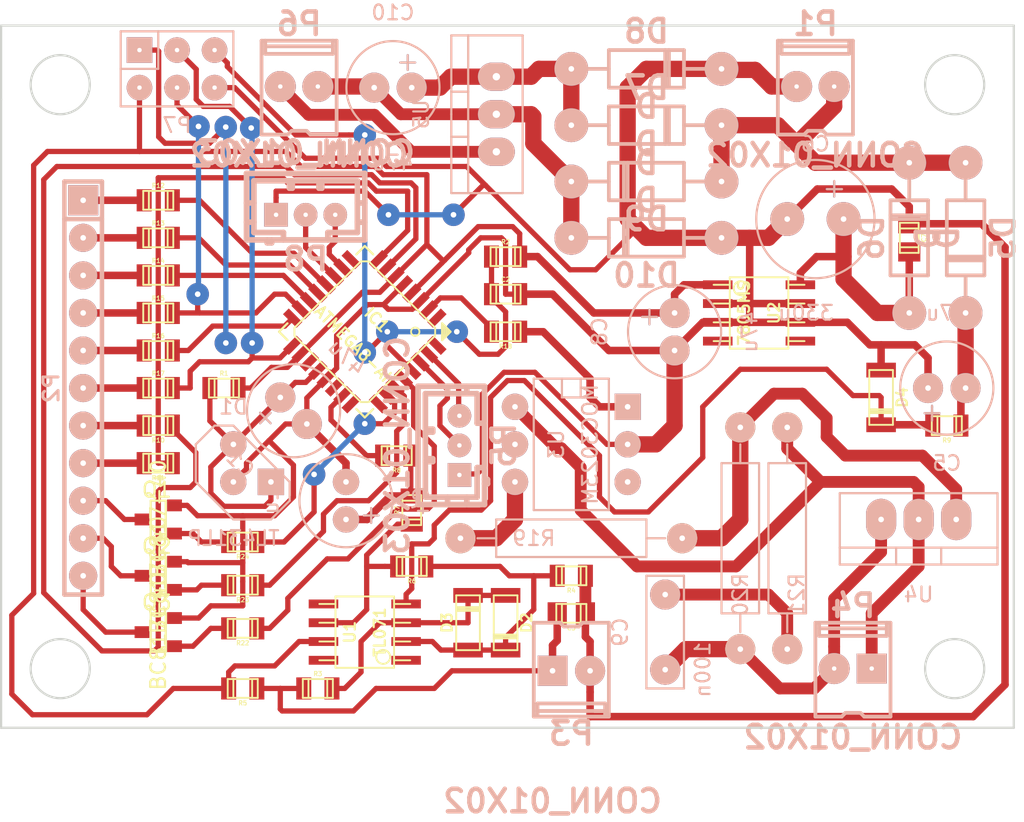
<source format=kicad_pcb>
(kicad_pcb (version 4) (host pcbnew 4.0.2+dfsg1-stable)

  (general
    (links 122)
    (no_connects 0)
    (area 76.924999 69.995 146.1992 121.5612)
    (thickness 1.6)
    (drawings 9)
    (tracks 535)
    (zones 0)
    (modules 61)
    (nets 61)
  )

  (page A4)
  (layers
    (0 F.Cu signal)
    (31 B.Cu signal)
    (32 B.Adhes user)
    (33 F.Adhes user)
    (34 B.Paste user)
    (35 F.Paste user)
    (36 B.SilkS user)
    (37 F.SilkS user)
    (38 B.Mask user)
    (39 F.Mask user)
    (40 Dwgs.User user)
    (41 Cmts.User user)
    (42 Eco1.User user)
    (43 Eco2.User user)
    (44 Edge.Cuts user)
    (45 Margin user)
    (46 B.CrtYd user)
    (47 F.CrtYd user)
    (48 B.Fab user)
    (49 F.Fab user)
  )

  (setup
    (last_trace_width 0.25)
    (user_trace_width 0.254)
    (user_trace_width 0.3556)
    (user_trace_width 0.508)
    (user_trace_width 0.8)
    (user_trace_width 1.1)
    (user_trace_width 1.4)
    (trace_clearance 0.2)
    (zone_clearance 0.508)
    (zone_45_only no)
    (trace_min 0.2)
    (segment_width 0.2)
    (edge_width 0.15)
    (via_size 0.6)
    (via_drill 0.4)
    (via_min_size 0.4)
    (via_min_drill 0.3)
    (user_via 1.524 0.381)
    (user_via 1.524 0.381)
    (uvia_size 0.3)
    (uvia_drill 0.1)
    (uvias_allowed no)
    (uvia_min_size 0)
    (uvia_min_drill 0)
    (pcb_text_width 0.3)
    (pcb_text_size 1.5 1.5)
    (mod_edge_width 0.15)
    (mod_text_size 1 1)
    (mod_text_width 0.15)
    (pad_size 1.6 1.6)
    (pad_drill 0.3)
    (pad_to_mask_clearance 0.2)
    (aux_axis_origin 81 115.5)
    (visible_elements 7FFFFFFF)
    (pcbplotparams
      (layerselection 0x00030_80000001)
      (usegerberextensions false)
      (excludeedgelayer true)
      (linewidth 0.100000)
      (plotframeref false)
      (viasonmask false)
      (mode 1)
      (useauxorigin false)
      (hpglpennumber 1)
      (hpglpenspeed 20)
      (hpglpendiameter 15)
      (hpglpenoverlay 2)
      (psnegative false)
      (psa4output false)
      (plotreference true)
      (plotvalue true)
      (plotinvisibletext false)
      (padsonsilk false)
      (subtractmaskfromsilk false)
      (outputformat 1)
      (mirror false)
      (drillshape 1)
      (scaleselection 1)
      (outputdirectory ""))
  )

  (net 0 "")
  (net 1 "Net-(IC1-Pad7)")
  (net 2 "Net-(IC1-Pad8)")
  (net 3 "Net-(IC1-Pad1)")
  (net 4 "Net-(IC1-Pad2)")
  (net 5 "Net-(IC1-Pad12)")
  (net 6 "Net-(IC1-Pad13)")
  (net 7 "Net-(IC1-Pad14)")
  (net 8 "Net-(IC1-Pad15)")
  (net 9 "Net-(IC1-Pad16)")
  (net 10 "Net-(IC1-Pad17)")
  (net 11 "Net-(IC1-Pad19)")
  (net 12 "Net-(IC1-Pad22)")
  (net 13 "Net-(IC1-Pad23)")
  (net 14 "Net-(IC1-Pad24)")
  (net 15 "Net-(IC1-Pad25)")
  (net 16 "Net-(IC1-Pad32)")
  (net 17 VCC)
  (net 18 GND)
  (net 19 "Net-(C1-Pad1)")
  (net 20 "Net-(C3-Pad1)")
  (net 21 "Net-(C6-Pad1)")
  (net 22 "Net-(D2-Pad1)")
  (net 23 "Net-(D2-Pad2)")
  (net 24 "Net-(R6-Pad1)")
  (net 25 "Net-(C4-Pad1)")
  (net 26 "Net-(D4-Pad2)")
  (net 27 "Net-(D5-Pad1)")
  (net 28 "Net-(P4-Pad1)")
  (net 29 "Net-(C9-Pad2)")
  (net 30 /G)
  (net 31 /DP)
  (net 32 /A)
  (net 33 /B)
  (net 34 /C)
  (net 35 /D)
  (net 36 /E)
  (net 37 /F)
  (net 38 "Net-(R18-Pad2)")
  (net 39 "Net-(R19-Pad1)")
  (net 40 "Net-(R19-Pad2)")
  (net 41 "Net-(C9-Pad1)")
  (net 42 /D3)
  (net 43 /D2)
  (net 44 /D1)
  (net 45 "Net-(P2-Pad9)")
  (net 46 "Net-(P2-Pad10)")
  (net 47 "Net-(P2-Pad11)")
  (net 48 "Net-(Q1-Pad1)")
  (net 49 "Net-(Q2-Pad1)")
  (net 50 "Net-(Q3-Pad1)")
  (net 51 /DOWN)
  (net 52 /UP)
  (net 53 "Net-(P6-Pad2)")
  (net 54 "Net-(C10-Pad2)")
  (net 55 "Net-(C10-Pad1)")
  (net 56 /RES)
  (net 57 /RX)
  (net 58 /TX)
  (net 59 "Net-(IC1-Pad9)")
  (net 60 "Net-(C5-Pad2)")

  (net_class Default "This is the default net class."
    (clearance 0.2)
    (trace_width 0.25)
    (via_dia 0.6)
    (via_drill 0.4)
    (uvia_dia 0.3)
    (uvia_drill 0.1)
    (add_net /A)
    (add_net /B)
    (add_net /C)
    (add_net /D)
    (add_net /D1)
    (add_net /D2)
    (add_net /D3)
    (add_net /DOWN)
    (add_net /DP)
    (add_net /E)
    (add_net /F)
    (add_net /G)
    (add_net /RES)
    (add_net /RX)
    (add_net /TX)
    (add_net /UP)
    (add_net "Net-(C1-Pad1)")
    (add_net "Net-(C10-Pad1)")
    (add_net "Net-(C10-Pad2)")
    (add_net "Net-(C3-Pad1)")
    (add_net "Net-(C4-Pad1)")
    (add_net "Net-(C5-Pad2)")
    (add_net "Net-(C6-Pad1)")
    (add_net "Net-(C9-Pad1)")
    (add_net "Net-(C9-Pad2)")
    (add_net "Net-(D2-Pad1)")
    (add_net "Net-(D2-Pad2)")
    (add_net "Net-(D4-Pad2)")
    (add_net "Net-(D5-Pad1)")
    (add_net "Net-(IC1-Pad1)")
    (add_net "Net-(IC1-Pad12)")
    (add_net "Net-(IC1-Pad13)")
    (add_net "Net-(IC1-Pad14)")
    (add_net "Net-(IC1-Pad15)")
    (add_net "Net-(IC1-Pad16)")
    (add_net "Net-(IC1-Pad17)")
    (add_net "Net-(IC1-Pad19)")
    (add_net "Net-(IC1-Pad2)")
    (add_net "Net-(IC1-Pad22)")
    (add_net "Net-(IC1-Pad23)")
    (add_net "Net-(IC1-Pad24)")
    (add_net "Net-(IC1-Pad25)")
    (add_net "Net-(IC1-Pad32)")
    (add_net "Net-(IC1-Pad7)")
    (add_net "Net-(IC1-Pad8)")
    (add_net "Net-(IC1-Pad9)")
    (add_net "Net-(P2-Pad10)")
    (add_net "Net-(P2-Pad11)")
    (add_net "Net-(P2-Pad9)")
    (add_net "Net-(P4-Pad1)")
    (add_net "Net-(P6-Pad2)")
    (add_net "Net-(Q1-Pad1)")
    (add_net "Net-(Q2-Pad1)")
    (add_net "Net-(Q3-Pad1)")
    (add_net "Net-(R18-Pad2)")
    (add_net "Net-(R19-Pad1)")
    (add_net "Net-(R19-Pad2)")
    (add_net "Net-(R6-Pad1)")
    (add_net VCC)
  )

  (net_class Power ""
    (clearance 0.2)
    (trace_width 1.1)
    (via_dia 0.6)
    (via_drill 0.4)
    (uvia_dia 0.3)
    (uvia_drill 0.1)
    (add_net GND)
  )

  (module w_conn_jst-ph:b3b-ph-kl (layer B.Cu) (tedit 56EEF1DE) (tstamp 56EEF33E)
    (at 108 100.39848 90)
    (descr "JST PH series connector, B3B-PH-KL")
    (path /569270C8)
    (fp_text reference P5 (at 0 2.99974 90) (layer B.SilkS)
      (effects (font (thickness 0.3048)) (justify mirror))
    )
    (fp_text value CONN_01X03 (at 0 -4.20116 90) (layer B.SilkS)
      (effects (font (thickness 0.3048)) (justify mirror))
    )
    (fp_line (start -4.0005 1.69926) (end 4.0005 1.69926) (layer B.SilkS) (width 0.381))
    (fp_line (start 3.50012 -2.30124) (end -3.50012 -2.30124) (layer B.SilkS) (width 0.381))
    (fp_line (start -4.0005 -2.79908) (end 4.0005 -2.79908) (layer B.SilkS) (width 0.381))
    (fp_line (start -0.9017 -1.80086) (end -0.9017 -2.30124) (layer B.SilkS) (width 0.381))
    (fp_line (start -1.09982 -1.80086) (end -0.9017 -1.80086) (layer B.SilkS) (width 0.381))
    (fp_line (start -1.09982 -2.30124) (end -1.09982 -1.80086) (layer B.SilkS) (width 0.381))
    (fp_line (start 0.89916 -2.30124) (end 0.89916 -1.80086) (layer B.SilkS) (width 0.381))
    (fp_line (start 0.89916 -1.80086) (end 1.09728 -1.80086) (layer B.SilkS) (width 0.381))
    (fp_line (start 1.09728 -1.80086) (end 1.09728 -2.30124) (layer B.SilkS) (width 0.381))
    (fp_line (start 4.0005 0.50038) (end 3.50012 0.50038) (layer B.SilkS) (width 0.381))
    (fp_line (start 3.50012 -0.8001) (end 4.0005 -0.8001) (layer B.SilkS) (width 0.381))
    (fp_line (start -3.50012 -0.8001) (end -4.0005 -0.8001) (layer B.SilkS) (width 0.381))
    (fp_line (start -3.50012 0.50038) (end -4.0005 0.50038) (layer B.SilkS) (width 0.381))
    (fp_line (start -1.50114 1.69926) (end -1.50114 1.19888) (layer B.SilkS) (width 0.381))
    (fp_line (start -1.50114 1.19888) (end -3.50012 1.19888) (layer B.SilkS) (width 0.381))
    (fp_line (start -3.50012 1.19888) (end -3.50012 -2.30124) (layer B.SilkS) (width 0.381))
    (fp_line (start 3.50012 -2.30124) (end 3.50012 1.19888) (layer B.SilkS) (width 0.381))
    (fp_line (start 3.50012 1.19888) (end 1.50114 1.19888) (layer B.SilkS) (width 0.381))
    (fp_line (start 1.50114 1.19888) (end 1.50114 1.69926) (layer B.SilkS) (width 0.381))
    (fp_line (start -4.0005 1.69926) (end -4.0005 -2.79908) (layer B.SilkS) (width 0.381))
    (fp_line (start 4.0005 1.69926) (end 4.0005 -2.79908) (layer B.SilkS) (width 0.381))
    (fp_line (start -2.30124 1.69926) (end -2.30124 1.89992) (layer B.SilkS) (width 0.381))
    (fp_line (start -2.30124 1.89992) (end -2.60096 1.89992) (layer B.SilkS) (width 0.381))
    (fp_line (start -2.60096 1.89992) (end -2.60096 1.69926) (layer B.SilkS) (width 0.381))
    (pad 1 thru_hole rect (at -2.00152 0 90) (size 1.6 1.6) (drill 0.3) (layers *.Cu *.Mask B.SilkS)
      (net 18 GND))
    (pad 3 thru_hole circle (at 2.00152 0 90) (size 1.6 1.6) (drill 0.3) (layers *.Cu *.Mask B.SilkS)
      (net 58 /TX))
    (pad 2 thru_hole circle (at 0 0 90) (size 1.6 1.6) (drill 0.3) (layers *.Cu *.Mask B.SilkS)
      (net 57 /RX))
    (model walter/conn_jst-ph/b3b-ph-kl.wrl
      (at (xyz 0 0 0))
      (scale (xyz 1 1 1))
      (rotate (xyz 0 0 0))
    )
  )

  (module w_conn_jst-ph:b3b-ph-kl (layer B.Cu) (tedit 56EEF1AE) (tstamp 56EEF35D)
    (at 97.6 84.8)
    (descr "JST PH series connector, B3B-PH-KL")
    (path /56EF0346)
    (fp_text reference P8 (at 0 2.99974) (layer B.SilkS)
      (effects (font (thickness 0.3048)) (justify mirror))
    )
    (fp_text value CONN_01X03 (at 0 -4.20116) (layer B.SilkS)
      (effects (font (thickness 0.3048)) (justify mirror))
    )
    (fp_line (start -4.0005 1.69926) (end 4.0005 1.69926) (layer B.SilkS) (width 0.381))
    (fp_line (start 3.50012 -2.30124) (end -3.50012 -2.30124) (layer B.SilkS) (width 0.381))
    (fp_line (start -4.0005 -2.79908) (end 4.0005 -2.79908) (layer B.SilkS) (width 0.381))
    (fp_line (start -0.9017 -1.80086) (end -0.9017 -2.30124) (layer B.SilkS) (width 0.381))
    (fp_line (start -1.09982 -1.80086) (end -0.9017 -1.80086) (layer B.SilkS) (width 0.381))
    (fp_line (start -1.09982 -2.30124) (end -1.09982 -1.80086) (layer B.SilkS) (width 0.381))
    (fp_line (start 0.89916 -2.30124) (end 0.89916 -1.80086) (layer B.SilkS) (width 0.381))
    (fp_line (start 0.89916 -1.80086) (end 1.09728 -1.80086) (layer B.SilkS) (width 0.381))
    (fp_line (start 1.09728 -1.80086) (end 1.09728 -2.30124) (layer B.SilkS) (width 0.381))
    (fp_line (start 4.0005 0.50038) (end 3.50012 0.50038) (layer B.SilkS) (width 0.381))
    (fp_line (start 3.50012 -0.8001) (end 4.0005 -0.8001) (layer B.SilkS) (width 0.381))
    (fp_line (start -3.50012 -0.8001) (end -4.0005 -0.8001) (layer B.SilkS) (width 0.381))
    (fp_line (start -3.50012 0.50038) (end -4.0005 0.50038) (layer B.SilkS) (width 0.381))
    (fp_line (start -1.50114 1.69926) (end -1.50114 1.19888) (layer B.SilkS) (width 0.381))
    (fp_line (start -1.50114 1.19888) (end -3.50012 1.19888) (layer B.SilkS) (width 0.381))
    (fp_line (start -3.50012 1.19888) (end -3.50012 -2.30124) (layer B.SilkS) (width 0.381))
    (fp_line (start 3.50012 -2.30124) (end 3.50012 1.19888) (layer B.SilkS) (width 0.381))
    (fp_line (start 3.50012 1.19888) (end 1.50114 1.19888) (layer B.SilkS) (width 0.381))
    (fp_line (start 1.50114 1.19888) (end 1.50114 1.69926) (layer B.SilkS) (width 0.381))
    (fp_line (start -4.0005 1.69926) (end -4.0005 -2.79908) (layer B.SilkS) (width 0.381))
    (fp_line (start 4.0005 1.69926) (end 4.0005 -2.79908) (layer B.SilkS) (width 0.381))
    (fp_line (start -2.30124 1.69926) (end -2.30124 1.89992) (layer B.SilkS) (width 0.381))
    (fp_line (start -2.30124 1.89992) (end -2.60096 1.89992) (layer B.SilkS) (width 0.381))
    (fp_line (start -2.60096 1.89992) (end -2.60096 1.69926) (layer B.SilkS) (width 0.381))
    (pad 1 thru_hole rect (at -2.00152 0) (size 1.6 1.6) (drill 0.3) (layers *.Cu *.Mask B.SilkS)
      (net 18 GND))
    (pad 3 thru_hole circle (at 2.00152 0) (size 1.6 1.6) (drill 0.3) (layers *.Cu *.Mask B.SilkS)
      (net 51 /DOWN))
    (pad 2 thru_hole circle (at 0 0) (size 1.6 1.6) (drill 0.3) (layers *.Cu *.Mask B.SilkS)
      (net 52 /UP))
    (model walter/conn_jst-ph/b3b-ph-kl.wrl
      (at (xyz 0 0 0))
      (scale (xyz 1 1 1))
      (rotate (xyz 0 0 0))
    )
  )

  (module Capacitors_Elko_ThroughHole:Elko_vert_11.2x6.3mm_RM2.5 (layer B.Cu) (tedit 5692A750) (tstamp 569516BB)
    (at 100.33 105.41 90)
    (descr "Electrolytic Capacitor, vertical, diameter 6,3mm, RM 2,5mm, radial,")
    (tags "Electrolytic Capacitor, vertical, diameter 6,3mm, RM 2,5mm, Elko, Electrolytkondensator, Kondensator gepolt, Durchmesser 6,3mm, radial,")
    (path /569157E0)
    (fp_text reference C4 (at 1.27 5.08 90) (layer B.SilkS)
      (effects (font (size 1 1) (thickness 0.15)) (justify mirror))
    )
    (fp_text value 1u (at 1.27 -5.08 90) (layer B.SilkS)
      (effects (font (size 1 1) (thickness 0.15)) (justify mirror))
    )
    (fp_line (start 0.26924 2.19964) (end 0.26924 1.19888) (layer B.SilkS) (width 0.15))
    (fp_line (start -0.23114 1.69926) (end 0.76962 1.69926) (layer B.SilkS) (width 0.15))
    (fp_line (start 0.26924 1.69926) (end 0.76962 1.69926) (layer B.Cu) (width 0.15))
    (fp_line (start 0.26924 1.69926) (end 0.26924 2.19964) (layer B.Cu) (width 0.15))
    (fp_line (start -0.23114 1.69926) (end 0.26924 1.69926) (layer B.Cu) (width 0.15))
    (fp_line (start 0.26924 1.69926) (end 0.26924 1.30048) (layer B.Cu) (width 0.15))
    (fp_line (start 0.26924 1.30048) (end 0.26924 1.19888) (layer B.Cu) (width 0.15))
    (fp_circle (center 1.27 0) (end 4.4196 0) (layer B.SilkS) (width 0.15))
    (pad 2 thru_hole circle (at 2.54 0 90) (size 1.778 1.778) (drill 0.381) (layers *.Cu *.Mask B.SilkS)
      (net 18 GND))
    (pad 1 thru_hole circle (at 0 0 90) (size 1.778 1.778) (drill 0.381) (layers *.Cu *.Mask B.SilkS)
      (net 25 "Net-(C4-Pad1)"))
    (model Capacitors_Elko_ThroughHole/Elko_vert_11.2x6.3mm_RM2.5.wrl
      (at (xyz 0 0 0))
      (scale (xyz 1 1 1))
      (rotate (xyz 0 0 0))
    )
  )

  (module Sockets_DIP:DIP-6__300_ELL (layer B.Cu) (tedit 56928021) (tstamp 5692E5FE)
    (at 115.57 100.33 270)
    (descr "6 pins DIL package, elliptical pads")
    (tags DIL)
    (path /5691C9E2)
    (fp_text reference U3 (at 0 1.016 270) (layer B.SilkS)
      (effects (font (size 1 1) (thickness 0.15)) (justify mirror))
    )
    (fp_text value MOC3023M (at 0 -1.27 270) (layer B.SilkS)
      (effects (font (size 1 1) (thickness 0.15)) (justify mirror))
    )
    (fp_line (start -4.445 2.54) (end 4.445 2.54) (layer B.SilkS) (width 0.15))
    (fp_line (start 4.445 2.54) (end 4.445 -2.54) (layer B.SilkS) (width 0.15))
    (fp_line (start 4.445 -2.54) (end -4.445 -2.54) (layer B.SilkS) (width 0.15))
    (fp_line (start -4.445 -2.54) (end -4.445 2.54) (layer B.SilkS) (width 0.15))
    (fp_line (start -4.445 0.635) (end -3.175 0.635) (layer B.SilkS) (width 0.15))
    (fp_line (start -3.175 0.635) (end -3.175 -0.635) (layer B.SilkS) (width 0.15))
    (fp_line (start -3.175 -0.635) (end -4.445 -0.635) (layer B.SilkS) (width 0.15))
    (pad 1 thru_hole rect (at -2.54 -3.81 270) (size 1.778 1.778) (drill 0.381) (layers *.Cu *.Mask B.SilkS)
      (net 38 "Net-(R18-Pad2)"))
    (pad 2 thru_hole circle (at 0 -3.81 270) (size 1.778 1.778) (drill 0.381) (layers *.Cu *.Mask B.SilkS)
      (net 18 GND))
    (pad 3 thru_hole circle (at 2.54 -3.81 270) (size 1.778 1.778) (drill 0.381) (layers *.Cu *.Mask B.SilkS))
    (pad 4 thru_hole circle (at 2.54 3.81 270) (size 1.778 1.778) (drill 0.381) (layers *.Cu *.Mask B.SilkS)
      (net 39 "Net-(R19-Pad1)"))
    (pad 5 thru_hole circle (at 0 3.81 270) (size 1.778 1.778) (drill 0.381) (layers *.Cu *.Mask B.SilkS))
    (pad 6 thru_hole circle (at -2.54 3.81 270) (size 1.778 1.778) (drill 0.381) (layers *.Cu *.Mask B.SilkS)
      (net 28 "Net-(P4-Pad1)"))
    (model Sockets_DIP/DIP-6__300_ELL.wrl
      (at (xyz 0 0 0))
      (scale (xyz 1 1 1))
      (rotate (xyz 0 0 0))
    )
  )

  (module Discret:TO92-123 (layer B.Cu) (tedit 5692A71C) (tstamp 5691E9DA)
    (at 93.98 101.6)
    (descr "Transistor TO92 brochage type BC237")
    (tags "TR TO92")
    (path /5691B5B6)
    (fp_text reference D1 (at -1.27 -3.81) (layer B.SilkS)
      (effects (font (size 1 1) (thickness 0.15)) (justify mirror))
    )
    (fp_text value TL431LP (at -1.27 5.08) (layer B.SilkS)
      (effects (font (size 1 1) (thickness 0.15)) (justify mirror))
    )
    (fp_line (start -1.27 -2.54) (end 2.54 1.27) (layer B.SilkS) (width 0.15))
    (fp_line (start 2.54 1.27) (end 2.54 2.54) (layer B.SilkS) (width 0.15))
    (fp_line (start 2.54 2.54) (end 1.27 3.81) (layer B.SilkS) (width 0.15))
    (fp_line (start 1.27 3.81) (end -1.27 3.81) (layer B.SilkS) (width 0.15))
    (fp_line (start -1.27 3.81) (end -3.81 1.27) (layer B.SilkS) (width 0.15))
    (fp_line (start -3.81 1.27) (end -3.81 -1.27) (layer B.SilkS) (width 0.15))
    (fp_line (start -3.81 -1.27) (end -2.54 -2.54) (layer B.SilkS) (width 0.15))
    (fp_line (start -2.54 -2.54) (end -1.27 -2.54) (layer B.SilkS) (width 0.15))
    (pad 3 thru_hole rect (at 1.27 1.27) (size 1.778 1.778) (drill 0.381) (layers *.Cu *.Mask B.SilkS)
      (net 19 "Net-(C1-Pad1)"))
    (pad 2 thru_hole circle (at -1.27 1.27) (size 1.778 1.778) (drill 0.381) (layers *.Cu *.Mask B.SilkS)
      (net 18 GND))
    (pad 1 thru_hole circle (at -1.27 -1.27) (size 1.778 1.778) (drill 0.381) (layers *.Cu *.Mask B.SilkS)
      (net 19 "Net-(C1-Pad1)"))
    (model Discret/TO92-123.wrl
      (at (xyz 0 0 0))
      (scale (xyz 1 1 1))
      (rotate (xyz 0 0 0))
    )
  )

  (module w_conn_kk100:kk100_22-23-2021 (layer B.Cu) (tedit 56921B65) (tstamp 56931B54)
    (at 132.08 76.2 180)
    (descr "2 pin vert. connector, Molex KK100 series")
    (path /569198EB)
    (fp_text reference P1 (at 0 4.318 180) (layer B.SilkS)
      (effects (font (thickness 0.3048)) (justify mirror))
    )
    (fp_text value CONN_01X02 (at 0 -4.572 180) (layer B.SilkS)
      (effects (font (thickness 0.3048)) (justify mirror))
    )
    (fp_line (start -2.286 2.286) (end 2.286 2.286) (layer B.SilkS) (width 0.254))
    (fp_line (start 2.286 2.794) (end -2.286 2.794) (layer B.SilkS) (width 0.254))
    (fp_line (start 2.286 2.286) (end 2.286 3.175) (layer B.SilkS) (width 0.254))
    (fp_line (start -2.286 2.286) (end -2.286 3.175) (layer B.SilkS) (width 0.254))
    (fp_line (start -0.762 -3.175) (end -2.54 -3.175) (layer B.SilkS) (width 0.254))
    (fp_line (start 0.762 -3.175) (end 2.54 -3.175) (layer B.SilkS) (width 0.254))
    (fp_line (start 0.508 -2.921) (end 0.762 -3.175) (layer B.SilkS) (width 0.254))
    (fp_line (start -0.508 -2.921) (end -0.762 -3.175) (layer B.SilkS) (width 0.254))
    (fp_line (start -0.508 -2.921) (end 0.508 -2.921) (layer B.SilkS) (width 0.254))
    (fp_line (start 2.54 3.175) (end 2.54 -3.175) (layer B.SilkS) (width 0.254))
    (fp_line (start -2.54 -3.175) (end -2.54 3.175) (layer B.SilkS) (width 0.254))
    (fp_line (start -2.54 3.175) (end 2.54 3.175) (layer B.SilkS) (width 0.254))
    (pad 1 thru_hole circle (at -1.27 0.0762 180) (size 2.1 2.1) (drill 0.3) (layers *.Cu *.Mask B.SilkS)
      (net 27 "Net-(D5-Pad1)"))
    (pad 2 thru_hole circle (at 1.27 0.0762 180) (size 2.1 2.1) (drill 0.3) (layers *.Cu *.Mask B.SilkS)
      (net 18 GND))
    (model walter/conn_kk100/22-23-2021.wrl
      (at (xyz 0 0 0))
      (scale (xyz 1 1 1))
      (rotate (xyz 0 0 0))
    )
  )

  (module w_smd_lqfp:lqfp32 (layer F.Cu) (tedit 56922A0D) (tstamp 56915184)
    (at 101.6 92.71 135)
    (descr LQFP-32)
    (path /56913B3F)
    (fp_text reference IC1 (at 0 1.143 135) (layer F.SilkS)
      (effects (font (size 0.7493 0.7493) (thickness 0.14986)))
    )
    (fp_text value ATMEGA8-AI (at 0 -1.143 315) (layer F.SilkS)
      (effects (font (size 0.7493 0.7493) (thickness 0.14986)))
    )
    (fp_line (start -3.8989 4.09956) (end -4.09956 3.8989) (layer F.SilkS) (width 0.14986))
    (fp_line (start -4.09956 3.70078) (end -3.70078 4.09956) (layer F.SilkS) (width 0.14986))
    (fp_line (start -3.50012 4.09956) (end -4.09956 3.50012) (layer F.SilkS) (width 0.14986))
    (fp_line (start -3.29946 4.09956) (end -4.09956 4.09956) (layer F.SilkS) (width 0.14986))
    (fp_line (start -4.09956 4.09956) (end -4.09956 3.29946) (layer F.SilkS) (width 0.14986))
    (fp_line (start -4.09956 3.29946) (end -3.29946 4.09956) (layer F.SilkS) (width 0.14986))
    (fp_line (start 4.09956 3.29946) (end 4.09956 4.09956) (layer F.SilkS) (width 0.14986))
    (fp_line (start 4.09956 4.09956) (end 3.29946 4.09956) (layer F.SilkS) (width 0.14986))
    (fp_line (start 3.29946 -4.09956) (end 4.09956 -4.09956) (layer F.SilkS) (width 0.14986))
    (fp_line (start 4.09956 -4.09956) (end 4.09956 -3.29946) (layer F.SilkS) (width 0.14986))
    (fp_line (start -4.09956 -3.29946) (end -4.09956 -4.09956) (layer F.SilkS) (width 0.14986))
    (fp_line (start -4.09956 -4.09956) (end -3.29946 -4.09956) (layer F.SilkS) (width 0.14986))
    (fp_circle (center -2.413 2.413) (end -2.667 2.54) (layer F.SilkS) (width 0.127))
    (fp_line (start 3.556 3.175) (end 3.175 3.556) (layer F.SilkS) (width 0.127))
    (fp_line (start 3.175 3.556) (end -3.175 3.556) (layer F.SilkS) (width 0.127))
    (fp_line (start -3.175 3.556) (end -3.556 3.175) (layer F.SilkS) (width 0.127))
    (fp_line (start -3.556 3.175) (end -3.556 -3.175) (layer F.SilkS) (width 0.127))
    (fp_line (start -3.556 -3.175) (end -3.175 -3.556) (layer F.SilkS) (width 0.127))
    (fp_line (start -3.175 -3.556) (end 3.175 -3.556) (layer F.SilkS) (width 0.127))
    (fp_line (start 3.175 -3.556) (end 3.556 -3.175) (layer F.SilkS) (width 0.127))
    (fp_line (start 3.556 -3.175) (end 3.556 3.175) (layer F.SilkS) (width 0.127))
    (pad 4 smd rect (at -0.39878 4.09956 135) (size 0.55118 1.30048) (layers F.Cu F.Paste F.Mask)
      (net 17 VCC))
    (pad 5 smd rect (at 0.39878 4.09956 135) (size 0.55118 1.30048) (layers F.Cu F.Paste F.Mask)
      (net 18 GND))
    (pad 6 smd rect (at 1.19888 4.09956 135) (size 0.55118 1.30048) (layers F.Cu F.Paste F.Mask)
      (net 17 VCC))
    (pad 7 smd rect (at 1.99898 4.09956 135) (size 0.55118 1.30048) (layers F.Cu F.Paste F.Mask)
      (net 1 "Net-(IC1-Pad7)"))
    (pad 8 smd rect (at 2.79908 4.09956 135) (size 0.55118 1.30048) (layers F.Cu F.Paste F.Mask)
      (net 2 "Net-(IC1-Pad8)"))
    (pad 1 smd rect (at -2.79908 4.09956 135) (size 0.55118 1.30048) (layers F.Cu F.Paste F.Mask)
      (net 3 "Net-(IC1-Pad1)"))
    (pad 2 smd rect (at -1.99898 4.09956 135) (size 0.55118 1.30048) (layers F.Cu F.Paste F.Mask)
      (net 4 "Net-(IC1-Pad2)"))
    (pad 3 smd rect (at -1.19888 4.09956 135) (size 0.55118 1.30048) (layers F.Cu F.Paste F.Mask)
      (net 18 GND))
    (pad 9 smd rect (at 4.09956 2.79908 135) (size 1.30048 0.55118) (layers F.Cu F.Paste F.Mask)
      (net 59 "Net-(IC1-Pad9)"))
    (pad 10 smd rect (at 4.09956 1.99898 135) (size 1.30048 0.55118) (layers F.Cu F.Paste F.Mask)
      (net 51 /DOWN))
    (pad 11 smd rect (at 4.09956 1.19888 135) (size 1.30048 0.55118) (layers F.Cu F.Paste F.Mask)
      (net 52 /UP))
    (pad 12 smd rect (at 4.09956 0.39878 135) (size 1.30048 0.55118) (layers F.Cu F.Paste F.Mask)
      (net 5 "Net-(IC1-Pad12)"))
    (pad 13 smd rect (at 4.09956 -0.39878 135) (size 1.30048 0.55118) (layers F.Cu F.Paste F.Mask)
      (net 6 "Net-(IC1-Pad13)"))
    (pad 14 smd rect (at 4.09956 -1.19888 135) (size 1.30048 0.55118) (layers F.Cu F.Paste F.Mask)
      (net 7 "Net-(IC1-Pad14)"))
    (pad 15 smd rect (at 4.09956 -1.99898 135) (size 1.30048 0.55118) (layers F.Cu F.Paste F.Mask)
      (net 8 "Net-(IC1-Pad15)"))
    (pad 16 smd rect (at 4.09956 -2.79908 135) (size 1.30048 0.55118) (layers F.Cu F.Paste F.Mask)
      (net 9 "Net-(IC1-Pad16)"))
    (pad 17 smd rect (at 2.79908 -4.09956 135) (size 0.55118 1.30048) (layers F.Cu F.Paste F.Mask)
      (net 10 "Net-(IC1-Pad17)"))
    (pad 18 smd rect (at 1.99898 -4.09956 135) (size 0.55118 1.30048) (layers F.Cu F.Paste F.Mask)
      (net 17 VCC))
    (pad 19 smd rect (at 1.19888 -4.09956 135) (size 0.55118 1.30048) (layers F.Cu F.Paste F.Mask)
      (net 11 "Net-(IC1-Pad19)"))
    (pad 20 smd rect (at 0.39878 -4.09956 135) (size 0.55118 1.30048) (layers F.Cu F.Paste F.Mask)
      (net 19 "Net-(C1-Pad1)"))
    (pad 21 smd rect (at -0.39878 -4.09956 135) (size 0.55118 1.30048) (layers F.Cu F.Paste F.Mask)
      (net 18 GND))
    (pad 22 smd rect (at -1.19888 -4.09956 135) (size 0.55118 1.30048) (layers F.Cu F.Paste F.Mask)
      (net 12 "Net-(IC1-Pad22)"))
    (pad 23 smd rect (at -1.99898 -4.09956 135) (size 0.55118 1.30048) (layers F.Cu F.Paste F.Mask)
      (net 13 "Net-(IC1-Pad23)"))
    (pad 24 smd rect (at -2.79908 -4.09956 135) (size 0.55118 1.30048) (layers F.Cu F.Paste F.Mask)
      (net 14 "Net-(IC1-Pad24)"))
    (pad 25 smd rect (at -4.09956 -2.79908 135) (size 1.30048 0.55118) (layers F.Cu F.Paste F.Mask)
      (net 15 "Net-(IC1-Pad25)"))
    (pad 26 smd rect (at -4.09956 -1.99898 135) (size 1.30048 0.55118) (layers F.Cu F.Paste F.Mask)
      (net 42 /D3))
    (pad 27 smd rect (at -4.09956 -1.19888 135) (size 1.30048 0.55118) (layers F.Cu F.Paste F.Mask)
      (net 43 /D2))
    (pad 28 smd rect (at -4.09956 -0.39878 135) (size 1.30048 0.55118) (layers F.Cu F.Paste F.Mask)
      (net 44 /D1))
    (pad 29 smd rect (at -4.09956 0.39878 135) (size 1.30048 0.55118) (layers F.Cu F.Paste F.Mask)
      (net 56 /RES))
    (pad 30 smd rect (at -4.09956 1.19888 135) (size 1.30048 0.55118) (layers F.Cu F.Paste F.Mask)
      (net 57 /RX))
    (pad 31 smd rect (at -4.09956 1.99898 135) (size 1.30048 0.55118) (layers F.Cu F.Paste F.Mask)
      (net 58 /TX))
    (pad 32 smd rect (at -4.09956 2.79908 135) (size 1.30048 0.55118) (layers F.Cu F.Paste F.Mask)
      (net 16 "Net-(IC1-Pad32)"))
    (model walter/smd_lqfp/lqfp-32.wrl
      (at (xyz 0 0 0))
      (scale (xyz 1 1 1))
      (rotate (xyz 0 0 0))
    )
  )

  (module w_smd_cap:c_0805 (layer F.Cu) (tedit 5692A55B) (tstamp 56916281)
    (at 111.125 90.17)
    (descr "SMT capacitor, 0805")
    (path /569142BE)
    (fp_text reference C2 (at 0 -0.9906) (layer F.SilkS)
      (effects (font (size 0.29972 0.29972) (thickness 0.06096)))
    )
    (fp_text value 100n (at 0 0.9906) (layer F.SilkS) hide
      (effects (font (size 0.29972 0.29972) (thickness 0.06096)))
    )
    (fp_line (start 0.635 -0.635) (end 0.635 0.635) (layer F.SilkS) (width 0.127))
    (fp_line (start -0.635 -0.635) (end -0.635 0.6096) (layer F.SilkS) (width 0.127))
    (fp_line (start -1.016 -0.635) (end 1.016 -0.635) (layer F.SilkS) (width 0.127))
    (fp_line (start 1.016 -0.635) (end 1.016 0.635) (layer F.SilkS) (width 0.127))
    (fp_line (start 1.016 0.635) (end -1.016 0.635) (layer F.SilkS) (width 0.127))
    (fp_line (start -1.016 0.635) (end -1.016 -0.635) (layer F.SilkS) (width 0.127))
    (pad 1 smd rect (at 0.9525 0) (size 1.016 1.4986) (layers F.Cu F.Paste F.Mask)
      (net 18 GND))
    (pad 2 smd rect (at -0.9525 0) (size 1.016 1.4986) (layers F.Cu F.Paste F.Mask)
      (net 56 /RES))
    (model walter/smd_cap/c_0805.wrl
      (at (xyz 0 0 0))
      (scale (xyz 1 1 1))
      (rotate (xyz 0 0 0))
    )
  )

  (module w_smd_resistors:r_0805 (layer F.Cu) (tedit 49047384) (tstamp 5691628D)
    (at 92.075 96.52)
    (descr "SMT resistor, 0805")
    (path /56913D24)
    (fp_text reference R1 (at 0 -0.9906) (layer F.SilkS)
      (effects (font (size 0.29972 0.29972) (thickness 0.06096)))
    )
    (fp_text value 2k (at 0 0.9906) (layer F.SilkS) hide
      (effects (font (size 0.29972 0.29972) (thickness 0.06096)))
    )
    (fp_line (start 0.635 -0.635) (end 0.635 0.635) (layer F.SilkS) (width 0.127))
    (fp_line (start -0.635 -0.635) (end -0.635 0.6096) (layer F.SilkS) (width 0.127))
    (fp_line (start -1.016 -0.635) (end 1.016 -0.635) (layer F.SilkS) (width 0.127))
    (fp_line (start 1.016 -0.635) (end 1.016 0.635) (layer F.SilkS) (width 0.127))
    (fp_line (start 1.016 0.635) (end -1.016 0.635) (layer F.SilkS) (width 0.127))
    (fp_line (start -1.016 0.635) (end -1.016 -0.635) (layer F.SilkS) (width 0.127))
    (pad 1 smd rect (at 0.9525 0) (size 1.016 1.4986) (layers F.Cu F.Paste F.Mask)
      (net 17 VCC))
    (pad 2 smd rect (at -0.9525 0) (size 1.016 1.4986) (layers F.Cu F.Paste F.Mask)
      (net 19 "Net-(C1-Pad1)"))
    (model walter/smd_resistors/r_0805.wrl
      (at (xyz 0 0 0))
      (scale (xyz 1 1 1))
      (rotate (xyz 0 0 0))
    )
  )

  (module w_smd_resistors:r_0805 (layer F.Cu) (tedit 49047384) (tstamp 56916299)
    (at 111.125 87.63)
    (descr "SMT resistor, 0805")
    (path /56914263)
    (fp_text reference R2 (at 0 -0.9906) (layer F.SilkS)
      (effects (font (size 0.29972 0.29972) (thickness 0.06096)))
    )
    (fp_text value 10k (at 0 0.9906) (layer F.SilkS) hide
      (effects (font (size 0.29972 0.29972) (thickness 0.06096)))
    )
    (fp_line (start 0.635 -0.635) (end 0.635 0.635) (layer F.SilkS) (width 0.127))
    (fp_line (start -0.635 -0.635) (end -0.635 0.6096) (layer F.SilkS) (width 0.127))
    (fp_line (start -1.016 -0.635) (end 1.016 -0.635) (layer F.SilkS) (width 0.127))
    (fp_line (start 1.016 -0.635) (end 1.016 0.635) (layer F.SilkS) (width 0.127))
    (fp_line (start 1.016 0.635) (end -1.016 0.635) (layer F.SilkS) (width 0.127))
    (fp_line (start -1.016 0.635) (end -1.016 -0.635) (layer F.SilkS) (width 0.127))
    (pad 1 smd rect (at 0.9525 0) (size 1.016 1.4986) (layers F.Cu F.Paste F.Mask)
      (net 17 VCC))
    (pad 2 smd rect (at -0.9525 0) (size 1.016 1.4986) (layers F.Cu F.Paste F.Mask)
      (net 56 /RES))
    (model walter/smd_resistors/r_0805.wrl
      (at (xyz 0 0 0))
      (scale (xyz 1 1 1))
      (rotate (xyz 0 0 0))
    )
  )

  (module w_smd_cap:c_0805 (layer F.Cu) (tedit 49047394) (tstamp 56917E8A)
    (at 115.57 111.76 180)
    (descr "SMT capacitor, 0805")
    (path /56915517)
    (fp_text reference C3 (at 0 -0.9906 180) (layer F.SilkS)
      (effects (font (size 0.29972 0.29972) (thickness 0.06096)))
    )
    (fp_text value 100n (at 0 0.9906 180) (layer F.SilkS) hide
      (effects (font (size 0.29972 0.29972) (thickness 0.06096)))
    )
    (fp_line (start 0.635 -0.635) (end 0.635 0.635) (layer F.SilkS) (width 0.127))
    (fp_line (start -0.635 -0.635) (end -0.635 0.6096) (layer F.SilkS) (width 0.127))
    (fp_line (start -1.016 -0.635) (end 1.016 -0.635) (layer F.SilkS) (width 0.127))
    (fp_line (start 1.016 -0.635) (end 1.016 0.635) (layer F.SilkS) (width 0.127))
    (fp_line (start 1.016 0.635) (end -1.016 0.635) (layer F.SilkS) (width 0.127))
    (fp_line (start -1.016 0.635) (end -1.016 -0.635) (layer F.SilkS) (width 0.127))
    (pad 1 smd rect (at 0.9525 0 180) (size 1.30048 1.4986) (layers F.Cu F.Paste F.Mask)
      (net 20 "Net-(C3-Pad1)"))
    (pad 2 smd rect (at -0.9525 0 180) (size 1.30048 1.4986) (layers F.Cu F.Paste F.Mask)
      (net 18 GND))
    (model walter/smd_cap/c_0805.wrl
      (at (xyz 0 0 0))
      (scale (xyz 1 1 1))
      (rotate (xyz 0 0 0))
    )
  )

  (module w_smd_cap:c_0805 (layer F.Cu) (tedit 49047394) (tstamp 56917E96)
    (at 138.43 86.36 270)
    (descr "SMT capacitor, 0805")
    (path /56917A1B)
    (fp_text reference C7 (at 0 -0.9906 270) (layer F.SilkS)
      (effects (font (size 0.29972 0.29972) (thickness 0.06096)))
    )
    (fp_text value 100n (at 0 0.9906 270) (layer F.SilkS) hide
      (effects (font (size 0.29972 0.29972) (thickness 0.06096)))
    )
    (fp_line (start 0.635 -0.635) (end 0.635 0.635) (layer F.SilkS) (width 0.127))
    (fp_line (start -0.635 -0.635) (end -0.635 0.6096) (layer F.SilkS) (width 0.127))
    (fp_line (start -1.016 -0.635) (end 1.016 -0.635) (layer F.SilkS) (width 0.127))
    (fp_line (start 1.016 -0.635) (end 1.016 0.635) (layer F.SilkS) (width 0.127))
    (fp_line (start 1.016 0.635) (end -1.016 0.635) (layer F.SilkS) (width 0.127))
    (fp_line (start -1.016 0.635) (end -1.016 -0.635) (layer F.SilkS) (width 0.127))
    (pad 1 smd rect (at 0.9525 0 270) (size 1.30048 1.4986) (layers F.Cu F.Paste F.Mask)
      (net 21 "Net-(C6-Pad1)"))
    (pad 2 smd rect (at -0.9525 0 270) (size 1.30048 1.4986) (layers F.Cu F.Paste F.Mask)
      (net 18 GND))
    (model walter/smd_cap/c_0805.wrl
      (at (xyz 0 0 0))
      (scale (xyz 1 1 1))
      (rotate (xyz 0 0 0))
    )
  )

  (module w_smd_resistors:r_0805 (layer F.Cu) (tedit 49047384) (tstamp 56917EA2)
    (at 98.425 116.84)
    (descr "SMT resistor, 0805")
    (path /56915201)
    (fp_text reference R3 (at 0 -0.9906) (layer F.SilkS)
      (effects (font (size 0.29972 0.29972) (thickness 0.06096)))
    )
    (fp_text value 470 (at 0 0.9906) (layer F.SilkS) hide
      (effects (font (size 0.29972 0.29972) (thickness 0.06096)))
    )
    (fp_line (start 0.635 -0.635) (end 0.635 0.635) (layer F.SilkS) (width 0.127))
    (fp_line (start -0.635 -0.635) (end -0.635 0.6096) (layer F.SilkS) (width 0.127))
    (fp_line (start -1.016 -0.635) (end 1.016 -0.635) (layer F.SilkS) (width 0.127))
    (fp_line (start 1.016 -0.635) (end 1.016 0.635) (layer F.SilkS) (width 0.127))
    (fp_line (start 1.016 0.635) (end -1.016 0.635) (layer F.SilkS) (width 0.127))
    (fp_line (start -1.016 0.635) (end -1.016 -0.635) (layer F.SilkS) (width 0.127))
    (pad 1 smd rect (at 0.9525 0) (size 1.016 1.4986) (layers F.Cu F.Paste F.Mask)
      (net 22 "Net-(D2-Pad1)"))
    (pad 2 smd rect (at -0.9525 0) (size 1.016 1.4986) (layers F.Cu F.Paste F.Mask)
      (net 20 "Net-(C3-Pad1)"))
    (model walter/smd_resistors/r_0805.wrl
      (at (xyz 0 0 0))
      (scale (xyz 1 1 1))
      (rotate (xyz 0 0 0))
    )
  )

  (module w_smd_resistors:r_0805 (layer F.Cu) (tedit 49047384) (tstamp 56917EAE)
    (at 115.57 109.22 180)
    (descr "SMT resistor, 0805")
    (path /56914C30)
    (fp_text reference R4 (at 0 -0.9906 180) (layer F.SilkS)
      (effects (font (size 0.29972 0.29972) (thickness 0.06096)))
    )
    (fp_text value 240 (at 0 0.9906 180) (layer F.SilkS) hide
      (effects (font (size 0.29972 0.29972) (thickness 0.06096)))
    )
    (fp_line (start 0.635 -0.635) (end 0.635 0.635) (layer F.SilkS) (width 0.127))
    (fp_line (start -0.635 -0.635) (end -0.635 0.6096) (layer F.SilkS) (width 0.127))
    (fp_line (start -1.016 -0.635) (end 1.016 -0.635) (layer F.SilkS) (width 0.127))
    (fp_line (start 1.016 -0.635) (end 1.016 0.635) (layer F.SilkS) (width 0.127))
    (fp_line (start 1.016 0.635) (end -1.016 0.635) (layer F.SilkS) (width 0.127))
    (fp_line (start -1.016 0.635) (end -1.016 -0.635) (layer F.SilkS) (width 0.127))
    (pad 1 smd rect (at 0.9525 0 180) (size 1.016 1.4986) (layers F.Cu F.Paste F.Mask)
      (net 23 "Net-(D2-Pad2)"))
    (pad 2 smd rect (at -0.9525 0 180) (size 1.016 1.4986) (layers F.Cu F.Paste F.Mask)
      (net 18 GND))
    (model walter/smd_resistors/r_0805.wrl
      (at (xyz 0 0 0))
      (scale (xyz 1 1 1))
      (rotate (xyz 0 0 0))
    )
  )

  (module w_smd_resistors:r_0805 (layer F.Cu) (tedit 49047384) (tstamp 56917EBA)
    (at 93.345 116.84 180)
    (descr "SMT resistor, 0805")
    (path /569153D2)
    (fp_text reference R5 (at 0 -0.9906 180) (layer F.SilkS)
      (effects (font (size 0.29972 0.29972) (thickness 0.06096)))
    )
    (fp_text value 6M8 (at 0 0.9906 180) (layer F.SilkS) hide
      (effects (font (size 0.29972 0.29972) (thickness 0.06096)))
    )
    (fp_line (start 0.635 -0.635) (end 0.635 0.635) (layer F.SilkS) (width 0.127))
    (fp_line (start -0.635 -0.635) (end -0.635 0.6096) (layer F.SilkS) (width 0.127))
    (fp_line (start -1.016 -0.635) (end 1.016 -0.635) (layer F.SilkS) (width 0.127))
    (fp_line (start 1.016 -0.635) (end 1.016 0.635) (layer F.SilkS) (width 0.127))
    (fp_line (start 1.016 0.635) (end -1.016 0.635) (layer F.SilkS) (width 0.127))
    (fp_line (start -1.016 0.635) (end -1.016 -0.635) (layer F.SilkS) (width 0.127))
    (pad 1 smd rect (at 0.9525 0 180) (size 1.016 1.4986) (layers F.Cu F.Paste F.Mask)
      (net 17 VCC))
    (pad 2 smd rect (at -0.9525 0 180) (size 1.016 1.4986) (layers F.Cu F.Paste F.Mask)
      (net 20 "Net-(C3-Pad1)"))
    (model walter/smd_resistors/r_0805.wrl
      (at (xyz 0 0 0))
      (scale (xyz 1 1 1))
      (rotate (xyz 0 0 0))
    )
  )

  (module w_smd_resistors:r_0805 (layer F.Cu) (tedit 49047384) (tstamp 56917EC6)
    (at 104.775 108.585 180)
    (descr "SMT resistor, 0805")
    (path /56914BCE)
    (fp_text reference R6 (at 0 -0.9906 180) (layer F.SilkS)
      (effects (font (size 0.29972 0.29972) (thickness 0.06096)))
    )
    (fp_text value 22k (at 0 0.9906 180) (layer F.SilkS) hide
      (effects (font (size 0.29972 0.29972) (thickness 0.06096)))
    )
    (fp_line (start 0.635 -0.635) (end 0.635 0.635) (layer F.SilkS) (width 0.127))
    (fp_line (start -0.635 -0.635) (end -0.635 0.6096) (layer F.SilkS) (width 0.127))
    (fp_line (start -1.016 -0.635) (end 1.016 -0.635) (layer F.SilkS) (width 0.127))
    (fp_line (start 1.016 -0.635) (end 1.016 0.635) (layer F.SilkS) (width 0.127))
    (fp_line (start 1.016 0.635) (end -1.016 0.635) (layer F.SilkS) (width 0.127))
    (fp_line (start -1.016 0.635) (end -1.016 -0.635) (layer F.SilkS) (width 0.127))
    (pad 1 smd rect (at 0.9525 0 180) (size 1.016 1.4986) (layers F.Cu F.Paste F.Mask)
      (net 24 "Net-(R6-Pad1)"))
    (pad 2 smd rect (at -0.9525 0 180) (size 1.016 1.4986) (layers F.Cu F.Paste F.Mask)
      (net 23 "Net-(D2-Pad2)"))
    (model walter/smd_resistors/r_0805.wrl
      (at (xyz 0 0 0))
      (scale (xyz 1 1 1))
      (rotate (xyz 0 0 0))
    )
  )

  (module w_smd_resistors:r_0805 (layer F.Cu) (tedit 49047384) (tstamp 56917ED2)
    (at 104.775 104.775 90)
    (descr "SMT resistor, 0805")
    (path /56914ACC)
    (fp_text reference R7 (at 0 -0.9906 90) (layer F.SilkS)
      (effects (font (size 0.29972 0.29972) (thickness 0.06096)))
    )
    (fp_text value 10k (at 0 0.9906 90) (layer F.SilkS) hide
      (effects (font (size 0.29972 0.29972) (thickness 0.06096)))
    )
    (fp_line (start 0.635 -0.635) (end 0.635 0.635) (layer F.SilkS) (width 0.127))
    (fp_line (start -0.635 -0.635) (end -0.635 0.6096) (layer F.SilkS) (width 0.127))
    (fp_line (start -1.016 -0.635) (end 1.016 -0.635) (layer F.SilkS) (width 0.127))
    (fp_line (start 1.016 -0.635) (end 1.016 0.635) (layer F.SilkS) (width 0.127))
    (fp_line (start 1.016 0.635) (end -1.016 0.635) (layer F.SilkS) (width 0.127))
    (fp_line (start -1.016 0.635) (end -1.016 -0.635) (layer F.SilkS) (width 0.127))
    (pad 1 smd rect (at 0.9525 0 90) (size 1.016 1.4986) (layers F.Cu F.Paste F.Mask)
      (net 25 "Net-(C4-Pad1)"))
    (pad 2 smd rect (at -0.9525 0 90) (size 1.016 1.4986) (layers F.Cu F.Paste F.Mask)
      (net 24 "Net-(R6-Pad1)"))
    (model walter/smd_resistors/r_0805.wrl
      (at (xyz 0 0 0))
      (scale (xyz 1 1 1))
      (rotate (xyz 0 0 0))
    )
  )

  (module w_smd_resistors:r_0805 (layer F.Cu) (tedit 49047384) (tstamp 56917EDE)
    (at 103.759 101.092 180)
    (descr "SMT resistor, 0805")
    (path /56914B4E)
    (fp_text reference R8 (at 0 -0.9906 180) (layer F.SilkS)
      (effects (font (size 0.29972 0.29972) (thickness 0.06096)))
    )
    (fp_text value 10k (at 0 0.9906 180) (layer F.SilkS) hide
      (effects (font (size 0.29972 0.29972) (thickness 0.06096)))
    )
    (fp_line (start 0.635 -0.635) (end 0.635 0.635) (layer F.SilkS) (width 0.127))
    (fp_line (start -0.635 -0.635) (end -0.635 0.6096) (layer F.SilkS) (width 0.127))
    (fp_line (start -1.016 -0.635) (end 1.016 -0.635) (layer F.SilkS) (width 0.127))
    (fp_line (start 1.016 -0.635) (end 1.016 0.635) (layer F.SilkS) (width 0.127))
    (fp_line (start 1.016 0.635) (end -1.016 0.635) (layer F.SilkS) (width 0.127))
    (fp_line (start -1.016 0.635) (end -1.016 -0.635) (layer F.SilkS) (width 0.127))
    (pad 1 smd rect (at 0.9525 0 180) (size 1.016 1.4986) (layers F.Cu F.Paste F.Mask)
      (net 13 "Net-(IC1-Pad23)"))
    (pad 2 smd rect (at -0.9525 0 180) (size 1.016 1.4986) (layers F.Cu F.Paste F.Mask)
      (net 25 "Net-(C4-Pad1)"))
    (model walter/smd_resistors/r_0805.wrl
      (at (xyz 0 0 0))
      (scale (xyz 1 1 1))
      (rotate (xyz 0 0 0))
    )
  )

  (module w_smd_resistors:r_0805 (layer F.Cu) (tedit 49047384) (tstamp 56917EEA)
    (at 140.97 99.06 180)
    (descr "SMT resistor, 0805")
    (path /56916F5B)
    (fp_text reference R9 (at 0 -0.9906 180) (layer F.SilkS)
      (effects (font (size 0.29972 0.29972) (thickness 0.06096)))
    )
    (fp_text value 470 (at 0 0.9906 180) (layer F.SilkS) hide
      (effects (font (size 0.29972 0.29972) (thickness 0.06096)))
    )
    (fp_line (start 0.635 -0.635) (end 0.635 0.635) (layer F.SilkS) (width 0.127))
    (fp_line (start -0.635 -0.635) (end -0.635 0.6096) (layer F.SilkS) (width 0.127))
    (fp_line (start -1.016 -0.635) (end 1.016 -0.635) (layer F.SilkS) (width 0.127))
    (fp_line (start 1.016 -0.635) (end 1.016 0.635) (layer F.SilkS) (width 0.127))
    (fp_line (start 1.016 0.635) (end -1.016 0.635) (layer F.SilkS) (width 0.127))
    (fp_line (start -1.016 0.635) (end -1.016 -0.635) (layer F.SilkS) (width 0.127))
    (pad 1 smd rect (at 0.9525 0 180) (size 1.016 1.4986) (layers F.Cu F.Paste F.Mask)
      (net 26 "Net-(D4-Pad2)"))
    (pad 2 smd rect (at -0.9525 0 180) (size 1.016 1.4986) (layers F.Cu F.Paste F.Mask)
      (net 60 "Net-(C5-Pad2)"))
    (model walter/smd_resistors/r_0805.wrl
      (at (xyz 0 0 0))
      (scale (xyz 1 1 1))
      (rotate (xyz 0 0 0))
    )
  )

  (module w_smd_dil:so-8 (layer F.Cu) (tedit 4E68852E) (tstamp 56918ABB)
    (at 101.6 113.03 90)
    (descr SO-8)
    (path /56914A07)
    (fp_text reference U1 (at 0 -1.016 90) (layer F.SilkS)
      (effects (font (size 0.7493 0.7493) (thickness 0.14986)))
    )
    (fp_text value TL071 (at 0 1.016 90) (layer F.SilkS)
      (effects (font (size 0.7493 0.7493) (thickness 0.14986)))
    )
    (fp_line (start -2.413 -1.9812) (end -2.413 1.9812) (layer F.SilkS) (width 0.127))
    (fp_line (start -2.413 1.9812) (end 2.413 1.9812) (layer F.SilkS) (width 0.127))
    (fp_line (start 2.413 1.9812) (end 2.413 -1.9812) (layer F.SilkS) (width 0.127))
    (fp_line (start 2.413 -1.9812) (end -2.413 -1.9812) (layer F.SilkS) (width 0.127))
    (fp_line (start -1.905 -1.9812) (end -1.905 -3.0734) (layer F.SilkS) (width 0.127))
    (fp_line (start -0.635 -1.9812) (end -0.635 -3.0734) (layer F.SilkS) (width 0.127))
    (fp_line (start 0.635 -1.9812) (end 0.635 -3.0734) (layer F.SilkS) (width 0.127))
    (fp_line (start 1.905 -3.0734) (end 1.905 -1.9812) (layer F.SilkS) (width 0.127))
    (fp_line (start 1.905 1.9812) (end 1.905 3.0734) (layer F.SilkS) (width 0.127))
    (fp_line (start 0.635 3.0734) (end 0.635 1.9812) (layer F.SilkS) (width 0.127))
    (fp_line (start -0.635 3.0734) (end -0.635 1.9812) (layer F.SilkS) (width 0.127))
    (fp_line (start -1.905 3.0734) (end -1.905 1.9812) (layer F.SilkS) (width 0.127))
    (fp_circle (center -1.6764 1.2446) (end -1.9558 1.6256) (layer F.SilkS) (width 0.127))
    (pad 1 smd rect (at -1.905 2.794 90) (size 0.59944 1.99898) (layers F.Cu F.Paste F.Mask))
    (pad 2 smd rect (at -0.635 2.794 90) (size 0.59944 1.99898) (layers F.Cu F.Paste F.Mask)
      (net 23 "Net-(D2-Pad2)"))
    (pad 3 smd rect (at 0.635 2.794 90) (size 0.59944 1.99898) (layers F.Cu F.Paste F.Mask)
      (net 22 "Net-(D2-Pad1)"))
    (pad 4 smd rect (at 1.905 2.794 90) (size 0.59944 1.99898) (layers F.Cu F.Paste F.Mask)
      (net 26 "Net-(D4-Pad2)"))
    (pad 5 smd rect (at 1.905 -2.794 90) (size 0.59944 1.99898) (layers F.Cu F.Paste F.Mask))
    (pad 6 smd rect (at 0.635 -2.794 90) (size 0.59944 1.99898) (layers F.Cu F.Paste F.Mask)
      (net 24 "Net-(R6-Pad1)"))
    (pad 7 smd rect (at -0.635 -2.794 90) (size 0.59944 1.99898) (layers F.Cu F.Paste F.Mask)
      (net 17 VCC))
    (pad 8 smd rect (at -1.905 -2.794 90) (size 0.59944 1.99898) (layers F.Cu F.Paste F.Mask))
    (model walter/smd_dil/so-8.wrl
      (at (xyz 0 0 0))
      (scale (xyz 1 1 1))
      (rotate (xyz 0 0 0))
    )
  )

  (module w_smd_dil:so-8 (layer F.Cu) (tedit 4E68852E) (tstamp 5691ABEC)
    (at 128.27 91.44 270)
    (descr SO-8)
    (path /56918FCA)
    (fp_text reference U2 (at 0 -1.016 270) (layer F.SilkS)
      (effects (font (size 0.7493 0.7493) (thickness 0.14986)))
    )
    (fp_text value 7805MS (at 0 1.016 270) (layer F.SilkS)
      (effects (font (size 0.7493 0.7493) (thickness 0.14986)))
    )
    (fp_line (start -2.413 -1.9812) (end -2.413 1.9812) (layer F.SilkS) (width 0.127))
    (fp_line (start -2.413 1.9812) (end 2.413 1.9812) (layer F.SilkS) (width 0.127))
    (fp_line (start 2.413 1.9812) (end 2.413 -1.9812) (layer F.SilkS) (width 0.127))
    (fp_line (start 2.413 -1.9812) (end -2.413 -1.9812) (layer F.SilkS) (width 0.127))
    (fp_line (start -1.905 -1.9812) (end -1.905 -3.0734) (layer F.SilkS) (width 0.127))
    (fp_line (start -0.635 -1.9812) (end -0.635 -3.0734) (layer F.SilkS) (width 0.127))
    (fp_line (start 0.635 -1.9812) (end 0.635 -3.0734) (layer F.SilkS) (width 0.127))
    (fp_line (start 1.905 -3.0734) (end 1.905 -1.9812) (layer F.SilkS) (width 0.127))
    (fp_line (start 1.905 1.9812) (end 1.905 3.0734) (layer F.SilkS) (width 0.127))
    (fp_line (start 0.635 3.0734) (end 0.635 1.9812) (layer F.SilkS) (width 0.127))
    (fp_line (start -0.635 3.0734) (end -0.635 1.9812) (layer F.SilkS) (width 0.127))
    (fp_line (start -1.905 3.0734) (end -1.905 1.9812) (layer F.SilkS) (width 0.127))
    (fp_circle (center -1.6764 1.2446) (end -1.9558 1.6256) (layer F.SilkS) (width 0.127))
    (pad 1 smd rect (at -1.905 2.794 270) (size 0.59944 1.99898) (layers F.Cu F.Paste F.Mask)
      (net 17 VCC))
    (pad 2 smd rect (at -0.635 2.794 270) (size 0.59944 1.99898) (layers F.Cu F.Paste F.Mask)
      (net 18 GND))
    (pad 3 smd rect (at 0.635 2.794 270) (size 0.59944 1.99898) (layers F.Cu F.Paste F.Mask)
      (net 18 GND))
    (pad 4 smd rect (at 1.905 2.794 270) (size 0.59944 1.99898) (layers F.Cu F.Paste F.Mask))
    (pad 5 smd rect (at 1.905 -2.794 270) (size 0.59944 1.99898) (layers F.Cu F.Paste F.Mask))
    (pad 6 smd rect (at 0.635 -2.794 270) (size 0.59944 1.99898) (layers F.Cu F.Paste F.Mask)
      (net 18 GND))
    (pad 7 smd rect (at -0.635 -2.794 270) (size 0.59944 1.99898) (layers F.Cu F.Paste F.Mask)
      (net 18 GND))
    (pad 8 smd rect (at -1.905 -2.794 270) (size 0.59944 1.99898) (layers F.Cu F.Paste F.Mask)
      (net 21 "Net-(C6-Pad1)"))
    (model walter/smd_dil/so-8.wrl
      (at (xyz 0 0 0))
      (scale (xyz 1 1 1))
      (rotate (xyz 0 0 0))
    )
  )

  (module w_conn_kk100:kk100_22-23-2021 (layer B.Cu) (tedit 5723B6A6) (tstamp 56931B66)
    (at 115.57 115.57)
    (descr "2 pin vert. connector, Molex KK100 series")
    (path /5691C041)
    (fp_text reference P3 (at 0 4.318) (layer B.SilkS)
      (effects (font (thickness 0.3048)) (justify mirror))
    )
    (fp_text value CONN_01X02 (at -1.27 8.89) (layer B.SilkS)
      (effects (font (thickness 0.3048)) (justify mirror))
    )
    (fp_line (start -2.286 2.286) (end 2.286 2.286) (layer B.SilkS) (width 0.254))
    (fp_line (start 2.286 2.794) (end -2.286 2.794) (layer B.SilkS) (width 0.254))
    (fp_line (start 2.286 2.286) (end 2.286 3.175) (layer B.SilkS) (width 0.254))
    (fp_line (start -2.286 2.286) (end -2.286 3.175) (layer B.SilkS) (width 0.254))
    (fp_line (start -0.762 -3.175) (end -2.54 -3.175) (layer B.SilkS) (width 0.254))
    (fp_line (start 0.762 -3.175) (end 2.54 -3.175) (layer B.SilkS) (width 0.254))
    (fp_line (start 0.508 -2.921) (end 0.762 -3.175) (layer B.SilkS) (width 0.254))
    (fp_line (start -0.508 -2.921) (end -0.762 -3.175) (layer B.SilkS) (width 0.254))
    (fp_line (start -0.508 -2.921) (end 0.508 -2.921) (layer B.SilkS) (width 0.254))
    (fp_line (start 2.54 3.175) (end 2.54 -3.175) (layer B.SilkS) (width 0.254))
    (fp_line (start -2.54 -3.175) (end -2.54 3.175) (layer B.SilkS) (width 0.254))
    (fp_line (start -2.54 3.175) (end 2.54 3.175) (layer B.SilkS) (width 0.254))
    (pad 1 thru_hole rect (at -1.27 0.0762) (size 2.032 2.032) (drill 0.381) (layers *.Cu *.Mask B.SilkS)
      (net 20 "Net-(C3-Pad1)"))
    (pad 2 thru_hole circle (at 1.27 0.0762) (size 2.032 2.032) (drill 0.381) (layers *.Cu *.Mask B.SilkS)
      (net 18 GND))
    (model walter/conn_kk100/22-23-2021.wrl
      (at (xyz 0 0 0))
      (scale (xyz 1 1 1))
      (rotate (xyz 0 0 0))
    )
  )

  (module w_conn_kk100:kk100_22-23-2021 (layer B.Cu) (tedit 5692815C) (tstamp 56931B78)
    (at 134.62 115.57 180)
    (descr "2 pin vert. connector, Molex KK100 series")
    (path /5691DA7C)
    (fp_text reference P4 (at 0 4.318 180) (layer B.SilkS)
      (effects (font (thickness 0.3048)) (justify mirror))
    )
    (fp_text value CONN_01X02 (at 0 -4.572 180) (layer B.SilkS)
      (effects (font (thickness 0.3048)) (justify mirror))
    )
    (fp_line (start -2.286 2.286) (end 2.286 2.286) (layer B.SilkS) (width 0.254))
    (fp_line (start 2.286 2.794) (end -2.286 2.794) (layer B.SilkS) (width 0.254))
    (fp_line (start 2.286 2.286) (end 2.286 3.175) (layer B.SilkS) (width 0.254))
    (fp_line (start -2.286 2.286) (end -2.286 3.175) (layer B.SilkS) (width 0.254))
    (fp_line (start -0.762 -3.175) (end -2.54 -3.175) (layer B.SilkS) (width 0.254))
    (fp_line (start 0.762 -3.175) (end 2.54 -3.175) (layer B.SilkS) (width 0.254))
    (fp_line (start 0.508 -2.921) (end 0.762 -3.175) (layer B.SilkS) (width 0.254))
    (fp_line (start -0.508 -2.921) (end -0.762 -3.175) (layer B.SilkS) (width 0.254))
    (fp_line (start -0.508 -2.921) (end 0.508 -2.921) (layer B.SilkS) (width 0.254))
    (fp_line (start 2.54 3.175) (end 2.54 -3.175) (layer B.SilkS) (width 0.254))
    (fp_line (start -2.54 -3.175) (end -2.54 3.175) (layer B.SilkS) (width 0.254))
    (fp_line (start -2.54 3.175) (end 2.54 3.175) (layer B.SilkS) (width 0.254))
    (pad 1 thru_hole rect (at -1.27 0.0762 180) (size 2.032 2.032) (drill 0.3) (layers *.Cu *.Mask B.SilkS)
      (net 28 "Net-(P4-Pad1)"))
    (pad 2 thru_hole circle (at 1.27 0.0762 180) (size 2.1 2.1) (drill 0.3) (layers *.Cu *.Mask B.SilkS)
      (net 29 "Net-(C9-Pad2)"))
    (model walter/conn_kk100/22-23-2021.wrl
      (at (xyz 0 0 0))
      (scale (xyz 1 1 1))
      (rotate (xyz 0 0 0))
    )
  )

  (module w_smd_resistors:r_0805 (layer F.Cu) (tedit 569278A0) (tstamp 56931B84)
    (at 87.63 99.06 180)
    (descr "SMT resistor, 0805")
    (path /5691F884)
    (fp_text reference R10 (at 0 -0.9906 180) (layer F.SilkS)
      (effects (font (size 0.29972 0.29972) (thickness 0.06096)))
    )
    (fp_text value 220 (at 0 0.9906 180) (layer F.SilkS) hide
      (effects (font (size 0.29972 0.29972) (thickness 0.06096)))
    )
    (fp_line (start 0.635 -0.635) (end 0.635 0.635) (layer F.SilkS) (width 0.127))
    (fp_line (start -0.635 -0.635) (end -0.635 0.6096) (layer F.SilkS) (width 0.127))
    (fp_line (start -1.016 -0.635) (end 1.016 -0.635) (layer F.SilkS) (width 0.127))
    (fp_line (start 1.016 -0.635) (end 1.016 0.635) (layer F.SilkS) (width 0.127))
    (fp_line (start 1.016 0.635) (end -1.016 0.635) (layer F.SilkS) (width 0.127))
    (fp_line (start -1.016 0.635) (end -1.016 -0.635) (layer F.SilkS) (width 0.127))
    (pad 1 smd rect (at 0.9525 0 180) (size 1.016 1.4986) (layers F.Cu F.Paste F.Mask)
      (net 30 /G))
    (pad 2 smd rect (at -0.9525 0 180) (size 1.016 1.4986) (layers F.Cu F.Paste F.Mask)
      (net 1 "Net-(IC1-Pad7)"))
    (model walter/smd_resistors/r_0805.wrl
      (at (xyz 0 0 0))
      (scale (xyz 1 1 1))
      (rotate (xyz 0 0 0))
    )
  )

  (module w_smd_resistors:r_0805 (layer F.Cu) (tedit 49047384) (tstamp 56931B90)
    (at 87.63 101.6 180)
    (descr "SMT resistor, 0805")
    (path /5691F965)
    (fp_text reference R11 (at 0 -0.9906 180) (layer F.SilkS)
      (effects (font (size 0.29972 0.29972) (thickness 0.06096)))
    )
    (fp_text value 220 (at 0 0.9906 180) (layer F.SilkS) hide
      (effects (font (size 0.29972 0.29972) (thickness 0.06096)))
    )
    (fp_line (start 0.635 -0.635) (end 0.635 0.635) (layer F.SilkS) (width 0.127))
    (fp_line (start -0.635 -0.635) (end -0.635 0.6096) (layer F.SilkS) (width 0.127))
    (fp_line (start -1.016 -0.635) (end 1.016 -0.635) (layer F.SilkS) (width 0.127))
    (fp_line (start 1.016 -0.635) (end 1.016 0.635) (layer F.SilkS) (width 0.127))
    (fp_line (start 1.016 0.635) (end -1.016 0.635) (layer F.SilkS) (width 0.127))
    (fp_line (start -1.016 0.635) (end -1.016 -0.635) (layer F.SilkS) (width 0.127))
    (pad 1 smd rect (at 0.9525 0 180) (size 1.016 1.4986) (layers F.Cu F.Paste F.Mask)
      (net 31 /DP))
    (pad 2 smd rect (at -0.9525 0 180) (size 1.016 1.4986) (layers F.Cu F.Paste F.Mask)
      (net 2 "Net-(IC1-Pad8)"))
    (model walter/smd_resistors/r_0805.wrl
      (at (xyz 0 0 0))
      (scale (xyz 1 1 1))
      (rotate (xyz 0 0 0))
    )
  )

  (module w_smd_resistors:r_0805 (layer F.Cu) (tedit 49047384) (tstamp 56931B9C)
    (at 87.63 83.82)
    (descr "SMT resistor, 0805")
    (path /5691F238)
    (fp_text reference R12 (at 0 -0.9906) (layer F.SilkS)
      (effects (font (size 0.29972 0.29972) (thickness 0.06096)))
    )
    (fp_text value 220 (at 0 0.9906) (layer F.SilkS) hide
      (effects (font (size 0.29972 0.29972) (thickness 0.06096)))
    )
    (fp_line (start 0.635 -0.635) (end 0.635 0.635) (layer F.SilkS) (width 0.127))
    (fp_line (start -0.635 -0.635) (end -0.635 0.6096) (layer F.SilkS) (width 0.127))
    (fp_line (start -1.016 -0.635) (end 1.016 -0.635) (layer F.SilkS) (width 0.127))
    (fp_line (start 1.016 -0.635) (end 1.016 0.635) (layer F.SilkS) (width 0.127))
    (fp_line (start 1.016 0.635) (end -1.016 0.635) (layer F.SilkS) (width 0.127))
    (fp_line (start -1.016 0.635) (end -1.016 -0.635) (layer F.SilkS) (width 0.127))
    (pad 1 smd rect (at 0.9525 0) (size 1.016 1.4986) (layers F.Cu F.Paste F.Mask)
      (net 5 "Net-(IC1-Pad12)"))
    (pad 2 smd rect (at -0.9525 0) (size 1.016 1.4986) (layers F.Cu F.Paste F.Mask)
      (net 32 /A))
    (model walter/smd_resistors/r_0805.wrl
      (at (xyz 0 0 0))
      (scale (xyz 1 1 1))
      (rotate (xyz 0 0 0))
    )
  )

  (module w_smd_resistors:r_0805 (layer F.Cu) (tedit 49047384) (tstamp 56931BA8)
    (at 87.63 86.36)
    (descr "SMT resistor, 0805")
    (path /5691F5DC)
    (fp_text reference R13 (at 0 -0.9906) (layer F.SilkS)
      (effects (font (size 0.29972 0.29972) (thickness 0.06096)))
    )
    (fp_text value 220 (at 0 0.9906) (layer F.SilkS) hide
      (effects (font (size 0.29972 0.29972) (thickness 0.06096)))
    )
    (fp_line (start 0.635 -0.635) (end 0.635 0.635) (layer F.SilkS) (width 0.127))
    (fp_line (start -0.635 -0.635) (end -0.635 0.6096) (layer F.SilkS) (width 0.127))
    (fp_line (start -1.016 -0.635) (end 1.016 -0.635) (layer F.SilkS) (width 0.127))
    (fp_line (start 1.016 -0.635) (end 1.016 0.635) (layer F.SilkS) (width 0.127))
    (fp_line (start 1.016 0.635) (end -1.016 0.635) (layer F.SilkS) (width 0.127))
    (fp_line (start -1.016 0.635) (end -1.016 -0.635) (layer F.SilkS) (width 0.127))
    (pad 1 smd rect (at 0.9525 0) (size 1.016 1.4986) (layers F.Cu F.Paste F.Mask)
      (net 6 "Net-(IC1-Pad13)"))
    (pad 2 smd rect (at -0.9525 0) (size 1.016 1.4986) (layers F.Cu F.Paste F.Mask)
      (net 33 /B))
    (model walter/smd_resistors/r_0805.wrl
      (at (xyz 0 0 0))
      (scale (xyz 1 1 1))
      (rotate (xyz 0 0 0))
    )
  )

  (module w_smd_resistors:r_0805 (layer F.Cu) (tedit 49047384) (tstamp 56931BB4)
    (at 87.63 88.9)
    (descr "SMT resistor, 0805")
    (path /5691F65E)
    (fp_text reference R14 (at 0 -0.9906) (layer F.SilkS)
      (effects (font (size 0.29972 0.29972) (thickness 0.06096)))
    )
    (fp_text value 220 (at 0 0.9906) (layer F.SilkS) hide
      (effects (font (size 0.29972 0.29972) (thickness 0.06096)))
    )
    (fp_line (start 0.635 -0.635) (end 0.635 0.635) (layer F.SilkS) (width 0.127))
    (fp_line (start -0.635 -0.635) (end -0.635 0.6096) (layer F.SilkS) (width 0.127))
    (fp_line (start -1.016 -0.635) (end 1.016 -0.635) (layer F.SilkS) (width 0.127))
    (fp_line (start 1.016 -0.635) (end 1.016 0.635) (layer F.SilkS) (width 0.127))
    (fp_line (start 1.016 0.635) (end -1.016 0.635) (layer F.SilkS) (width 0.127))
    (fp_line (start -1.016 0.635) (end -1.016 -0.635) (layer F.SilkS) (width 0.127))
    (pad 1 smd rect (at 0.9525 0) (size 1.016 1.4986) (layers F.Cu F.Paste F.Mask)
      (net 7 "Net-(IC1-Pad14)"))
    (pad 2 smd rect (at -0.9525 0) (size 1.016 1.4986) (layers F.Cu F.Paste F.Mask)
      (net 34 /C))
    (model walter/smd_resistors/r_0805.wrl
      (at (xyz 0 0 0))
      (scale (xyz 1 1 1))
      (rotate (xyz 0 0 0))
    )
  )

  (module w_smd_resistors:r_0805 (layer F.Cu) (tedit 49047384) (tstamp 56931BC0)
    (at 87.63 91.44)
    (descr "SMT resistor, 0805")
    (path /5691F6E3)
    (fp_text reference R15 (at 0 -0.9906) (layer F.SilkS)
      (effects (font (size 0.29972 0.29972) (thickness 0.06096)))
    )
    (fp_text value 220 (at 0 0.9906) (layer F.SilkS) hide
      (effects (font (size 0.29972 0.29972) (thickness 0.06096)))
    )
    (fp_line (start 0.635 -0.635) (end 0.635 0.635) (layer F.SilkS) (width 0.127))
    (fp_line (start -0.635 -0.635) (end -0.635 0.6096) (layer F.SilkS) (width 0.127))
    (fp_line (start -1.016 -0.635) (end 1.016 -0.635) (layer F.SilkS) (width 0.127))
    (fp_line (start 1.016 -0.635) (end 1.016 0.635) (layer F.SilkS) (width 0.127))
    (fp_line (start 1.016 0.635) (end -1.016 0.635) (layer F.SilkS) (width 0.127))
    (fp_line (start -1.016 0.635) (end -1.016 -0.635) (layer F.SilkS) (width 0.127))
    (pad 1 smd rect (at 0.9525 0) (size 1.016 1.4986) (layers F.Cu F.Paste F.Mask)
      (net 8 "Net-(IC1-Pad15)"))
    (pad 2 smd rect (at -0.9525 0) (size 1.016 1.4986) (layers F.Cu F.Paste F.Mask)
      (net 35 /D))
    (model walter/smd_resistors/r_0805.wrl
      (at (xyz 0 0 0))
      (scale (xyz 1 1 1))
      (rotate (xyz 0 0 0))
    )
  )

  (module w_smd_resistors:r_0805 (layer F.Cu) (tedit 49047384) (tstamp 56931BCC)
    (at 87.63 93.98)
    (descr "SMT resistor, 0805")
    (path /5691F76B)
    (fp_text reference R16 (at 0 -0.9906) (layer F.SilkS)
      (effects (font (size 0.29972 0.29972) (thickness 0.06096)))
    )
    (fp_text value 220 (at 0 0.9906) (layer F.SilkS) hide
      (effects (font (size 0.29972 0.29972) (thickness 0.06096)))
    )
    (fp_line (start 0.635 -0.635) (end 0.635 0.635) (layer F.SilkS) (width 0.127))
    (fp_line (start -0.635 -0.635) (end -0.635 0.6096) (layer F.SilkS) (width 0.127))
    (fp_line (start -1.016 -0.635) (end 1.016 -0.635) (layer F.SilkS) (width 0.127))
    (fp_line (start 1.016 -0.635) (end 1.016 0.635) (layer F.SilkS) (width 0.127))
    (fp_line (start 1.016 0.635) (end -1.016 0.635) (layer F.SilkS) (width 0.127))
    (fp_line (start -1.016 0.635) (end -1.016 -0.635) (layer F.SilkS) (width 0.127))
    (pad 1 smd rect (at 0.9525 0) (size 1.016 1.4986) (layers F.Cu F.Paste F.Mask)
      (net 9 "Net-(IC1-Pad16)"))
    (pad 2 smd rect (at -0.9525 0) (size 1.016 1.4986) (layers F.Cu F.Paste F.Mask)
      (net 36 /E))
    (model walter/smd_resistors/r_0805.wrl
      (at (xyz 0 0 0))
      (scale (xyz 1 1 1))
      (rotate (xyz 0 0 0))
    )
  )

  (module w_smd_resistors:r_0805 (layer F.Cu) (tedit 49047384) (tstamp 56931BD8)
    (at 87.63 96.52)
    (descr "SMT resistor, 0805")
    (path /5691F7F6)
    (fp_text reference R17 (at 0 -0.9906) (layer F.SilkS)
      (effects (font (size 0.29972 0.29972) (thickness 0.06096)))
    )
    (fp_text value 220 (at 0 0.9906) (layer F.SilkS) hide
      (effects (font (size 0.29972 0.29972) (thickness 0.06096)))
    )
    (fp_line (start 0.635 -0.635) (end 0.635 0.635) (layer F.SilkS) (width 0.127))
    (fp_line (start -0.635 -0.635) (end -0.635 0.6096) (layer F.SilkS) (width 0.127))
    (fp_line (start -1.016 -0.635) (end 1.016 -0.635) (layer F.SilkS) (width 0.127))
    (fp_line (start 1.016 -0.635) (end 1.016 0.635) (layer F.SilkS) (width 0.127))
    (fp_line (start 1.016 0.635) (end -1.016 0.635) (layer F.SilkS) (width 0.127))
    (fp_line (start -1.016 0.635) (end -1.016 -0.635) (layer F.SilkS) (width 0.127))
    (pad 1 smd rect (at 0.9525 0) (size 1.016 1.4986) (layers F.Cu F.Paste F.Mask)
      (net 10 "Net-(IC1-Pad17)"))
    (pad 2 smd rect (at -0.9525 0) (size 1.016 1.4986) (layers F.Cu F.Paste F.Mask)
      (net 37 /F))
    (model walter/smd_resistors/r_0805.wrl
      (at (xyz 0 0 0))
      (scale (xyz 1 1 1))
      (rotate (xyz 0 0 0))
    )
  )

  (module w_smd_resistors:r_0805 (layer F.Cu) (tedit 49047384) (tstamp 56931BE4)
    (at 111.125 92.71 180)
    (descr "SMT resistor, 0805")
    (path /5691C8E1)
    (fp_text reference R18 (at 0 -0.9906 180) (layer F.SilkS)
      (effects (font (size 0.29972 0.29972) (thickness 0.06096)))
    )
    (fp_text value 10k (at 0 0.9906 180) (layer F.SilkS) hide
      (effects (font (size 0.29972 0.29972) (thickness 0.06096)))
    )
    (fp_line (start 0.635 -0.635) (end 0.635 0.635) (layer F.SilkS) (width 0.127))
    (fp_line (start -0.635 -0.635) (end -0.635 0.6096) (layer F.SilkS) (width 0.127))
    (fp_line (start -1.016 -0.635) (end 1.016 -0.635) (layer F.SilkS) (width 0.127))
    (fp_line (start 1.016 -0.635) (end 1.016 0.635) (layer F.SilkS) (width 0.127))
    (fp_line (start 1.016 0.635) (end -1.016 0.635) (layer F.SilkS) (width 0.127))
    (fp_line (start -1.016 0.635) (end -1.016 -0.635) (layer F.SilkS) (width 0.127))
    (pad 1 smd rect (at 0.9525 0 180) (size 1.016 1.4986) (layers F.Cu F.Paste F.Mask)
      (net 4 "Net-(IC1-Pad2)"))
    (pad 2 smd rect (at -0.9525 0 180) (size 1.016 1.4986) (layers F.Cu F.Paste F.Mask)
      (net 38 "Net-(R18-Pad2)"))
    (model walter/smd_resistors/r_0805.wrl
      (at (xyz 0 0 0))
      (scale (xyz 1 1 1))
      (rotate (xyz 0 0 0))
    )
  )

  (module Transistors_TO-220:TO-220_Neutral123_Vertical (layer B.Cu) (tedit 5692819B) (tstamp 56931C19)
    (at 139.065 105.41)
    (descr "TO-220, Neutral, Vertical,")
    (tags "TO-220, Neutral, Vertical,")
    (path /5691CE25)
    (fp_text reference U4 (at 0 5.08) (layer B.SilkS)
      (effects (font (size 1 1) (thickness 0.15)) (justify mirror))
    )
    (fp_text value TRIAC (at 0 -3.81) (layer B.SilkS) hide
      (effects (font (size 1 1) (thickness 0.15)) (justify mirror))
    )
    (fp_line (start -1.524 3.048) (end -1.524 1.905) (layer B.SilkS) (width 0.15))
    (fp_line (start 1.524 3.048) (end 1.524 1.905) (layer B.SilkS) (width 0.15))
    (fp_line (start 5.334 1.905) (end 5.334 -1.778) (layer B.SilkS) (width 0.15))
    (fp_line (start 5.334 -1.778) (end -5.334 -1.778) (layer B.SilkS) (width 0.15))
    (fp_line (start -5.334 -1.778) (end -5.334 1.905) (layer B.SilkS) (width 0.15))
    (fp_line (start 5.334 3.048) (end 5.334 1.905) (layer B.SilkS) (width 0.15))
    (fp_line (start 5.334 1.905) (end -5.334 1.905) (layer B.SilkS) (width 0.15))
    (fp_line (start -5.334 1.905) (end -5.334 3.048) (layer B.SilkS) (width 0.15))
    (fp_line (start 0 3.048) (end -5.334 3.048) (layer B.SilkS) (width 0.15))
    (fp_line (start 0 3.048) (end 5.334 3.048) (layer B.SilkS) (width 0.15))
    (pad 2 thru_hole oval (at 0 0 270) (size 2.794 2.032) (drill 0.381) (layers *.Cu *.Mask B.SilkS)
      (net 28 "Net-(P4-Pad1)"))
    (pad 1 thru_hole oval (at -2.54 0 270) (size 2.794 2.032) (drill 0.381) (layers *.Cu *.Mask B.SilkS)
      (net 29 "Net-(C9-Pad2)"))
    (pad 3 thru_hole oval (at 2.54 0 270) (size 2.794 2.032) (drill 0.381) (layers *.Cu *.Mask B.SilkS)
      (net 40 "Net-(R19-Pad2)"))
    (model Transistors_TO-220/TO-220_Neutral123_Vertical.wrl
      (at (xyz 0 0 0))
      (scale (xyz 0.3937 0.3937 0.3937))
      (rotate (xyz 0 0 0))
    )
  )

  (module SOT-23 (layer F.Cu) (tedit 0) (tstamp 569374DF)
    (at 87.63 105.41 90)
    (tags SOT23)
    (path /569230DD)
    (fp_text reference Q1 (at 1.99898 -0.09906 180) (layer F.SilkS)
      (effects (font (size 1 1) (thickness 0.15)))
    )
    (fp_text value BC817-40 (at 0.0635 0 90) (layer F.SilkS)
      (effects (font (size 1 1) (thickness 0.15)))
    )
    (fp_circle (center -1.17602 0.35052) (end -1.30048 0.44958) (layer F.SilkS) (width 0.15))
    (fp_line (start 1.27 -0.508) (end 1.27 0.508) (layer F.SilkS) (width 0.15))
    (fp_line (start -1.3335 -0.508) (end -1.3335 0.508) (layer F.SilkS) (width 0.15))
    (fp_line (start 1.27 0.508) (end -1.3335 0.508) (layer F.SilkS) (width 0.15))
    (fp_line (start -1.3335 -0.508) (end 1.27 -0.508) (layer F.SilkS) (width 0.15))
    (pad 3 smd rect (at 0 -1.09982 90) (size 0.8001 1.00076) (layers F.Cu F.Paste F.Mask)
      (net 45 "Net-(P2-Pad9)"))
    (pad 2 smd rect (at 0.9525 1.09982 90) (size 0.8001 1.00076) (layers F.Cu F.Paste F.Mask)
      (net 18 GND))
    (pad 1 smd rect (at -0.9525 1.09982 90) (size 0.8001 1.00076) (layers F.Cu F.Paste F.Mask)
      (net 48 "Net-(Q1-Pad1)"))
    (model SMD_Packages/SOT-23.wrl
      (at (xyz 0 0 0))
      (scale (xyz 0.4 0.4 0.4))
      (rotate (xyz 0 0 180))
    )
  )

  (module SOT-23 (layer F.Cu) (tedit 0) (tstamp 569374EB)
    (at 87.63 109.22 90)
    (tags SOT23)
    (path /569232A2)
    (fp_text reference Q2 (at 1.99898 -0.09906 180) (layer F.SilkS)
      (effects (font (size 1 1) (thickness 0.15)))
    )
    (fp_text value BC817-40 (at 0.0635 0 90) (layer F.SilkS)
      (effects (font (size 1 1) (thickness 0.15)))
    )
    (fp_circle (center -1.17602 0.35052) (end -1.30048 0.44958) (layer F.SilkS) (width 0.15))
    (fp_line (start 1.27 -0.508) (end 1.27 0.508) (layer F.SilkS) (width 0.15))
    (fp_line (start -1.3335 -0.508) (end -1.3335 0.508) (layer F.SilkS) (width 0.15))
    (fp_line (start 1.27 0.508) (end -1.3335 0.508) (layer F.SilkS) (width 0.15))
    (fp_line (start -1.3335 -0.508) (end 1.27 -0.508) (layer F.SilkS) (width 0.15))
    (pad 3 smd rect (at 0 -1.09982 90) (size 0.8001 1.00076) (layers F.Cu F.Paste F.Mask)
      (net 46 "Net-(P2-Pad10)"))
    (pad 2 smd rect (at 0.9525 1.09982 90) (size 0.8001 1.00076) (layers F.Cu F.Paste F.Mask)
      (net 18 GND))
    (pad 1 smd rect (at -0.9525 1.09982 90) (size 0.8001 1.00076) (layers F.Cu F.Paste F.Mask)
      (net 49 "Net-(Q2-Pad1)"))
    (model SMD_Packages/SOT-23.wrl
      (at (xyz 0 0 0))
      (scale (xyz 0.4 0.4 0.4))
      (rotate (xyz 0 0 180))
    )
  )

  (module SOT-23 (layer F.Cu) (tedit 0) (tstamp 569374F7)
    (at 87.63 113.03 90)
    (tags SOT23)
    (path /56923339)
    (fp_text reference Q3 (at 1.99898 -0.09906 180) (layer F.SilkS)
      (effects (font (size 1 1) (thickness 0.15)))
    )
    (fp_text value BC817-40 (at 0.0635 0 90) (layer F.SilkS)
      (effects (font (size 1 1) (thickness 0.15)))
    )
    (fp_circle (center -1.17602 0.35052) (end -1.30048 0.44958) (layer F.SilkS) (width 0.15))
    (fp_line (start 1.27 -0.508) (end 1.27 0.508) (layer F.SilkS) (width 0.15))
    (fp_line (start -1.3335 -0.508) (end -1.3335 0.508) (layer F.SilkS) (width 0.15))
    (fp_line (start 1.27 0.508) (end -1.3335 0.508) (layer F.SilkS) (width 0.15))
    (fp_line (start -1.3335 -0.508) (end 1.27 -0.508) (layer F.SilkS) (width 0.15))
    (pad 3 smd rect (at 0 -1.09982 90) (size 0.8001 1.00076) (layers F.Cu F.Paste F.Mask)
      (net 47 "Net-(P2-Pad11)"))
    (pad 2 smd rect (at 0.9525 1.09982 90) (size 0.8001 1.00076) (layers F.Cu F.Paste F.Mask)
      (net 18 GND))
    (pad 1 smd rect (at -0.9525 1.09982 90) (size 0.8001 1.00076) (layers F.Cu F.Paste F.Mask)
      (net 50 "Net-(Q3-Pad1)"))
    (model SMD_Packages/SOT-23.wrl
      (at (xyz 0 0 0))
      (scale (xyz 0.4 0.4 0.4))
      (rotate (xyz 0 0 180))
    )
  )

  (module w_smd_resistors:r_0805 (layer F.Cu) (tedit 49047384) (tstamp 56937503)
    (at 93.345 112.776 180)
    (descr "SMT resistor, 0805")
    (path /56923F79)
    (fp_text reference R22 (at 0 -0.9906 180) (layer F.SilkS)
      (effects (font (size 0.29972 0.29972) (thickness 0.06096)))
    )
    (fp_text value 1K (at 0 0.9906 180) (layer F.SilkS) hide
      (effects (font (size 0.29972 0.29972) (thickness 0.06096)))
    )
    (fp_line (start 0.635 -0.635) (end 0.635 0.635) (layer F.SilkS) (width 0.127))
    (fp_line (start -0.635 -0.635) (end -0.635 0.6096) (layer F.SilkS) (width 0.127))
    (fp_line (start -1.016 -0.635) (end 1.016 -0.635) (layer F.SilkS) (width 0.127))
    (fp_line (start 1.016 -0.635) (end 1.016 0.635) (layer F.SilkS) (width 0.127))
    (fp_line (start 1.016 0.635) (end -1.016 0.635) (layer F.SilkS) (width 0.127))
    (fp_line (start -1.016 0.635) (end -1.016 -0.635) (layer F.SilkS) (width 0.127))
    (pad 1 smd rect (at 0.9525 0 180) (size 1.016 1.4986) (layers F.Cu F.Paste F.Mask)
      (net 50 "Net-(Q3-Pad1)"))
    (pad 2 smd rect (at -0.9525 0 180) (size 1.016 1.4986) (layers F.Cu F.Paste F.Mask)
      (net 44 /D1))
    (model walter/smd_resistors/r_0805.wrl
      (at (xyz 0 0 0))
      (scale (xyz 1 1 1))
      (rotate (xyz 0 0 0))
    )
  )

  (module w_smd_resistors:r_0805 (layer F.Cu) (tedit 49047384) (tstamp 5693750F)
    (at 93.345 109.855 180)
    (descr "SMT resistor, 0805")
    (path /5692417D)
    (fp_text reference R23 (at 0 -0.9906 180) (layer F.SilkS)
      (effects (font (size 0.29972 0.29972) (thickness 0.06096)))
    )
    (fp_text value 1K (at 0 0.9906 180) (layer F.SilkS) hide
      (effects (font (size 0.29972 0.29972) (thickness 0.06096)))
    )
    (fp_line (start 0.635 -0.635) (end 0.635 0.635) (layer F.SilkS) (width 0.127))
    (fp_line (start -0.635 -0.635) (end -0.635 0.6096) (layer F.SilkS) (width 0.127))
    (fp_line (start -1.016 -0.635) (end 1.016 -0.635) (layer F.SilkS) (width 0.127))
    (fp_line (start 1.016 -0.635) (end 1.016 0.635) (layer F.SilkS) (width 0.127))
    (fp_line (start 1.016 0.635) (end -1.016 0.635) (layer F.SilkS) (width 0.127))
    (fp_line (start -1.016 0.635) (end -1.016 -0.635) (layer F.SilkS) (width 0.127))
    (pad 1 smd rect (at 0.9525 0 180) (size 1.016 1.4986) (layers F.Cu F.Paste F.Mask)
      (net 49 "Net-(Q2-Pad1)"))
    (pad 2 smd rect (at -0.9525 0 180) (size 1.016 1.4986) (layers F.Cu F.Paste F.Mask)
      (net 43 /D2))
    (model walter/smd_resistors/r_0805.wrl
      (at (xyz 0 0 0))
      (scale (xyz 1 1 1))
      (rotate (xyz 0 0 0))
    )
  )

  (module w_smd_resistors:r_0805 (layer F.Cu) (tedit 49047384) (tstamp 5693751B)
    (at 93.345 106.934 180)
    (descr "SMT resistor, 0805")
    (path /5692422B)
    (fp_text reference R24 (at 0 -0.9906 180) (layer F.SilkS)
      (effects (font (size 0.29972 0.29972) (thickness 0.06096)))
    )
    (fp_text value 1K (at 0 0.9906 180) (layer F.SilkS) hide
      (effects (font (size 0.29972 0.29972) (thickness 0.06096)))
    )
    (fp_line (start 0.635 -0.635) (end 0.635 0.635) (layer F.SilkS) (width 0.127))
    (fp_line (start -0.635 -0.635) (end -0.635 0.6096) (layer F.SilkS) (width 0.127))
    (fp_line (start -1.016 -0.635) (end 1.016 -0.635) (layer F.SilkS) (width 0.127))
    (fp_line (start 1.016 -0.635) (end 1.016 0.635) (layer F.SilkS) (width 0.127))
    (fp_line (start 1.016 0.635) (end -1.016 0.635) (layer F.SilkS) (width 0.127))
    (fp_line (start -1.016 0.635) (end -1.016 -0.635) (layer F.SilkS) (width 0.127))
    (pad 1 smd rect (at 0.9525 0 180) (size 1.016 1.4986) (layers F.Cu F.Paste F.Mask)
      (net 48 "Net-(Q1-Pad1)"))
    (pad 2 smd rect (at -0.9525 0 180) (size 1.016 1.4986) (layers F.Cu F.Paste F.Mask)
      (net 42 /D3))
    (model walter/smd_resistors/r_0805.wrl
      (at (xyz 0 0 0))
      (scale (xyz 1 1 1))
      (rotate (xyz 0 0 0))
    )
  )

  (module w_pth_diodes:diode_do41 (layer B.Cu) (tedit 569273E2) (tstamp 5692474E)
    (at 142.24 86.36 270)
    (descr "Diode, DO-41 package")
    (path /5691703E)
    (fp_text reference D5 (at 0 -2.54 270) (layer B.SilkS)
      (effects (font (thickness 0.3048)) (justify mirror))
    )
    (fp_text value D (at 0 2.54 270) (layer B.SilkS)
      (effects (font (thickness 0.3048)) (justify mirror))
    )
    (fp_line (start 1.524 -1.27) (end 1.524 1.27) (layer B.SilkS) (width 0.254))
    (fp_line (start 1.27 1.27) (end 1.27 -1.27) (layer B.SilkS) (width 0.254))
    (fp_line (start -2.54 1.27) (end -2.54 -1.27) (layer B.SilkS) (width 0.254))
    (fp_line (start 2.54 1.27) (end 2.54 -1.27) (layer B.SilkS) (width 0.254))
    (fp_line (start -2.54 1.27) (end 2.54 1.27) (layer B.SilkS) (width 0.254))
    (fp_line (start 2.54 -1.27) (end -2.54 -1.27) (layer B.SilkS) (width 0.254))
    (fp_line (start 4.826 0) (end 2.54 0) (layer B.SilkS) (width 0.254))
    (fp_line (start -2.54 0) (end -4.826 0) (layer B.SilkS) (width 0.254))
    (pad 1 thru_hole circle (at -5.08 0 270) (size 2.286 2.286) (drill 0.381) (layers *.Cu *.Mask B.SilkS)
      (net 27 "Net-(D5-Pad1)"))
    (pad 2 thru_hole circle (at 5.08 0 270) (size 2.286 2.286) (drill 0.381) (layers *.Cu *.Mask B.SilkS)
      (net 60 "Net-(C5-Pad2)"))
    (model walter/pth_diodes/diode_do41.wrl
      (at (xyz 0 0 0))
      (scale (xyz 1 1 1))
      (rotate (xyz 0 0 0))
    )
  )

  (module w_pth_diodes:diode_do41 (layer B.Cu) (tedit 4B90E10D) (tstamp 5692475C)
    (at 138.43 86.36 90)
    (descr "Diode, DO-41 package")
    (path /569175ED)
    (fp_text reference D6 (at 0 -2.54 90) (layer B.SilkS)
      (effects (font (thickness 0.3048)) (justify mirror))
    )
    (fp_text value D (at 0 2.54 90) (layer B.SilkS)
      (effects (font (thickness 0.3048)) (justify mirror))
    )
    (fp_line (start 1.524 -1.27) (end 1.524 1.27) (layer B.SilkS) (width 0.254))
    (fp_line (start 1.27 1.27) (end 1.27 -1.27) (layer B.SilkS) (width 0.254))
    (fp_line (start -2.54 1.27) (end -2.54 -1.27) (layer B.SilkS) (width 0.254))
    (fp_line (start 2.54 1.27) (end 2.54 -1.27) (layer B.SilkS) (width 0.254))
    (fp_line (start -2.54 1.27) (end 2.54 1.27) (layer B.SilkS) (width 0.254))
    (fp_line (start 2.54 -1.27) (end -2.54 -1.27) (layer B.SilkS) (width 0.254))
    (fp_line (start 4.826 0) (end 2.54 0) (layer B.SilkS) (width 0.254))
    (fp_line (start -2.54 0) (end -4.826 0) (layer B.SilkS) (width 0.254))
    (pad 1 thru_hole circle (at -5.08 0 90) (size 2.286 2.286) (drill 0.381) (layers *.Cu *.Mask B.SilkS)
      (net 21 "Net-(C6-Pad1)"))
    (pad 2 thru_hole circle (at 5.08 0 90) (size 2.286 2.286) (drill 0.381) (layers *.Cu *.Mask B.SilkS)
      (net 27 "Net-(D5-Pad1)"))
    (model walter/pth_diodes/diode_do41.wrl
      (at (xyz 0 0 0))
      (scale (xyz 1 1 1))
      (rotate (xyz 0 0 0))
    )
  )

  (module w_pth_diodes:diode_do41 (layer B.Cu) (tedit 4B90E10D) (tstamp 5692476A)
    (at 120.65 78.74)
    (descr "Diode, DO-41 package")
    (path /569234F6)
    (fp_text reference D7 (at 0 -2.54) (layer B.SilkS)
      (effects (font (thickness 0.3048)) (justify mirror))
    )
    (fp_text value D (at 0 2.54) (layer B.SilkS)
      (effects (font (thickness 0.3048)) (justify mirror))
    )
    (fp_line (start 1.524 -1.27) (end 1.524 1.27) (layer B.SilkS) (width 0.254))
    (fp_line (start 1.27 1.27) (end 1.27 -1.27) (layer B.SilkS) (width 0.254))
    (fp_line (start -2.54 1.27) (end -2.54 -1.27) (layer B.SilkS) (width 0.254))
    (fp_line (start 2.54 1.27) (end 2.54 -1.27) (layer B.SilkS) (width 0.254))
    (fp_line (start -2.54 1.27) (end 2.54 1.27) (layer B.SilkS) (width 0.254))
    (fp_line (start 2.54 -1.27) (end -2.54 -1.27) (layer B.SilkS) (width 0.254))
    (fp_line (start 4.826 0) (end 2.54 0) (layer B.SilkS) (width 0.254))
    (fp_line (start -2.54 0) (end -4.826 0) (layer B.SilkS) (width 0.254))
    (pad 1 thru_hole circle (at -5.08 0) (size 2.286 2.286) (drill 0.381) (layers *.Cu *.Mask B.SilkS)
      (net 55 "Net-(C10-Pad1)"))
    (pad 2 thru_hole circle (at 5.08 0) (size 2.286 2.286) (drill 0.381) (layers *.Cu *.Mask B.SilkS)
      (net 27 "Net-(D5-Pad1)"))
    (model walter/pth_diodes/diode_do41.wrl
      (at (xyz 0 0 0))
      (scale (xyz 1 1 1))
      (rotate (xyz 0 0 0))
    )
  )

  (module w_pth_diodes:diode_do41 (layer B.Cu) (tedit 56921A6D) (tstamp 56924778)
    (at 120.65 74.93)
    (descr "Diode, DO-41 package")
    (path /5692376D)
    (fp_text reference D8 (at 0 -2.54) (layer B.SilkS)
      (effects (font (thickness 0.3048)) (justify mirror))
    )
    (fp_text value D (at 0 2.54) (layer B.SilkS)
      (effects (font (thickness 0.3048)) (justify mirror))
    )
    (fp_line (start 1.524 -1.27) (end 1.524 1.27) (layer B.SilkS) (width 0.254))
    (fp_line (start 1.27 1.27) (end 1.27 -1.27) (layer B.SilkS) (width 0.254))
    (fp_line (start -2.54 1.27) (end -2.54 -1.27) (layer B.SilkS) (width 0.254))
    (fp_line (start 2.54 1.27) (end 2.54 -1.27) (layer B.SilkS) (width 0.254))
    (fp_line (start -2.54 1.27) (end 2.54 1.27) (layer B.SilkS) (width 0.254))
    (fp_line (start 2.54 -1.27) (end -2.54 -1.27) (layer B.SilkS) (width 0.254))
    (fp_line (start 4.826 0) (end 2.54 0) (layer B.SilkS) (width 0.254))
    (fp_line (start -2.54 0) (end -4.826 0) (layer B.SilkS) (width 0.254))
    (pad 1 thru_hole circle (at -5.08 0) (size 2.286 2.286) (drill 0.381) (layers *.Cu *.Mask B.SilkS)
      (net 55 "Net-(C10-Pad1)"))
    (pad 2 thru_hole circle (at 5.08 0) (size 2.286 2.286) (drill 0.381) (layers *.Cu *.Mask B.SilkS)
      (net 18 GND))
    (model walter/pth_diodes/diode_do41.wrl
      (at (xyz 0 0 0))
      (scale (xyz 1 1 1))
      (rotate (xyz 0 0 0))
    )
  )

  (module w_pth_diodes:diode_do41 (layer B.Cu) (tedit 4B90E10D) (tstamp 56924786)
    (at 120.65 82.55 180)
    (descr "Diode, DO-41 package")
    (path /5692383F)
    (fp_text reference D9 (at 0 -2.54 180) (layer B.SilkS)
      (effects (font (thickness 0.3048)) (justify mirror))
    )
    (fp_text value D (at 0 2.54 180) (layer B.SilkS)
      (effects (font (thickness 0.3048)) (justify mirror))
    )
    (fp_line (start 1.524 -1.27) (end 1.524 1.27) (layer B.SilkS) (width 0.254))
    (fp_line (start 1.27 1.27) (end 1.27 -1.27) (layer B.SilkS) (width 0.254))
    (fp_line (start -2.54 1.27) (end -2.54 -1.27) (layer B.SilkS) (width 0.254))
    (fp_line (start 2.54 1.27) (end 2.54 -1.27) (layer B.SilkS) (width 0.254))
    (fp_line (start -2.54 1.27) (end 2.54 1.27) (layer B.SilkS) (width 0.254))
    (fp_line (start 2.54 -1.27) (end -2.54 -1.27) (layer B.SilkS) (width 0.254))
    (fp_line (start 4.826 0) (end 2.54 0) (layer B.SilkS) (width 0.254))
    (fp_line (start -2.54 0) (end -4.826 0) (layer B.SilkS) (width 0.254))
    (pad 1 thru_hole circle (at -5.08 0 180) (size 2.286 2.286) (drill 0.381) (layers *.Cu *.Mask B.SilkS)
      (net 27 "Net-(D5-Pad1)"))
    (pad 2 thru_hole circle (at 5.08 0 180) (size 2.286 2.286) (drill 0.381) (layers *.Cu *.Mask B.SilkS)
      (net 54 "Net-(C10-Pad2)"))
    (model walter/pth_diodes/diode_do41.wrl
      (at (xyz 0 0 0))
      (scale (xyz 1 1 1))
      (rotate (xyz 0 0 0))
    )
  )

  (module w_pth_diodes:diode_do41 (layer B.Cu) (tedit 4B90E10D) (tstamp 56924794)
    (at 120.65 86.36 180)
    (descr "Diode, DO-41 package")
    (path /569238FC)
    (fp_text reference D10 (at 0 -2.54 180) (layer B.SilkS)
      (effects (font (thickness 0.3048)) (justify mirror))
    )
    (fp_text value D (at 0 2.54 180) (layer B.SilkS)
      (effects (font (thickness 0.3048)) (justify mirror))
    )
    (fp_line (start 1.524 -1.27) (end 1.524 1.27) (layer B.SilkS) (width 0.254))
    (fp_line (start 1.27 1.27) (end 1.27 -1.27) (layer B.SilkS) (width 0.254))
    (fp_line (start -2.54 1.27) (end -2.54 -1.27) (layer B.SilkS) (width 0.254))
    (fp_line (start 2.54 1.27) (end 2.54 -1.27) (layer B.SilkS) (width 0.254))
    (fp_line (start -2.54 1.27) (end 2.54 1.27) (layer B.SilkS) (width 0.254))
    (fp_line (start 2.54 -1.27) (end -2.54 -1.27) (layer B.SilkS) (width 0.254))
    (fp_line (start 4.826 0) (end 2.54 0) (layer B.SilkS) (width 0.254))
    (fp_line (start -2.54 0) (end -4.826 0) (layer B.SilkS) (width 0.254))
    (pad 1 thru_hole circle (at -5.08 0 180) (size 2.286 2.286) (drill 0.381) (layers *.Cu *.Mask B.SilkS)
      (net 18 GND))
    (pad 2 thru_hole circle (at 5.08 0 180) (size 2.286 2.286) (drill 0.381) (layers *.Cu *.Mask B.SilkS)
      (net 54 "Net-(C10-Pad2)"))
    (model walter/pth_diodes/diode_do41.wrl
      (at (xyz 0 0 0))
      (scale (xyz 1 1 1))
      (rotate (xyz 0 0 0))
    )
  )

  (module w_conn_kk100:kk100_22-23-2021 (layer B.Cu) (tedit 56921AB7) (tstamp 569247A6)
    (at 97.155 76.2 180)
    (descr "2 pin vert. connector, Molex KK100 series")
    (path /56923A60)
    (fp_text reference P6 (at 0 4.318 180) (layer B.SilkS)
      (effects (font (thickness 0.3048)) (justify mirror))
    )
    (fp_text value CONN_01X02 (at 0 -4.572 180) (layer B.SilkS)
      (effects (font (thickness 0.3048)) (justify mirror))
    )
    (fp_line (start -2.286 2.286) (end 2.286 2.286) (layer B.SilkS) (width 0.254))
    (fp_line (start 2.286 2.794) (end -2.286 2.794) (layer B.SilkS) (width 0.254))
    (fp_line (start 2.286 2.286) (end 2.286 3.175) (layer B.SilkS) (width 0.254))
    (fp_line (start -2.286 2.286) (end -2.286 3.175) (layer B.SilkS) (width 0.254))
    (fp_line (start -0.762 -3.175) (end -2.54 -3.175) (layer B.SilkS) (width 0.254))
    (fp_line (start 0.762 -3.175) (end 2.54 -3.175) (layer B.SilkS) (width 0.254))
    (fp_line (start 0.508 -2.921) (end 0.762 -3.175) (layer B.SilkS) (width 0.254))
    (fp_line (start -0.508 -2.921) (end -0.762 -3.175) (layer B.SilkS) (width 0.254))
    (fp_line (start -0.508 -2.921) (end 0.508 -2.921) (layer B.SilkS) (width 0.254))
    (fp_line (start 2.54 3.175) (end 2.54 -3.175) (layer B.SilkS) (width 0.254))
    (fp_line (start -2.54 -3.175) (end -2.54 3.175) (layer B.SilkS) (width 0.254))
    (fp_line (start -2.54 3.175) (end 2.54 3.175) (layer B.SilkS) (width 0.254))
    (pad 1 thru_hole circle (at -1.27 0.0762 180) (size 2.1 2.1) (drill 0.3) (layers *.Cu *.Mask B.SilkS)
      (net 54 "Net-(C10-Pad2)"))
    (pad 2 thru_hole circle (at 1.27 0.0762 180) (size 2.1 2.1) (drill 0.3) (layers *.Cu *.Mask B.SilkS)
      (net 53 "Net-(P6-Pad2)"))
    (model walter/conn_kk100/22-23-2021.wrl
      (at (xyz 0 0 0))
      (scale (xyz 1 1 1))
      (rotate (xyz 0 0 0))
    )
  )

  (module w_pin_strip:pin_strip_11 (layer B.Cu) (tedit 56928FD9) (tstamp 5692E5DB)
    (at 82.55 96.52 270)
    (descr "Pin strip 11pin")
    (tags "CONN DEV")
    (path /56922B65)
    (fp_text reference P2 (at 0 2.159 450) (layer B.SilkS)
      (effects (font (size 1.016 1.016) (thickness 0.2032)) (justify mirror))
    )
    (fp_text value CONN_01X11 (at 0.254 3.556 450) (layer B.SilkS) hide
      (effects (font (size 1.016 0.889) (thickness 0.2032)) (justify mirror))
    )
    (fp_line (start -13.97 1.27) (end 13.97 1.27) (layer B.SilkS) (width 0.3048))
    (fp_line (start 13.97 1.27) (end 13.97 -1.27) (layer B.SilkS) (width 0.3048))
    (fp_line (start 13.97 -1.27) (end -13.97 -1.27) (layer B.SilkS) (width 0.3048))
    (fp_line (start -11.43 1.27) (end -11.43 -1.27) (layer B.SilkS) (width 0.3048))
    (fp_line (start -13.97 -1.27) (end -13.97 1.27) (layer B.SilkS) (width 0.3048))
    (pad 1 thru_hole rect (at -12.7 0 270) (size 2.032 2.032) (drill 0.381) (layers *.Cu *.Mask B.SilkS)
      (net 32 /A))
    (pad 2 thru_hole circle (at -10.16 0 270) (size 1.9 1.9) (drill 0.381) (layers *.Cu *.Mask B.SilkS)
      (net 33 /B))
    (pad 3 thru_hole circle (at -7.62 0 270) (size 1.9 1.9) (drill 0.381) (layers *.Cu *.Mask B.SilkS)
      (net 34 /C))
    (pad 4 thru_hole circle (at -5.08 0 270) (size 1.9 1.9) (drill 0.381) (layers *.Cu *.Mask B.SilkS)
      (net 35 /D))
    (pad 5 thru_hole circle (at -2.54 0 270) (size 1.9 1.9) (drill 0.381) (layers *.Cu *.Mask B.SilkS)
      (net 36 /E))
    (pad 6 thru_hole circle (at 0 0 270) (size 1.9 1.9) (drill 0.381) (layers *.Cu *.Mask B.SilkS)
      (net 37 /F))
    (pad 7 thru_hole circle (at 2.54 0 270) (size 1.9 1.9) (drill 0.381) (layers *.Cu *.Mask B.SilkS)
      (net 30 /G))
    (pad 8 thru_hole circle (at 5.08 0 270) (size 1.9 1.9) (drill 0.381) (layers *.Cu *.Mask B.SilkS)
      (net 31 /DP))
    (pad 9 thru_hole circle (at 7.62 0 270) (size 1.9 1.9) (drill 0.381) (layers *.Cu *.Mask B.SilkS)
      (net 45 "Net-(P2-Pad9)"))
    (pad 10 thru_hole circle (at 10.16 0 270) (size 1.9 1.9) (drill 0.381) (layers *.Cu *.Mask B.SilkS)
      (net 46 "Net-(P2-Pad10)"))
    (pad 11 thru_hole circle (at 12.7 0 270) (size 1.9 1.9) (drill 0.381) (layers *.Cu *.Mask B.SilkS)
      (net 47 "Net-(P2-Pad11)"))
    (model walter/pin_strip/pin_strip_11.wrl
      (at (xyz 0 0 0))
      (scale (xyz 1 1 1))
      (rotate (xyz 0 0 0))
    )
  )

  (module w_smd_diode:sod80c (layer F.Cu) (tedit 4904752C) (tstamp 56930840)
    (at 111.125 112.395 270)
    (descr SOD80C)
    (path /56914DF2)
    (fp_text reference D2 (at 0 -1.4224 270) (layer F.SilkS)
      (effects (font (size 0.70104 0.70104) (thickness 0.14986)))
    )
    (fp_text value D (at 0.0254 1.397 270) (layer F.SilkS) hide
      (effects (font (size 0.70104 0.70104) (thickness 0.14986)))
    )
    (fp_line (start 1.0541 -0.8001) (end 1.0541 0.8001) (layer F.SilkS) (width 0.127))
    (fp_line (start 0.9271 0.8001) (end 0.9271 -0.8001) (layer F.SilkS) (width 0.127))
    (fp_line (start 0.8001 -0.8001) (end 0.8001 0.8001) (layer F.SilkS) (width 0.127))
    (fp_line (start 1.8542 -0.8001) (end -1.8542 -0.8001) (layer F.SilkS) (width 0.127))
    (fp_line (start -1.8542 -0.8001) (end -1.8542 0.8001) (layer F.SilkS) (width 0.127))
    (fp_line (start -1.8542 0.8001) (end 1.8542 0.8001) (layer F.SilkS) (width 0.127))
    (fp_line (start 1.8542 0.8001) (end 1.8542 -0.8001) (layer F.SilkS) (width 0.127))
    (pad 1 smd rect (at -1.84912 0 270) (size 1.00076 1.99898) (layers F.Cu F.Paste F.Mask)
      (net 22 "Net-(D2-Pad1)"))
    (pad 2 smd rect (at 1.84912 0 270) (size 1.00076 1.99898) (layers F.Cu F.Paste F.Mask)
      (net 23 "Net-(D2-Pad2)"))
    (model walter/smd_diode/sod80c.wrl
      (at (xyz 0 0 0))
      (scale (xyz 1 1 1))
      (rotate (xyz 0 0 0))
    )
  )

  (module w_smd_diode:sod80c (layer F.Cu) (tedit 4904752C) (tstamp 5693084D)
    (at 108.585 112.395 90)
    (descr SOD80C)
    (path /56914E6F)
    (fp_text reference D3 (at 0 -1.4224 90) (layer F.SilkS)
      (effects (font (size 0.70104 0.70104) (thickness 0.14986)))
    )
    (fp_text value D (at 0.0254 1.397 90) (layer F.SilkS) hide
      (effects (font (size 0.70104 0.70104) (thickness 0.14986)))
    )
    (fp_line (start 1.0541 -0.8001) (end 1.0541 0.8001) (layer F.SilkS) (width 0.127))
    (fp_line (start 0.9271 0.8001) (end 0.9271 -0.8001) (layer F.SilkS) (width 0.127))
    (fp_line (start 0.8001 -0.8001) (end 0.8001 0.8001) (layer F.SilkS) (width 0.127))
    (fp_line (start 1.8542 -0.8001) (end -1.8542 -0.8001) (layer F.SilkS) (width 0.127))
    (fp_line (start -1.8542 -0.8001) (end -1.8542 0.8001) (layer F.SilkS) (width 0.127))
    (fp_line (start -1.8542 0.8001) (end 1.8542 0.8001) (layer F.SilkS) (width 0.127))
    (fp_line (start 1.8542 0.8001) (end 1.8542 -0.8001) (layer F.SilkS) (width 0.127))
    (pad 1 smd rect (at -1.84912 0 90) (size 1.00076 1.99898) (layers F.Cu F.Paste F.Mask)
      (net 23 "Net-(D2-Pad2)"))
    (pad 2 smd rect (at 1.84912 0 90) (size 1.00076 1.99898) (layers F.Cu F.Paste F.Mask)
      (net 22 "Net-(D2-Pad1)"))
    (model walter/smd_diode/sod80c.wrl
      (at (xyz 0 0 0))
      (scale (xyz 1 1 1))
      (rotate (xyz 0 0 0))
    )
  )

  (module w_smd_diode:sod80c (layer F.Cu) (tedit 4904752C) (tstamp 5693085A)
    (at 136.525 97.155 270)
    (descr SOD80C)
    (path /5691693C)
    (fp_text reference D4 (at 0 -1.4224 270) (layer F.SilkS)
      (effects (font (size 0.70104 0.70104) (thickness 0.14986)))
    )
    (fp_text value ZENER (at 0.0254 1.397 270) (layer F.SilkS) hide
      (effects (font (size 0.70104 0.70104) (thickness 0.14986)))
    )
    (fp_line (start 1.0541 -0.8001) (end 1.0541 0.8001) (layer F.SilkS) (width 0.127))
    (fp_line (start 0.9271 0.8001) (end 0.9271 -0.8001) (layer F.SilkS) (width 0.127))
    (fp_line (start 0.8001 -0.8001) (end 0.8001 0.8001) (layer F.SilkS) (width 0.127))
    (fp_line (start 1.8542 -0.8001) (end -1.8542 -0.8001) (layer F.SilkS) (width 0.127))
    (fp_line (start -1.8542 -0.8001) (end -1.8542 0.8001) (layer F.SilkS) (width 0.127))
    (fp_line (start -1.8542 0.8001) (end 1.8542 0.8001) (layer F.SilkS) (width 0.127))
    (fp_line (start 1.8542 0.8001) (end 1.8542 -0.8001) (layer F.SilkS) (width 0.127))
    (pad 1 smd rect (at -1.84912 0 270) (size 1.00076 1.99898) (layers F.Cu F.Paste F.Mask)
      (net 18 GND))
    (pad 2 smd rect (at 1.84912 0 270) (size 1.00076 1.99898) (layers F.Cu F.Paste F.Mask)
      (net 26 "Net-(D4-Pad2)"))
    (model walter/smd_diode/sod80c.wrl
      (at (xyz 0 0 0))
      (scale (xyz 1 1 1))
      (rotate (xyz 0 0 0))
    )
  )

  (module Pin_Headers:Pin_Header_Straight_2x03 (layer B.Cu) (tedit 56927550) (tstamp 56943108)
    (at 88.9 74.93)
    (descr "Through hole pin header")
    (tags "pin header")
    (path /5692961A)
    (fp_text reference P7 (at 0 3.81) (layer B.SilkS)
      (effects (font (size 1 1) (thickness 0.15)) (justify mirror))
    )
    (fp_text value AVR-SPI6 (at -0.127 0) (layer B.SilkS) hide
      (effects (font (size 1 1) (thickness 0.15)) (justify mirror))
    )
    (fp_line (start -3.81 0) (end -1.27 0) (layer B.SilkS) (width 0.15))
    (fp_line (start -1.27 0) (end -1.27 -2.54) (layer B.SilkS) (width 0.15))
    (fp_line (start -3.81 -2.54) (end 3.81 -2.54) (layer B.SilkS) (width 0.15))
    (fp_line (start 3.81 -2.54) (end 3.81 2.54) (layer B.SilkS) (width 0.15))
    (fp_line (start 3.81 2.54) (end -1.27 2.54) (layer B.SilkS) (width 0.15))
    (fp_line (start -3.81 -2.54) (end -3.81 0) (layer B.SilkS) (width 0.15))
    (fp_line (start -3.81 2.54) (end -3.81 0) (layer B.SilkS) (width 0.15))
    (fp_line (start -1.27 2.54) (end -3.81 2.54) (layer B.SilkS) (width 0.15))
    (pad 1 thru_hole rect (at -2.54 -1.27) (size 1.7272 1.7272) (drill 0.3) (layers *.Cu *.Mask B.SilkS)
      (net 9 "Net-(IC1-Pad16)"))
    (pad 2 thru_hole oval (at -2.54 1.27) (size 1.7272 1.7272) (drill 0.3) (layers *.Cu *.Mask B.SilkS)
      (net 17 VCC))
    (pad 3 thru_hole oval (at 0 -1.27) (size 1.7272 1.7272) (drill 0.3) (layers *.Cu *.Mask B.SilkS)
      (net 10 "Net-(IC1-Pad17)"))
    (pad 4 thru_hole oval (at 0 1.27) (size 1.7272 1.7272) (drill 0.3) (layers *.Cu *.Mask B.SilkS)
      (net 8 "Net-(IC1-Pad15)"))
    (pad 5 thru_hole oval (at 2.54 -1.27) (size 1.7272 1.7272) (drill 0.3) (layers *.Cu *.Mask B.SilkS)
      (net 56 /RES))
    (pad 6 thru_hole oval (at 2.54 1.27) (size 1.7272 1.7272) (drill 0.3) (layers *.Cu *.Mask B.SilkS)
      (net 18 GND))
    (model Pin_Headers/Pin_Header_Straight_2x03.wrl
      (at (xyz 0 0 0))
      (scale (xyz 1 1 1))
      (rotate (xyz 0 0 0))
    )
  )

  (module Transistors_TO-220:TO-220_Neutral123_Vertical (layer B.Cu) (tedit 56922355) (tstamp 5694F707)
    (at 110.5 78 270)
    (descr "TO-220, Neutral, Vertical,")
    (tags "TO-220, Neutral, Vertical,")
    (path /569224C7)
    (fp_text reference U5 (at 0 5.08 270) (layer B.SilkS)
      (effects (font (size 1 1) (thickness 0.15)) (justify mirror))
    )
    (fp_text value LM7812ACT (at 0 -3.81 270) (layer B.SilkS) hide
      (effects (font (size 1 1) (thickness 0.15)) (justify mirror))
    )
    (fp_line (start -1.524 3.048) (end -1.524 1.905) (layer B.SilkS) (width 0.15))
    (fp_line (start 1.524 3.048) (end 1.524 1.905) (layer B.SilkS) (width 0.15))
    (fp_line (start 5.334 1.905) (end 5.334 -1.778) (layer B.SilkS) (width 0.15))
    (fp_line (start 5.334 -1.778) (end -5.334 -1.778) (layer B.SilkS) (width 0.15))
    (fp_line (start -5.334 -1.778) (end -5.334 1.905) (layer B.SilkS) (width 0.15))
    (fp_line (start 5.334 3.048) (end 5.334 1.905) (layer B.SilkS) (width 0.15))
    (fp_line (start 5.334 1.905) (end -5.334 1.905) (layer B.SilkS) (width 0.15))
    (fp_line (start -5.334 1.905) (end -5.334 3.048) (layer B.SilkS) (width 0.15))
    (fp_line (start 0 3.048) (end -5.334 3.048) (layer B.SilkS) (width 0.15))
    (fp_line (start 0 3.048) (end 5.334 3.048) (layer B.SilkS) (width 0.15))
    (pad 2 thru_hole oval (at 0 0 180) (size 2.49936 1.9) (drill 0.5) (layers *.Cu *.Mask B.SilkS)
      (net 54 "Net-(C10-Pad2)"))
    (pad 1 thru_hole oval (at -2.54 0 180) (size 2.49936 1.9) (drill 0.5) (layers *.Cu *.Mask B.SilkS)
      (net 55 "Net-(C10-Pad1)"))
    (pad 3 thru_hole oval (at 2.54 0 180) (size 2.49936 1.9) (drill 0.5) (layers *.Cu *.Mask B.SilkS)
      (net 53 "Net-(P6-Pad2)"))
    (model Transistors_TO-220/TO-220_Neutral123_Vertical.wrl
      (at (xyz 0 0 0))
      (scale (xyz 0.3937 0.3937 0.3937))
      (rotate (xyz 0 0 0))
    )
  )

  (module Resistors_ThroughHole:Resistor_Horizontal_RM15mm (layer B.Cu) (tedit 5723B6AD) (tstamp 56950F63)
    (at 115.57 106.68)
    (descr "Resistor, Axial, RM 15mm,")
    (tags "Resistor, Axial, RM 15mm,")
    (path /5691D399)
    (fp_text reference R19 (at -2.54 0) (layer B.SilkS)
      (effects (font (size 1 1) (thickness 0.15)) (justify mirror))
    )
    (fp_text value 10k (at 2.54 0) (layer B.SilkS) hide
      (effects (font (size 1 1) (thickness 0.15)) (justify mirror))
    )
    (fp_line (start -5.08 1.27) (end -5.08 -1.27) (layer B.SilkS) (width 0.15))
    (fp_line (start -5.08 -1.27) (end 5.08 -1.27) (layer B.SilkS) (width 0.15))
    (fp_line (start 5.08 -1.27) (end 5.08 1.27) (layer B.SilkS) (width 0.15))
    (fp_line (start 5.08 1.27) (end -5.08 1.27) (layer B.SilkS) (width 0.15))
    (fp_line (start 6.35 0) (end 5.08 0) (layer B.SilkS) (width 0.15))
    (fp_line (start -6.35 0) (end -5.08 0) (layer B.SilkS) (width 0.15))
    (pad 1 thru_hole circle (at -7.5 0) (size 2.032 2.032) (drill 0.381) (layers *.Cu *.SilkS *.Mask)
      (net 39 "Net-(R19-Pad1)"))
    (pad 2 thru_hole circle (at 7.5 0) (size 2.032 2.032) (drill 0.381) (layers *.Cu *.SilkS *.Mask)
      (net 40 "Net-(R19-Pad2)"))
    (model Resistors_ThroughHole/Resistor_Horizontal_RM15mm.wrl
      (at (xyz 0 0 0))
      (scale (xyz 0.4 0.4 0.4))
      (rotate (xyz 0 0 0))
    )
  )

  (module Resistors_ThroughHole:Resistor_Horizontal_RM15mm (layer B.Cu) (tedit 5723B09B) (tstamp 56950F6E)
    (at 127 106.68 270)
    (descr "Resistor, Axial, RM 15mm,")
    (tags "Resistor, Axial, RM 15mm,")
    (path /5691D55F)
    (fp_text reference R20 (at 3.81 0 270) (layer B.SilkS)
      (effects (font (size 1 1) (thickness 0.15)) (justify mirror))
    )
    (fp_text value 330 (at -2.54 0 270) (layer B.SilkS) hide
      (effects (font (size 1 1) (thickness 0.15)) (justify mirror))
    )
    (fp_line (start -5.08 1.27) (end -5.08 -1.27) (layer B.SilkS) (width 0.15))
    (fp_line (start -5.08 -1.27) (end 5.08 -1.27) (layer B.SilkS) (width 0.15))
    (fp_line (start 5.08 -1.27) (end 5.08 1.27) (layer B.SilkS) (width 0.15))
    (fp_line (start 5.08 1.27) (end -5.08 1.27) (layer B.SilkS) (width 0.15))
    (fp_line (start 6.35 0) (end 5.08 0) (layer B.SilkS) (width 0.15))
    (fp_line (start -6.35 0) (end -5.08 0) (layer B.SilkS) (width 0.15))
    (pad 1 thru_hole circle (at -7.5 0 270) (size 2.032 2.032) (drill 0.381) (layers *.Cu *.SilkS *.Mask)
      (net 40 "Net-(R19-Pad2)"))
    (pad 2 thru_hole circle (at 7.5 0 270) (size 2.032 2.032) (drill 0.381) (layers *.Cu *.SilkS *.Mask)
      (net 29 "Net-(C9-Pad2)"))
    (model Resistors_ThroughHole/Resistor_Horizontal_RM15mm.wrl
      (at (xyz 0 0 0))
      (scale (xyz 0.4 0.4 0.4))
      (rotate (xyz 0 0 0))
    )
  )

  (module Resistors_ThroughHole:Resistor_Horizontal_RM15mm (layer B.Cu) (tedit 5723B08D) (tstamp 56950F79)
    (at 130.175 106.68 270)
    (descr "Resistor, Axial, RM 15mm,")
    (tags "Resistor, Axial, RM 15mm,")
    (path /5691DCFD)
    (fp_text reference R21 (at 3.81 -0.635 270) (layer B.SilkS)
      (effects (font (size 1 1) (thickness 0.15)) (justify mirror))
    )
    (fp_text value 51 (at -3.81 -0.635 270) (layer B.SilkS) hide
      (effects (font (size 1 1) (thickness 0.15)) (justify mirror))
    )
    (fp_line (start -5.08 1.27) (end -5.08 -1.27) (layer B.SilkS) (width 0.15))
    (fp_line (start -5.08 -1.27) (end 5.08 -1.27) (layer B.SilkS) (width 0.15))
    (fp_line (start 5.08 -1.27) (end 5.08 1.27) (layer B.SilkS) (width 0.15))
    (fp_line (start 5.08 1.27) (end -5.08 1.27) (layer B.SilkS) (width 0.15))
    (fp_line (start 6.35 0) (end 5.08 0) (layer B.SilkS) (width 0.15))
    (fp_line (start -6.35 0) (end -5.08 0) (layer B.SilkS) (width 0.15))
    (pad 1 thru_hole circle (at -7.5 0 270) (size 2.032 2.032) (drill 0.381) (layers *.Cu *.SilkS *.Mask)
      (net 28 "Net-(P4-Pad1)"))
    (pad 2 thru_hole circle (at 7.5 0 270) (size 2.032 2.032) (drill 0.381) (layers *.Cu *.SilkS *.Mask)
      (net 41 "Net-(C9-Pad1)"))
    (model Resistors_ThroughHole/Resistor_Horizontal_RM15mm.wrl
      (at (xyz 0 0 0))
      (scale (xyz 0.4 0.4 0.4))
      (rotate (xyz 0 0 0))
    )
  )

  (module Capacitors_Elko_ThroughHole:Elko_vert_11.2x6.3mm_RM2.5 (layer B.Cu) (tedit 5454A15D) (tstamp 569516AD)
    (at 95.885 97.155 315)
    (descr "Electrolytic Capacitor, vertical, diameter 6,3mm, RM 2,5mm, radial,")
    (tags "Electrolytic Capacitor, vertical, diameter 6,3mm, RM 2,5mm, Elko, Electrolytkondensator, Kondensator gepolt, Durchmesser 6,3mm, radial,")
    (path /56913E30)
    (fp_text reference C1 (at 1.27 5.08 315) (layer B.SilkS)
      (effects (font (size 1 1) (thickness 0.15)) (justify mirror))
    )
    (fp_text value 47u (at 1.27 -5.08 315) (layer B.SilkS)
      (effects (font (size 1 1) (thickness 0.15)) (justify mirror))
    )
    (fp_line (start 0.26924 2.19964) (end 0.26924 1.19888) (layer B.SilkS) (width 0.15))
    (fp_line (start -0.23114 1.69926) (end 0.76962 1.69926) (layer B.SilkS) (width 0.15))
    (fp_line (start 0.26924 1.69926) (end 0.76962 1.69926) (layer B.Cu) (width 0.15))
    (fp_line (start 0.26924 1.69926) (end 0.26924 2.19964) (layer B.Cu) (width 0.15))
    (fp_line (start -0.23114 1.69926) (end 0.26924 1.69926) (layer B.Cu) (width 0.15))
    (fp_line (start 0.26924 1.69926) (end 0.26924 1.30048) (layer B.Cu) (width 0.15))
    (fp_line (start 0.26924 1.30048) (end 0.26924 1.19888) (layer B.Cu) (width 0.15))
    (fp_circle (center 1.27 0) (end 4.4196 0) (layer B.SilkS) (width 0.15))
    (pad 2 thru_hole circle (at 2.54 0 315) (size 2.032 2.032) (drill 0.381) (layers *.Cu *.Mask B.SilkS)
      (net 18 GND))
    (pad 1 thru_hole circle (at 0 0 315) (size 2.032 2.032) (drill 0.381) (layers *.Cu *.Mask B.SilkS)
      (net 19 "Net-(C1-Pad1)"))
    (model Capacitors_Elko_ThroughHole/Elko_vert_11.2x6.3mm_RM2.5.wrl
      (at (xyz 0 0 0))
      (scale (xyz 1 1 1))
      (rotate (xyz 0 0 0))
    )
  )

  (module Capacitors_Elko_ThroughHole:Elko_vert_11.2x6.3mm_RM2.5 (layer B.Cu) (tedit 5454A15D) (tstamp 569516C9)
    (at 139.7 96.52)
    (descr "Electrolytic Capacitor, vertical, diameter 6,3mm, RM 2,5mm, radial,")
    (tags "Electrolytic Capacitor, vertical, diameter 6,3mm, RM 2,5mm, Elko, Electrolytkondensator, Kondensator gepolt, Durchmesser 6,3mm, radial,")
    (path /569170B4)
    (fp_text reference C5 (at 1.27 5.08) (layer B.SilkS)
      (effects (font (size 1 1) (thickness 0.15)) (justify mirror))
    )
    (fp_text value 47u (at 1.27 -5.08) (layer B.SilkS)
      (effects (font (size 1 1) (thickness 0.15)) (justify mirror))
    )
    (fp_line (start 0.26924 2.19964) (end 0.26924 1.19888) (layer B.SilkS) (width 0.15))
    (fp_line (start -0.23114 1.69926) (end 0.76962 1.69926) (layer B.SilkS) (width 0.15))
    (fp_line (start 0.26924 1.69926) (end 0.76962 1.69926) (layer B.Cu) (width 0.15))
    (fp_line (start 0.26924 1.69926) (end 0.26924 2.19964) (layer B.Cu) (width 0.15))
    (fp_line (start -0.23114 1.69926) (end 0.26924 1.69926) (layer B.Cu) (width 0.15))
    (fp_line (start 0.26924 1.69926) (end 0.26924 1.30048) (layer B.Cu) (width 0.15))
    (fp_line (start 0.26924 1.30048) (end 0.26924 1.19888) (layer B.Cu) (width 0.15))
    (fp_circle (center 1.27 0) (end 4.4196 0) (layer B.SilkS) (width 0.15))
    (pad 2 thru_hole circle (at 2.54 0) (size 2.032 2.032) (drill 0.381) (layers *.Cu *.Mask B.SilkS)
      (net 60 "Net-(C5-Pad2)"))
    (pad 1 thru_hole circle (at 0 0) (size 2.032 2.032) (drill 0.381) (layers *.Cu *.Mask B.SilkS)
      (net 18 GND))
    (model Capacitors_Elko_ThroughHole/Elko_vert_11.2x6.3mm_RM2.5.wrl
      (at (xyz 0 0 0))
      (scale (xyz 1 1 1))
      (rotate (xyz 0 0 0))
    )
  )

  (module Capacitors_Elko_ThroughHole:Elko_vert_11.2x6.3mm_RM2.5 (layer B.Cu) (tedit 56927444) (tstamp 56951D2D)
    (at 122.555 91.44 270)
    (descr "Electrolytic Capacitor, vertical, diameter 6,3mm, RM 2,5mm, radial,")
    (tags "Electrolytic Capacitor, vertical, diameter 6,3mm, RM 2,5mm, Elko, Electrolytkondensator, Kondensator gepolt, Durchmesser 6,3mm, radial,")
    (path /56919E7B)
    (fp_text reference C8 (at 1.27 5.08 270) (layer B.SilkS)
      (effects (font (size 1 1) (thickness 0.15)) (justify mirror))
    )
    (fp_text value 47u (at 1.27 -5.08 270) (layer B.SilkS)
      (effects (font (size 1 1) (thickness 0.15)) (justify mirror))
    )
    (fp_line (start 0.26924 2.19964) (end 0.26924 1.19888) (layer B.SilkS) (width 0.15))
    (fp_line (start -0.23114 1.69926) (end 0.76962 1.69926) (layer B.SilkS) (width 0.15))
    (fp_line (start 0.26924 1.69926) (end 0.76962 1.69926) (layer B.Cu) (width 0.15))
    (fp_line (start 0.26924 1.69926) (end 0.26924 2.19964) (layer B.Cu) (width 0.15))
    (fp_line (start -0.23114 1.69926) (end 0.26924 1.69926) (layer B.Cu) (width 0.15))
    (fp_line (start 0.26924 1.69926) (end 0.26924 1.30048) (layer B.Cu) (width 0.15))
    (fp_line (start 0.26924 1.30048) (end 0.26924 1.19888) (layer B.Cu) (width 0.15))
    (fp_circle (center 1.27 0) (end 4.4196 0) (layer B.SilkS) (width 0.15))
    (pad 2 thru_hole circle (at 2.54 0 270) (size 2.032 2.032) (drill 0.381) (layers *.Cu *.Mask B.SilkS)
      (net 18 GND))
    (pad 1 thru_hole circle (at 0 0 270) (size 2.032 2.032) (drill 0.381) (layers *.Cu *.Mask B.SilkS)
      (net 17 VCC))
    (model Capacitors_Elko_ThroughHole/Elko_vert_11.2x6.3mm_RM2.5.wrl
      (at (xyz 0 0 0))
      (scale (xyz 1 1 1))
      (rotate (xyz 0 0 0))
    )
  )

  (module Capacitors_ThroughHole:Capacitor7x2RM5 (layer B.Cu) (tedit 5723B0A8) (tstamp 56951D37)
    (at 121.92 113.03 270)
    (descr "Capacitor non pol, 7x2,5mm")
    (path /5691DD79)
    (fp_text reference C9 (at 0 3.048 270) (layer B.SilkS)
      (effects (font (size 1 1) (thickness 0.15)) (justify mirror))
    )
    (fp_text value 100n (at 2.54 -2.54 270) (layer B.SilkS)
      (effects (font (size 1 1) (thickness 0.15)) (justify mirror))
    )
    (fp_line (start -3.81 1.27) (end 3.81 1.27) (layer B.SilkS) (width 0.15))
    (fp_line (start 3.81 1.27) (end 3.81 -1.27) (layer B.SilkS) (width 0.15))
    (fp_line (start 3.81 -1.27) (end -3.81 -1.27) (layer B.SilkS) (width 0.15))
    (fp_line (start -3.81 -1.27) (end -3.81 1.27) (layer B.SilkS) (width 0.15))
    (pad 1 thru_hole circle (at -2.54 0 270) (size 2.032 2.032) (drill 0.381) (layers *.Cu *.Mask B.SilkS)
      (net 41 "Net-(C9-Pad1)"))
    (pad 2 thru_hole circle (at 2.54 0 270) (size 2.032 2.032) (drill 0.381) (layers *.Cu *.Mask B.SilkS)
      (net 29 "Net-(C9-Pad2)"))
    (model Capacitors_ThroughHole/Capacitor7x2RM5.wrl
      (at (xyz 0 0 0))
      (scale (xyz 1 1 1))
      (rotate (xyz 0 0 0))
    )
  )

  (module Capacitors_Elko_ThroughHole:Elko_vert_11.5x8mm_RM3.5 (layer B.Cu) (tedit 56927417) (tstamp 569530A9)
    (at 133.985 85.09 180)
    (descr "Electrolytic Capacitor, vertical, diameter 8mm, RM 3,5mm, radial,")
    (tags "Electrolytic Capacitor, vertical, diameter 8mm, radial, RM 3,5mm, Elko, Electrolytkondensator, Kondensator gepolt, Durchmesser 8mm,")
    (path /569179AA)
    (fp_text reference C6 (at 1.905 5.08 180) (layer B.SilkS)
      (effects (font (size 1 1) (thickness 0.15)) (justify mirror))
    )
    (fp_text value 330u (at 2.54 -6.35 180) (layer B.SilkS)
      (effects (font (size 1 1) (thickness 0.15)) (justify mirror))
    )
    (fp_line (start 0.10414 2.02438) (end 1.1303 2.02438) (layer B.SilkS) (width 0.15))
    (fp_line (start 0.62992 2.57556) (end 0.62992 1.524) (layer B.SilkS) (width 0.15))
    (fp_line (start 0.635 2.54) (end 0.635 1.524) (layer B.Cu) (width 0.15))
    (fp_line (start 0.127 2.032) (end 1.143 2.032) (layer B.Cu) (width 0.15))
    (fp_circle (center 1.905 0) (end 5.9055 0) (layer B.SilkS) (width 0.15))
    (pad 2 thru_hole circle (at 3.81 0 180) (size 2.286 2.286) (drill 0.381) (layers *.Cu *.Mask B.SilkS)
      (net 18 GND))
    (pad 1 thru_hole circle (at 0 0 180) (size 2.286 2.286) (drill 0.381) (layers *.Cu *.Mask B.SilkS)
      (net 21 "Net-(C6-Pad1)"))
    (model Capacitors_Elko_ThroughHole/Elko_vert_11.5x8mm_RM3.5.wrl
      (at (xyz 0 0 0))
      (scale (xyz 1 1 1))
      (rotate (xyz 0 0 0))
    )
  )

  (module Capacitors_Elko_ThroughHole:Elko_vert_11.2x6.3mm_RM2.5 (layer B.Cu) (tedit 5454A15D) (tstamp 569530B7)
    (at 104.775 76.2 180)
    (descr "Electrolytic Capacitor, vertical, diameter 6,3mm, RM 2,5mm, radial,")
    (tags "Electrolytic Capacitor, vertical, diameter 6,3mm, RM 2,5mm, Elko, Electrolytkondensator, Kondensator gepolt, Durchmesser 6,3mm, radial,")
    (path /56926558)
    (fp_text reference C10 (at 1.27 5.08 180) (layer B.SilkS)
      (effects (font (size 1 1) (thickness 0.15)) (justify mirror))
    )
    (fp_text value 47u (at 1.27 -5.08 180) (layer B.SilkS)
      (effects (font (size 1 1) (thickness 0.15)) (justify mirror))
    )
    (fp_line (start 0.26924 2.19964) (end 0.26924 1.19888) (layer B.SilkS) (width 0.15))
    (fp_line (start -0.23114 1.69926) (end 0.76962 1.69926) (layer B.SilkS) (width 0.15))
    (fp_line (start 0.26924 1.69926) (end 0.76962 1.69926) (layer B.Cu) (width 0.15))
    (fp_line (start 0.26924 1.69926) (end 0.26924 2.19964) (layer B.Cu) (width 0.15))
    (fp_line (start -0.23114 1.69926) (end 0.26924 1.69926) (layer B.Cu) (width 0.15))
    (fp_line (start 0.26924 1.69926) (end 0.26924 1.30048) (layer B.Cu) (width 0.15))
    (fp_line (start 0.26924 1.30048) (end 0.26924 1.19888) (layer B.Cu) (width 0.15))
    (fp_circle (center 1.27 0) (end 4.4196 0) (layer B.SilkS) (width 0.15))
    (pad 2 thru_hole circle (at 2.54 0 180) (size 2.032 2.032) (drill 0.381) (layers *.Cu *.Mask B.SilkS)
      (net 54 "Net-(C10-Pad2)"))
    (pad 1 thru_hole circle (at 0 0 180) (size 2.032 2.032) (drill 0.381) (layers *.Cu *.Mask B.SilkS)
      (net 55 "Net-(C10-Pad1)"))
    (model Capacitors_Elko_ThroughHole/Elko_vert_11.2x6.3mm_RM2.5.wrl
      (at (xyz 0 0 0))
      (scale (xyz 1 1 1))
      (rotate (xyz 0 0 0))
    )
  )

  (gr_circle (center 141.5 115.5) (end 143.5 115.5) (layer Edge.Cuts) (width 0.15))
  (gr_circle (center 141.5 76) (end 143.5 76) (layer Edge.Cuts) (width 0.15))
  (gr_circle (center 81 76) (end 83 76) (layer Edge.Cuts) (width 0.15))
  (gr_circle (center 81 115.5) (end 83 115.5) (layer Edge.Cuts) (width 0.15))
  (gr_line (start 145.5 119.5) (end 77 119.5) (angle 90) (layer Edge.Cuts) (width 0.15))
  (gr_line (start 145.5 72) (end 145.5 119.5) (angle 90) (layer Edge.Cuts) (width 0.15))
  (gr_line (start 77 72) (end 145.5 72) (angle 90) (layer Edge.Cuts) (width 0.15))
  (gr_line (start 77 77) (end 77 72) (angle 90) (layer Edge.Cuts) (width 0.15))
  (gr_line (start 77 119.5) (end 77 77) (angle 90) (layer Edge.Cuts) (width 0.15))

  (segment (start 102.615893 82.644389) (end 102.060282 82.088778) (width 0.3556) (layer F.Cu) (net 1))
  (segment (start 96.838778 82.088778) (end 96.284 81.534) (width 0.3556) (layer F.Cu) (net 1))
  (segment (start 87.884 103.251) (end 89.789 103.251) (width 0.3556) (layer F.Cu) (net 1))
  (segment (start 87.63 114.046) (end 87.63 103.505) (width 0.3556) (layer F.Cu) (net 1))
  (segment (start 87.63 103.505) (end 87.884 103.251) (width 0.3556) (layer F.Cu) (net 1))
  (segment (start 96.284 81.534) (end 80.772 81.534) (width 0.3556) (layer F.Cu) (net 1))
  (segment (start 80.772 81.534) (end 79.883 82.423) (width 0.3556) (layer F.Cu) (net 1))
  (segment (start 83.82 114.3) (end 87.376 114.3) (width 0.3556) (layer F.Cu) (net 1))
  (segment (start 87.376 114.3) (end 87.63 114.046) (width 0.3556) (layer F.Cu) (net 1))
  (segment (start 79.883 82.423) (end 79.883 110.363) (width 0.3556) (layer F.Cu) (net 1))
  (segment (start 79.883 110.363) (end 83.82 114.3) (width 0.3556) (layer F.Cu) (net 1))
  (segment (start 105.055611 86.427404) (end 105.055611 82.969859) (width 0.3556) (layer F.Cu) (net 1))
  (segment (start 103.085334 88.397681) (end 105.055611 86.427404) (width 0.3556) (layer F.Cu) (net 1))
  (segment (start 102.060282 82.088778) (end 96.838778 82.088778) (width 0.3556) (layer F.Cu) (net 1))
  (segment (start 90.17 100.8888) (end 88.5825 99.3013) (width 0.3556) (layer F.Cu) (net 1))
  (segment (start 90.17 102.87) (end 90.17 100.8888) (width 0.3556) (layer F.Cu) (net 1))
  (segment (start 104.730141 82.644389) (end 102.615893 82.644389) (width 0.3556) (layer F.Cu) (net 1))
  (segment (start 105.055611 82.969859) (end 104.730141 82.644389) (width 0.3556) (layer F.Cu) (net 1))
  (segment (start 89.789 103.251) (end 90.17 102.87) (width 0.3556) (layer F.Cu) (net 1))
  (segment (start 88.5825 99.3013) (end 88.5825 99.06) (width 0.3556) (layer F.Cu) (net 1))
  (segment (start 87.63 101.6) (end 88.5825 101.6) (width 0.3556) (layer F.Cu) (net 2))
  (segment (start 87.63 82.296) (end 87.63 101.6) (width 0.3556) (layer F.Cu) (net 2))
  (segment (start 96.046 82.296) (end 87.63 82.296) (width 0.3556) (layer F.Cu) (net 2))
  (segment (start 96.394389 82.644389) (end 96.046 82.296) (width 0.3556) (layer F.Cu) (net 2))
  (segment (start 104.5 83.2) (end 102.385752 83.2) (width 0.3556) (layer F.Cu) (net 2))
  (segment (start 102.385752 83.2) (end 101.830141 82.644389) (width 0.3556) (layer F.Cu) (net 2))
  (segment (start 102.519578 87.831925) (end 104.5 85.851503) (width 0.3556) (layer F.Cu) (net 2))
  (segment (start 104.5 85.851503) (end 104.5 83.2) (width 0.3556) (layer F.Cu) (net 2))
  (segment (start 101.830141 82.644389) (end 96.394389 82.644389) (width 0.3556) (layer F.Cu) (net 2))
  (segment (start 105.912319 91.224666) (end 106.712985 90.424) (width 0.3556) (layer F.Cu) (net 4))
  (segment (start 106.712985 90.424) (end 108.1278 90.424) (width 0.3556) (layer F.Cu) (net 4))
  (segment (start 108.1278 90.424) (end 110.1725 92.4687) (width 0.3556) (layer F.Cu) (net 4))
  (segment (start 110.1725 92.4687) (end 110.1725 92.71) (width 0.3556) (layer F.Cu) (net 4))
  (segment (start 98.983153 89.529193) (end 98.929193 89.529193) (width 0.3556) (layer F.Cu) (net 5))
  (segment (start 98.929193 89.529193) (end 96.8 87.4) (width 0.3556) (layer F.Cu) (net 5))
  (segment (start 96.8 87.4) (end 94 87.4) (width 0.3556) (layer F.Cu) (net 5))
  (segment (start 94 87.4) (end 90.42 83.82) (width 0.3556) (layer F.Cu) (net 5))
  (segment (start 90.42 83.82) (end 88.5825 83.82) (width 0.3556) (layer F.Cu) (net 5))
  (segment (start 92.2 88.2) (end 90.36 86.36) (width 0.3556) (layer F.Cu) (net 6))
  (segment (start 90.36 86.36) (end 88.5825 86.36) (width 0.3556) (layer F.Cu) (net 6))
  (segment (start 96.52604 88.2) (end 92.2 88.2) (width 0.3556) (layer F.Cu) (net 6))
  (segment (start 98.419193 90.093153) (end 96.52604 88.2) (width 0.3556) (layer F.Cu) (net 6))
  (segment (start 97.853437 90.65891) (end 96.094527 88.9) (width 0.3556) (layer F.Cu) (net 7))
  (segment (start 96.094527 88.9) (end 88.5825 88.9) (width 0.3556) (layer F.Cu) (net 7))
  (segment (start 90.350997 90.116003) (end 90.297 90.17) (width 0.3556) (layer B.Cu) (net 8))
  (segment (start 90.350997 78.82258) (end 90.350997 90.116003) (width 0.3556) (layer B.Cu) (net 8))
  (segment (start 90.297 91.24763) (end 90.297 90.17) (width 0.3556) (layer F.Cu) (net 8))
  (segment (start 90.297 91.313) (end 90.297 91.24763) (width 0.3556) (layer F.Cu) (net 8))
  (segment (start 90.424 91.44) (end 90.297 91.313) (width 0.3556) (layer F.Cu) (net 8))
  (via (at 90.297 90.17) (size 1.524) (drill 0.381) (layers F.Cu B.Cu) (net 8))
  (segment (start 90.350997 78.82258) (end 88.9 77.371583) (width 0.3556) (layer F.Cu) (net 8))
  (segment (start 88.9 77.371583) (end 88.9 76.2) (width 0.3556) (layer F.Cu) (net 8))
  (via (at 90.350997 78.82258) (size 1.524) (drill 0.381) (layers F.Cu B.Cu) (net 8))
  (segment (start 90.424 91.44) (end 88.5825 91.44) (width 0.3556) (layer F.Cu) (net 8))
  (segment (start 94.234 91.44) (end 90.424 91.44) (width 0.3556) (layer F.Cu) (net 8))
  (segment (start 97.287681 91.224666) (end 96.233015 90.17) (width 0.3556) (layer F.Cu) (net 8))
  (segment (start 96.233015 90.17) (end 95.504 90.17) (width 0.3556) (layer F.Cu) (net 8))
  (segment (start 95.504 90.17) (end 94.234 91.44) (width 0.3556) (layer F.Cu) (net 8))
  (segment (start 92.202 78.874081) (end 92.194656 78.866737) (width 0.3556) (layer B.Cu) (net 9))
  (segment (start 91.432657 79.628736) (end 92.194656 78.866737) (width 0.3556) (layer F.Cu) (net 9))
  (segment (start 92.202 93.472) (end 92.202 78.874081) (width 0.3556) (layer B.Cu) (net 9))
  (segment (start 91.099003 79.96239) (end 91.432657 79.628736) (width 0.3556) (layer F.Cu) (net 9))
  (segment (start 87.5792 73.66) (end 87.658599 73.739399) (width 0.3556) (layer F.Cu) (net 9))
  (segment (start 86.36 73.66) (end 87.5792 73.66) (width 0.3556) (layer F.Cu) (net 9))
  (segment (start 87.658599 79.530599) (end 88.09039 79.96239) (width 0.3556) (layer F.Cu) (net 9))
  (segment (start 87.658599 73.739399) (end 87.658599 79.530599) (width 0.3556) (layer F.Cu) (net 9))
  (segment (start 92.202 78.994) (end 92.202 78.874081) (width 0.3556) (layer B.Cu) (net 9))
  (segment (start 88.09039 79.96239) (end 91.099003 79.96239) (width 0.3556) (layer F.Cu) (net 9))
  (via (at 92.194656 78.866737) (size 1.524) (drill 0.381) (layers F.Cu B.Cu) (net 9))
  (segment (start 92.075 92.329) (end 92.13663 92.329) (width 0.3556) (layer F.Cu) (net 9))
  (segment (start 92.202 92.39437) (end 92.202 93.472) (width 0.3556) (layer F.Cu) (net 9))
  (segment (start 92.13663 92.329) (end 92.202 92.39437) (width 0.3556) (layer F.Cu) (net 9))
  (via (at 92.202 93.472) (size 1.524) (drill 0.381) (layers F.Cu B.Cu) (net 9))
  (segment (start 92.075 92.329) (end 96.183347 92.329) (width 0.3556) (layer F.Cu) (net 9))
  (segment (start 91.313 92.329) (end 92.075 92.329) (width 0.3556) (layer F.Cu) (net 9))
  (segment (start 88.5825 93.98) (end 89.662 93.98) (width 0.3556) (layer F.Cu) (net 9))
  (segment (start 89.662 93.98) (end 91.313 92.329) (width 0.3556) (layer F.Cu) (net 9))
  (segment (start 96.183347 92.329) (end 96.721925 91.790422) (width 0.3556) (layer F.Cu) (net 9))
  (segment (start 90.198599 74.958599) (end 90.198599 76.990599) (width 0.3556) (layer F.Cu) (net 10))
  (segment (start 93.155527 78.167475) (end 93.917526 78.929474) (width 0.3556) (layer F.Cu) (net 10))
  (via (at 93.917526 78.929474) (size 1.524) (drill 0.381) (layers F.Cu B.Cu) (net 10))
  (segment (start 88.9 73.66) (end 90.198599 74.958599) (width 0.3556) (layer F.Cu) (net 10))
  (segment (start 90.678 77.47) (end 92.458052 77.47) (width 0.3556) (layer F.Cu) (net 10))
  (segment (start 93.98 78.991948) (end 93.917526 78.929474) (width 0.3556) (layer B.Cu) (net 10))
  (segment (start 90.198599 76.990599) (end 90.678 77.47) (width 0.3556) (layer F.Cu) (net 10))
  (segment (start 92.458052 77.47) (end 93.155527 78.167475) (width 0.3556) (layer F.Cu) (net 10))
  (segment (start 93.98 93.472) (end 93.98 78.991948) (width 0.3556) (layer B.Cu) (net 10))
  (segment (start 93.98 94.488) (end 93.98 93.472) (width 0.3556) (layer F.Cu) (net 10))
  (via (at 93.98 93.472) (size 1.524) (drill 0.381) (layers F.Cu B.Cu) (net 10))
  (segment (start 88.5825 96.52) (end 89.789 96.52) (width 0.3556) (layer F.Cu) (net 10))
  (segment (start 89.789 96.52) (end 89.789 95.377) (width 0.3556) (layer F.Cu) (net 10))
  (segment (start 89.789 95.377) (end 90.424 94.742) (width 0.3556) (layer F.Cu) (net 10))
  (segment (start 90.424 94.742) (end 93.726 94.742) (width 0.3556) (layer F.Cu) (net 10))
  (segment (start 93.726 94.742) (end 93.98 94.488) (width 0.3556) (layer F.Cu) (net 10))
  (segment (start 93.98 94.488) (end 95.863503 94.488) (width 0.3556) (layer F.Cu) (net 10))
  (segment (start 95.863503 94.488) (end 96.721925 93.629578) (width 0.3556) (layer F.Cu) (net 10))
  (segment (start 99.314 98.679) (end 101.727 101.092) (width 0.3556) (layer F.Cu) (net 13))
  (segment (start 101.727 101.092) (end 102.8065 101.092) (width 0.3556) (layer F.Cu) (net 13))
  (segment (start 100.114666 97.022319) (end 99.314 97.822985) (width 0.3556) (layer F.Cu) (net 13))
  (segment (start 99.314 97.822985) (end 99.314 98.679) (width 0.3556) (layer F.Cu) (net 13))
  (segment (start 102.290423 81.533167) (end 97.283167 81.533167) (width 0.3556) (layer F.Cu) (net 17))
  (segment (start 105.8 82.088778) (end 102.846034 82.088778) (width 0.3556) (layer F.Cu) (net 17))
  (segment (start 102.846034 82.088778) (end 102.290423 81.533167) (width 0.3556) (layer F.Cu) (net 17))
  (segment (start 105.8 86.814527) (end 105.8 82.088778) (width 0.3556) (layer F.Cu) (net 17))
  (segment (start 96.268 80.518) (end 86.36 80.518) (width 0.3556) (layer F.Cu) (net 17))
  (segment (start 97.283167 81.533167) (end 96.268 80.518) (width 0.3556) (layer F.Cu) (net 17))
  (segment (start 109.27396 85.6) (end 107 87.87396) (width 0.3556) (layer F.Cu) (net 17))
  (segment (start 107 87.87396) (end 106.8 88.07396) (width 0.3556) (layer F.Cu) (net 17))
  (segment (start 105.8 86.814527) (end 106.859433 87.87396) (width 0.3556) (layer F.Cu) (net 17))
  (segment (start 106.859433 87.87396) (end 107 87.87396) (width 0.3556) (layer F.Cu) (net 17))
  (segment (start 112.0775 87.63) (end 112.0775 86.0775) (width 0.3556) (layer F.Cu) (net 17))
  (segment (start 112.0775 86.0775) (end 111.6 85.6) (width 0.3556) (layer F.Cu) (net 17))
  (segment (start 111.6 85.6) (end 109.27396 85.6) (width 0.3556) (layer F.Cu) (net 17))
  (segment (start 104.780807 90.093153) (end 106.8 88.07396) (width 0.3556) (layer F.Cu) (net 17))
  (segment (start 103.65109 88.963437) (end 105.8 86.814527) (width 0.3556) (layer F.Cu) (net 17))
  (segment (start 112.0775 87.63) (end 113.284 87.63) (width 0.508) (layer F.Cu) (net 17))
  (segment (start 117.094 91.44) (end 122.555 91.44) (width 0.508) (layer F.Cu) (net 17))
  (segment (start 113.284 87.63) (end 117.094 91.44) (width 0.508) (layer F.Cu) (net 17))
  (segment (start 97.287681 94.195334) (end 101.440015 90.043) (width 0.3556) (layer F.Cu) (net 17))
  (segment (start 101.440015 90.043) (end 102.616 90.043) (width 0.3556) (layer F.Cu) (net 17))
  (segment (start 102.616 90.043) (end 103.65109 89.00791) (width 0.3556) (layer F.Cu) (net 17))
  (segment (start 103.65109 89.00791) (end 103.65109 88.963437) (width 0.3556) (layer F.Cu) (net 17))
  (segment (start 86.36 76.2) (end 86.36 80.518) (width 0.3556) (layer F.Cu) (net 17))
  (segment (start 86.36 80.518) (end 80.137 80.518) (width 0.3556) (layer F.Cu) (net 17))
  (segment (start 79.200391 110.410609) (end 77.724 111.887) (width 0.3556) (layer F.Cu) (net 17))
  (segment (start 88.646 116.84) (end 92.3925 116.84) (width 0.3556) (layer F.Cu) (net 17))
  (segment (start 80.137 80.518) (end 79.200391 81.454609) (width 0.3556) (layer F.Cu) (net 17))
  (segment (start 79.200391 81.454609) (end 79.200391 110.410609) (width 0.3556) (layer F.Cu) (net 17))
  (segment (start 77.724 111.887) (end 77.724 117.221) (width 0.3556) (layer F.Cu) (net 17))
  (segment (start 77.724 117.221) (end 79.121 118.618) (width 0.3556) (layer F.Cu) (net 17))
  (segment (start 79.121 118.618) (end 86.868 118.618) (width 0.3556) (layer F.Cu) (net 17))
  (segment (start 86.868 118.618) (end 88.646 116.84) (width 0.3556) (layer F.Cu) (net 17))
  (segment (start 92.3925 116.84) (end 92.3925 115.7351) (width 0.3556) (layer F.Cu) (net 17))
  (segment (start 97.155 113.665) (end 98.806 113.665) (width 0.3556) (layer F.Cu) (net 17))
  (segment (start 92.3925 115.7351) (end 92.8116 115.316) (width 0.3556) (layer F.Cu) (net 17))
  (segment (start 92.8116 115.316) (end 95.504 115.316) (width 0.3556) (layer F.Cu) (net 17))
  (segment (start 95.504 115.316) (end 97.155 113.665) (width 0.3556) (layer F.Cu) (net 17))
  (segment (start 95.2881 95.123) (end 96.360015 95.123) (width 0.3556) (layer F.Cu) (net 17))
  (segment (start 96.360015 95.123) (end 97.287681 94.195334) (width 0.3556) (layer F.Cu) (net 17))
  (segment (start 93.0275 96.52) (end 93.8911 96.52) (width 0.3556) (layer F.Cu) (net 17))
  (segment (start 93.8911 96.52) (end 95.2881 95.123) (width 0.3556) (layer F.Cu) (net 17))
  (segment (start 123.19 89.535) (end 125.476 89.535) (width 0.508) (layer F.Cu) (net 17) (status 20))
  (segment (start 122.555 90.17) (end 123.19 89.535) (width 0.508) (layer F.Cu) (net 17))
  (segment (start 122.555 91.44) (end 122.555 90.17) (width 0.508) (layer F.Cu) (net 17))
  (segment (start 91.44 76.2) (end 92.8 76.2) (width 0.3556) (layer F.Cu) (net 18))
  (segment (start 92.8 76.2) (end 97.577556 80.977556) (width 0.3556) (layer F.Cu) (net 18))
  (segment (start 97.577556 80.977556) (end 102.520564 80.977556) (width 0.3556) (layer F.Cu) (net 18))
  (segment (start 108.492381 81.533167) (end 109.759214 82.8) (width 0.3556) (layer F.Cu) (net 18))
  (segment (start 102.520564 80.977556) (end 103.076175 81.533167) (width 0.3556) (layer F.Cu) (net 18))
  (segment (start 103.076175 81.533167) (end 108.492381 81.533167) (width 0.3556) (layer F.Cu) (net 18))
  (segment (start 109.759214 82.8) (end 115.478214 88.519) (width 0.3556) (layer F.Cu) (net 18))
  (segment (start 107.6 84.8) (end 109.6 82.8) (width 0.3556) (layer F.Cu) (net 18))
  (segment (start 109.6 82.8) (end 109.759214 82.8) (width 0.3556) (layer F.Cu) (net 18))
  (segment (start 103.2 84.8) (end 107.6 84.8) (width 0.3556) (layer B.Cu) (net 18))
  (via (at 107.6 84.8) (size 1.524) (drill 0.381) (layers F.Cu B.Cu) (net 18))
  (segment (start 115.478214 88.519) (end 117.221 88.519) (width 0.3556) (layer F.Cu) (net 18))
  (segment (start 95.6 83.2) (end 101.6 83.2) (width 0.3556) (layer F.Cu) (net 18))
  (segment (start 117.221 88.519) (end 120.015 85.725) (width 0.3556) (layer F.Cu) (net 18))
  (segment (start 101.6 83.2) (end 103.2 84.8) (width 0.3556) (layer F.Cu) (net 18))
  (via (at 103.2 84.8) (size 1.524) (drill 0.381) (layers F.Cu B.Cu) (net 18))
  (segment (start 95.6 83.64288) (end 95.6 83.2) (width 0.3556) (layer F.Cu) (net 18))
  (segment (start 95.59848 84.8) (end 95.59848 83.6444) (width 0.3556) (layer F.Cu) (net 18))
  (segment (start 95.59848 83.6444) (end 95.6 83.64288) (width 0.3556) (layer F.Cu) (net 18))
  (segment (start 105.346563 90.65891) (end 108.629473 87.376) (width 0.3556) (layer F.Cu) (net 18))
  (segment (start 108.629473 87.376) (end 108.629473 87.170527) (width 0.3556) (layer F.Cu) (net 18))
  (segment (start 108.629473 87.170527) (end 109.44 86.36) (width 0.3556) (layer F.Cu) (net 18))
  (segment (start 109.44 86.36) (end 110.839842 86.36) (width 0.3556) (layer F.Cu) (net 18))
  (segment (start 110.839842 86.36) (end 111.125 86.645158) (width 0.3556) (layer F.Cu) (net 18))
  (segment (start 111.125 86.645158) (end 111.125 90.17) (width 0.3556) (layer F.Cu) (net 18))
  (segment (start 111.125 90.17) (end 112.0775 90.17) (width 0.3556) (layer F.Cu) (net 18))
  (segment (start 120.65 86.36) (end 120.015 85.725) (width 1.1) (layer F.Cu) (net 18))
  (segment (start 120.015 85.725) (end 119.38 85.09) (width 1.1) (layer F.Cu) (net 18))
  (segment (start 98.983153 95.890807) (end 99.695 95.17896) (width 0.3556) (layer F.Cu) (net 18))
  (segment (start 99.695 95.17896) (end 99.695 92.964) (width 0.3556) (layer F.Cu) (net 18))
  (segment (start 101.78296 90.87604) (end 102.87 90.87604) (width 0.3556) (layer F.Cu) (net 18))
  (segment (start 99.695 92.964) (end 101.78296 90.87604) (width 0.3556) (layer F.Cu) (net 18))
  (segment (start 104.816063 91.18941) (end 103.18337 91.18941) (width 0.3556) (layer F.Cu) (net 18))
  (segment (start 105.346563 90.65891) (end 104.816063 91.18941) (width 0.3556) (layer F.Cu) (net 18))
  (segment (start 103.18337 91.18941) (end 102.87 90.87604) (width 0.3556) (layer F.Cu) (net 18))
  (segment (start 93.599 101.596262) (end 95.119262 100.076) (width 0.3556) (layer F.Cu) (net 18))
  (segment (start 95.119262 100.076) (end 96.244211 98.951051) (width 0.3556) (layer F.Cu) (net 18))
  (segment (start 95.504 105.156) (end 96.774 103.886) (width 0.3556) (layer F.Cu) (net 18))
  (segment (start 93.345 105.156) (end 95.504 105.156) (width 0.3556) (layer F.Cu) (net 18))
  (segment (start 96.774 103.886) (end 96.774 101.730738) (width 0.3556) (layer F.Cu) (net 18))
  (segment (start 96.774 101.730738) (end 95.119262 100.076) (width 0.3556) (layer F.Cu) (net 18))
  (segment (start 97.681051 98.951051) (end 100.33 101.6) (width 0.508) (layer F.Cu) (net 18))
  (segment (start 100.33 101.6) (end 100.33 102.87) (width 0.508) (layer F.Cu) (net 18))
  (segment (start 119.888 75.311) (end 119.888 75.692) (width 0.3556) (layer F.Cu) (net 18))
  (segment (start 93.345 108.331) (end 93.345 105.156) (width 0.3556) (layer F.Cu) (net 18))
  (segment (start 93.345 105.156) (end 90.2843 105.156) (width 0.3556) (layer F.Cu) (net 18))
  (segment (start 90.2843 105.156) (end 89.5858 104.4575) (width 0.3556) (layer F.Cu) (net 18))
  (segment (start 89.5858 104.4575) (end 88.72982 104.4575) (width 0.3556) (layer F.Cu) (net 18))
  (segment (start 107.95 102.33152) (end 109.1946 102.33152) (width 0.3556) (layer F.Cu) (net 18))
  (segment (start 109.1946 102.33152) (end 109.55339 101.97273) (width 0.3556) (layer F.Cu) (net 18))
  (segment (start 111.021859 95.45639) (end 113.10939 95.45639) (width 0.3556) (layer F.Cu) (net 18))
  (segment (start 109.55339 101.97273) (end 109.55339 96.924859) (width 0.3556) (layer F.Cu) (net 18))
  (segment (start 109.55339 96.924859) (end 111.021859 95.45639) (width 0.3556) (layer F.Cu) (net 18))
  (segment (start 113.10939 95.45639) (end 117.983 100.33) (width 0.3556) (layer F.Cu) (net 18))
  (segment (start 117.983 100.33) (end 119.38 100.33) (width 0.3556) (layer F.Cu) (net 18))
  (segment (start 89.6493 108.331) (end 93.345 108.331) (width 0.3556) (layer F.Cu) (net 18))
  (segment (start 93.345 111.252) (end 93.345 109.601) (width 0.3556) (layer F.Cu) (net 18))
  (segment (start 93.345 109.601) (end 93.345 108.331) (width 0.3556) (layer F.Cu) (net 18))
  (segment (start 91.186 111.252) (end 93.345 111.252) (width 0.3556) (layer F.Cu) (net 18))
  (segment (start 88.72982 108.2675) (end 89.5858 108.2675) (width 0.3556) (layer F.Cu) (net 18))
  (segment (start 89.5858 108.2675) (end 89.6493 108.331) (width 0.3556) (layer F.Cu) (net 18))
  (segment (start 90.3605 112.0775) (end 91.186 111.252) (width 0.3556) (layer F.Cu) (net 18))
  (segment (start 88.72982 112.0775) (end 90.3605 112.0775) (width 0.3556) (layer F.Cu) (net 18))
  (segment (start 119.38 76.2) (end 119.888 75.692) (width 1.1) (layer F.Cu) (net 18))
  (segment (start 119.888 75.692) (end 120.65 74.93) (width 1.1) (layer F.Cu) (net 18))
  (segment (start 118.11 93.98) (end 122.555 93.98) (width 0.508) (layer F.Cu) (net 18))
  (segment (start 114.3 90.17) (end 118.11 93.98) (width 0.508) (layer F.Cu) (net 18))
  (segment (start 112.0775 90.17) (end 114.3 90.17) (width 0.508) (layer F.Cu) (net 18))
  (segment (start 116.5225 109.22) (end 116.5225 111.76) (width 0.8) (layer F.Cu) (net 18))
  (segment (start 116.5225 113.3475) (end 116.84 113.665) (width 0.508) (layer F.Cu) (net 18))
  (segment (start 116.84 113.665) (end 116.84 115.6462) (width 0.508) (layer F.Cu) (net 18))
  (segment (start 116.5225 111.76) (end 116.5225 113.3475) (width 0.508) (layer F.Cu) (net 18))
  (segment (start 142.748 118.745) (end 116.84 118.745) (width 0.508) (layer F.Cu) (net 18))
  (segment (start 116.84 115.6462) (end 116.84 117.08304) (width 0.508) (layer F.Cu) (net 18))
  (segment (start 116.84 117.08304) (end 116.84 118.745) (width 0.508) (layer F.Cu) (net 18))
  (segment (start 138.43 85.4075) (end 143.3195 85.4075) (width 0.508) (layer F.Cu) (net 18))
  (segment (start 143.3195 85.4075) (end 144.907 86.995) (width 0.508) (layer F.Cu) (net 18))
  (segment (start 144.907 86.995) (end 144.907 116.586) (width 0.508) (layer F.Cu) (net 18))
  (segment (start 144.907 116.586) (end 142.748 118.745) (width 0.508) (layer F.Cu) (net 18))
  (segment (start 122.555 93.98) (end 122.555 99.06) (width 1.1) (layer F.Cu) (net 18))
  (segment (start 122.555 99.06) (end 121.285 100.33) (width 1.1) (layer F.Cu) (net 18))
  (segment (start 121.285 100.33) (end 119.38 100.33) (width 1.1) (layer F.Cu) (net 18))
  (segment (start 136.525 93.599) (end 136.525 95.30588) (width 0.508) (layer F.Cu) (net 18))
  (segment (start 131.064 92.075) (end 134.239 92.075) (width 0.508) (layer F.Cu) (net 18) (status 10))
  (segment (start 134.239 92.075) (end 135.763 93.599) (width 0.508) (layer F.Cu) (net 18))
  (segment (start 97.681051 98.951051) (end 97.681051 97.192909) (width 0.3556) (layer F.Cu) (net 18))
  (segment (start 97.681051 97.192909) (end 98.983153 95.890807) (width 0.3556) (layer F.Cu) (net 18))
  (segment (start 92.71 102.87) (end 93.599 101.981) (width 0.3556) (layer F.Cu) (net 18))
  (segment (start 93.599 101.981) (end 93.599 101.596262) (width 0.3556) (layer F.Cu) (net 18))
  (segment (start 96.244211 98.951051) (end 97.681051 98.951051) (width 0.3556) (layer F.Cu) (net 18))
  (segment (start 125.476 92.075) (end 127.635 92.075) (width 0.508) (layer F.Cu) (net 18) (status 10))
  (segment (start 127.635 92.075) (end 131.064 92.075) (width 0.508) (layer F.Cu) (net 18) (status 20))
  (segment (start 127.635 90.805) (end 127.635 92.075) (width 0.508) (layer F.Cu) (net 18))
  (segment (start 122.555 93.98) (end 124.46 92.075) (width 0.508) (layer F.Cu) (net 18))
  (segment (start 124.46 92.075) (end 125.476 92.075) (width 0.508) (layer F.Cu) (net 18) (status 20))
  (segment (start 127.635 90.805) (end 131.064 90.805) (width 0.508) (layer F.Cu) (net 18) (status 20))
  (segment (start 125.476 90.805) (end 127.635 90.805) (width 0.508) (layer F.Cu) (net 18) (status 10))
  (segment (start 125.73 86.36) (end 127.635 86.36) (width 1.1) (layer F.Cu) (net 18))
  (segment (start 127.635 86.36) (end 128.905 86.36) (width 1.1) (layer F.Cu) (net 18))
  (segment (start 127.635 90.805) (end 127.635 86.36) (width 0.508) (layer F.Cu) (net 18))
  (segment (start 132.207 83.058) (end 130.175 85.09) (width 0.508) (layer F.Cu) (net 18))
  (segment (start 137.23874 83.058) (end 132.207 83.058) (width 0.508) (layer F.Cu) (net 18))
  (segment (start 138.43 84.24926) (end 137.23874 83.058) (width 0.508) (layer F.Cu) (net 18))
  (segment (start 138.43 85.4075) (end 138.43 84.24926) (width 0.508) (layer F.Cu) (net 18))
  (segment (start 128.905 86.36) (end 130.175 85.09) (width 1.1) (layer F.Cu) (net 18))
  (segment (start 125.73 86.36) (end 120.65 86.36) (width 1.1) (layer F.Cu) (net 18))
  (segment (start 119.38 85.09) (end 119.38 76.2) (width 1.1) (layer F.Cu) (net 18))
  (segment (start 120.65 74.93) (end 125.73 74.93) (width 1.1) (layer F.Cu) (net 18))
  (segment (start 102.87 90.87604) (end 104.216847 89.529193) (width 0.3556) (layer F.Cu) (net 18))
  (segment (start 130.81 76.1238) (end 129.1238 76.1238) (width 1.1) (layer F.Cu) (net 18))
  (segment (start 129.1238 76.1238) (end 128 75) (width 1.1) (layer F.Cu) (net 18))
  (segment (start 128 75) (end 125.8 75) (width 1.1) (layer F.Cu) (net 18))
  (segment (start 125.8 75) (end 125.73 74.93) (width 1.1) (layer F.Cu) (net 18))
  (segment (start 139.7 96.52) (end 139.7 94.488) (width 0.508) (layer F.Cu) (net 18))
  (segment (start 139.7 94.488) (end 138.811 93.599) (width 0.508) (layer F.Cu) (net 18))
  (segment (start 138.811 93.599) (end 136.525 93.599) (width 0.508) (layer F.Cu) (net 18))
  (segment (start 135.763 93.599) (end 136.398 93.599) (width 0.508) (layer F.Cu) (net 18))
  (segment (start 91.1225 96.52) (end 91.1225 98.7425) (width 0.3556) (layer F.Cu) (net 19))
  (segment (start 91.1225 98.7425) (end 92.71 100.33) (width 0.3556) (layer F.Cu) (net 19))
  (segment (start 92.71 100.33) (end 91.186 101.854) (width 0.3556) (layer F.Cu) (net 19))
  (segment (start 91.186 103.632) (end 92.075 104.521) (width 0.3556) (layer F.Cu) (net 19))
  (segment (start 91.186 101.854) (end 91.186 103.632) (width 0.3556) (layer F.Cu) (net 19))
  (segment (start 92.075 104.521) (end 94.8436 104.521) (width 0.3556) (layer F.Cu) (net 19))
  (segment (start 94.8436 104.521) (end 95.25 104.1146) (width 0.3556) (layer F.Cu) (net 19))
  (segment (start 95.25 104.1146) (end 95.25 102.87) (width 0.3556) (layer F.Cu) (net 19))
  (segment (start 98.419193 95.326847) (end 97.60704 96.139) (width 0.3556) (layer F.Cu) (net 19))
  (segment (start 97.60704 96.139) (end 96.900999 96.139001) (width 0.3556) (layer F.Cu) (net 19))
  (segment (start 96.900999 96.139001) (end 95.885 97.155) (width 0.3556) (layer F.Cu) (net 19))
  (segment (start 92.71 100.33) (end 95.885 97.155) (width 0.3556) (layer F.Cu) (net 19))
  (segment (start 95.885 116.84) (end 95.885 118.237) (width 0.3556) (layer F.Cu) (net 20))
  (segment (start 95.885 118.237) (end 96.012 118.364) (width 0.3556) (layer F.Cu) (net 20))
  (segment (start 96.012 118.364) (end 100.838 118.364) (width 0.3556) (layer F.Cu) (net 20))
  (segment (start 100.838 118.364) (end 102.362 116.84) (width 0.3556) (layer F.Cu) (net 20))
  (segment (start 102.362 116.84) (end 106.299 116.84) (width 0.3556) (layer F.Cu) (net 20))
  (segment (start 106.299 116.84) (end 107.4928 115.6462) (width 0.3556) (layer F.Cu) (net 20))
  (segment (start 107.4928 115.6462) (end 114.3 115.6462) (width 0.3556) (layer F.Cu) (net 20))
  (segment (start 95.885 116.84) (end 97.4725 116.84) (width 0.3556) (layer F.Cu) (net 20))
  (segment (start 94.2975 116.84) (end 95.885 116.84) (width 0.3556) (layer F.Cu) (net 20))
  (segment (start 114.6175 113.6015) (end 114.3 113.919) (width 0.508) (layer F.Cu) (net 20))
  (segment (start 114.3 113.919) (end 114.3 115.6462) (width 0.508) (layer F.Cu) (net 20))
  (segment (start 114.6175 111.76) (end 114.6175 113.6015) (width 0.508) (layer F.Cu) (net 20))
  (segment (start 133.985 89.154) (end 133.985 87.63) (width 1.1) (layer F.Cu) (net 21))
  (segment (start 133.985 87.63) (end 133.985 85.09) (width 1.1) (layer F.Cu) (net 21))
  (segment (start 131.064 89.535) (end 131.064 88.72728) (width 0.508) (layer F.Cu) (net 21) (status 10))
  (segment (start 131.064 88.72728) (end 132.16128 87.63) (width 0.508) (layer F.Cu) (net 21))
  (segment (start 132.16128 87.63) (end 133.985 87.63) (width 0.508) (layer F.Cu) (net 21))
  (segment (start 138.43 91.44) (end 138.43 87.3125) (width 0.508) (layer F.Cu) (net 21))
  (segment (start 138.43 91.44) (end 136.271 91.44) (width 1.1) (layer F.Cu) (net 21))
  (segment (start 136.271 91.44) (end 133.985 89.154) (width 1.1) (layer F.Cu) (net 21))
  (segment (start 101.346 113.665) (end 102.616 112.395) (width 0.3556) (layer F.Cu) (net 22))
  (segment (start 102.616 112.395) (end 104.394 112.395) (width 0.3556) (layer F.Cu) (net 22))
  (segment (start 101.346 115.7351) (end 101.346 113.665) (width 0.3556) (layer F.Cu) (net 22))
  (segment (start 99.3775 116.84) (end 100.2411 116.84) (width 0.3556) (layer F.Cu) (net 22))
  (segment (start 100.2411 116.84) (end 101.346 115.7351) (width 0.3556) (layer F.Cu) (net 22))
  (segment (start 108.585 110.54588) (end 111.125 110.54588) (width 0.3556) (layer F.Cu) (net 22))
  (segment (start 104.394 112.395) (end 108.585 112.395) (width 0.3556) (layer F.Cu) (net 22))
  (segment (start 108.585 112.395) (end 108.585 110.54588) (width 0.3556) (layer F.Cu) (net 22))
  (segment (start 111.379 109.22) (end 113.03 109.22) (width 0.3556) (layer F.Cu) (net 23))
  (segment (start 113.03 109.22) (end 114.6175 109.22) (width 0.3556) (layer F.Cu) (net 23))
  (segment (start 113.03 111.506) (end 113.03 109.22) (width 0.3556) (layer F.Cu) (net 23))
  (segment (start 112.141 112.395) (end 113.03 111.506) (width 0.3556) (layer F.Cu) (net 23))
  (segment (start 112.11814 112.395) (end 112.141 112.395) (width 0.3556) (layer F.Cu) (net 23))
  (segment (start 111.125 114.24412) (end 111.125 113.38814) (width 0.3556) (layer F.Cu) (net 23))
  (segment (start 111.125 113.38814) (end 112.11814 112.395) (width 0.3556) (layer F.Cu) (net 23))
  (segment (start 110.744 108.585) (end 111.379 109.22) (width 0.3556) (layer F.Cu) (net 23))
  (segment (start 105.7275 108.585) (end 110.744 108.585) (width 0.3556) (layer F.Cu) (net 23))
  (segment (start 104.394 113.665) (end 106.172 113.665) (width 0.3556) (layer F.Cu) (net 23))
  (segment (start 106.172 113.665) (end 106.75112 114.24412) (width 0.3556) (layer F.Cu) (net 23))
  (segment (start 106.75112 114.24412) (end 108.585 114.24412) (width 0.3556) (layer F.Cu) (net 23))
  (segment (start 108.585 114.24412) (end 111.125 114.24412) (width 0.3556) (layer F.Cu) (net 23))
  (segment (start 101.727 108.585) (end 101.727 107.823) (width 0.3556) (layer F.Cu) (net 24))
  (segment (start 101.727 107.823) (end 103.8225 105.7275) (width 0.3556) (layer F.Cu) (net 24))
  (segment (start 103.8225 105.7275) (end 104.775 105.7275) (width 0.3556) (layer F.Cu) (net 24))
  (segment (start 101.727 111.506) (end 101.727 108.585) (width 0.3556) (layer F.Cu) (net 24))
  (segment (start 103.8225 108.585) (end 102.9589 108.585) (width 0.3556) (layer F.Cu) (net 24))
  (segment (start 102.9589 108.585) (end 101.727 108.585) (width 0.3556) (layer F.Cu) (net 24))
  (segment (start 98.806 112.395) (end 100.838 112.395) (width 0.3556) (layer F.Cu) (net 24))
  (segment (start 100.838 112.395) (end 101.727 111.506) (width 0.3556) (layer F.Cu) (net 24))
  (segment (start 104.7115 101.092) (end 104.7115 103.759) (width 0.3556) (layer F.Cu) (net 25))
  (segment (start 104.7115 103.759) (end 104.775 103.8225) (width 0.3556) (layer F.Cu) (net 25))
  (segment (start 101.89384 105.24316) (end 103.3145 103.8225) (width 0.508) (layer F.Cu) (net 25))
  (segment (start 103.3145 103.8225) (end 104.775 103.8225) (width 0.508) (layer F.Cu) (net 25))
  (segment (start 101.89384 105.283) (end 101.89384 105.24316) (width 0.508) (layer F.Cu) (net 25))
  (segment (start 100.33 105.41) (end 101.76684 105.41) (width 0.508) (layer F.Cu) (net 25))
  (segment (start 101.76684 105.41) (end 101.89384 105.283) (width 0.508) (layer F.Cu) (net 25))
  (segment (start 104.394 111.125) (end 104.394 110.46968) (width 0.3556) (layer F.Cu) (net 26))
  (segment (start 104.394 110.46968) (end 104.775 110.08868) (width 0.3556) (layer F.Cu) (net 26))
  (segment (start 104.775 110.08868) (end 104.775 107.061) (width 0.3556) (layer F.Cu) (net 26))
  (segment (start 136.398 97.028) (end 136.525 97.155) (width 0.3556) (layer F.Cu) (net 26))
  (segment (start 104.775 107.061) (end 105.918 107.061) (width 0.3556) (layer F.Cu) (net 26))
  (segment (start 136.525 97.155) (end 136.525 99.00412) (width 0.3556) (layer F.Cu) (net 26))
  (segment (start 105.918 107.061) (end 106.299 106.68) (width 0.3556) (layer F.Cu) (net 26))
  (segment (start 106.299 106.68) (end 106.299 105.791) (width 0.3556) (layer F.Cu) (net 26))
  (segment (start 106.299 105.791) (end 107.315 104.775) (width 0.3556) (layer F.Cu) (net 26))
  (segment (start 107.315 104.775) (end 109.474 104.775) (width 0.3556) (layer F.Cu) (net 26))
  (segment (start 110.109 104.14) (end 110.109 97.155) (width 0.3556) (layer F.Cu) (net 26))
  (segment (start 111.252 96.012) (end 112.395 96.012) (width 0.3556) (layer F.Cu) (net 26))
  (segment (start 109.474 104.775) (end 110.109 104.14) (width 0.3556) (layer F.Cu) (net 26))
  (segment (start 117.475 101.092) (end 117.475 103.886) (width 0.3556) (layer F.Cu) (net 26))
  (segment (start 112.395 96.012) (end 117.475 101.092) (width 0.3556) (layer F.Cu) (net 26))
  (segment (start 110.109 97.155) (end 111.252 96.012) (width 0.3556) (layer F.Cu) (net 26))
  (segment (start 117.475 103.886) (end 118.491 104.902) (width 0.3556) (layer F.Cu) (net 26))
  (segment (start 118.491 104.902) (end 120.777 104.902) (width 0.3556) (layer F.Cu) (net 26))
  (segment (start 120.777 104.902) (end 124.46 101.219) (width 0.3556) (layer F.Cu) (net 26))
  (segment (start 124.46 101.219) (end 124.46 97.79) (width 0.3556) (layer F.Cu) (net 26))
  (segment (start 124.46 97.79) (end 127 95.25) (width 0.3556) (layer F.Cu) (net 26))
  (segment (start 127 95.25) (end 132.842 95.25) (width 0.3556) (layer F.Cu) (net 26))
  (segment (start 132.842 95.25) (end 134.62 97.028) (width 0.3556) (layer F.Cu) (net 26))
  (segment (start 134.62 97.028) (end 136.398 97.028) (width 0.3556) (layer F.Cu) (net 26))
  (segment (start 136.525 99.00412) (end 139.96162 99.00412) (width 0.508) (layer F.Cu) (net 26))
  (segment (start 139.96162 99.00412) (end 140.0175 99.06) (width 0.508) (layer F.Cu) (net 26))
  (segment (start 129.54 78.74) (end 130.81 80.01) (width 1.1) (layer F.Cu) (net 27))
  (segment (start 130.81 80.01) (end 132.08 81.28) (width 1.1) (layer F.Cu) (net 27))
  (segment (start 133.35 77.47) (end 130.81 80.01) (width 1.1) (layer F.Cu) (net 27))
  (segment (start 133.35 76.1238) (end 133.35 77.47) (width 1.1) (layer F.Cu) (net 27))
  (segment (start 138.43 81.28) (end 142.24 81.28) (width 1.1) (layer F.Cu) (net 27))
  (segment (start 132.08 81.28) (end 138.43 81.28) (width 1.1) (layer F.Cu) (net 27))
  (segment (start 125.73 78.74) (end 129.54 78.74) (width 1.1) (layer F.Cu) (net 27))
  (segment (start 125.73 78.74) (end 125.73 82.55) (width 1.1) (layer F.Cu) (net 27))
  (segment (start 111.76 97.79) (end 114.554 100.584) (width 0.8) (layer F.Cu) (net 28))
  (segment (start 114.554 100.584) (end 114.890278 100.584) (width 0.8) (layer F.Cu) (net 28))
  (segment (start 114.890278 100.584) (end 116.205 101.898722) (width 0.8) (layer F.Cu) (net 28))
  (segment (start 116.205 101.898722) (end 116.205 104.775) (width 0.8) (layer F.Cu) (net 28))
  (segment (start 116.205 104.775) (end 120.015 108.585) (width 0.8) (layer F.Cu) (net 28))
  (segment (start 120.015 108.585) (end 126.71316 108.585) (width 0.8) (layer F.Cu) (net 28))
  (segment (start 126.71316 108.585) (end 132.42816 102.87) (width 0.8) (layer F.Cu) (net 28))
  (segment (start 130.175 99.18) (end 130.175 100.61684) (width 0.8) (layer F.Cu) (net 28))
  (segment (start 130.175 100.61684) (end 132.42816 102.87) (width 0.8) (layer F.Cu) (net 28))
  (segment (start 132.42816 102.87) (end 138.722 102.87) (width 0.8) (layer F.Cu) (net 28))
  (segment (start 138.722 102.87) (end 139.065 103.213) (width 0.8) (layer F.Cu) (net 28))
  (segment (start 139.065 103.213) (end 139.065 105.41) (width 0.8) (layer F.Cu) (net 28))
  (segment (start 139.065 108.585) (end 135.89 111.76) (width 0.8) (layer F.Cu) (net 28))
  (segment (start 135.89 111.76) (end 135.89 115.4938) (width 0.8) (layer F.Cu) (net 28))
  (segment (start 139.065 105.41) (end 139.065 108.585) (width 0.8) (layer F.Cu) (net 28))
  (segment (start 136.525 105.41) (end 136.525 107.607) (width 0.8) (layer F.Cu) (net 29))
  (segment (start 136.525 107.607) (end 133.35 110.782) (width 0.8) (layer F.Cu) (net 29))
  (segment (start 133.35 110.782) (end 133.35 114.008876) (width 0.8) (layer F.Cu) (net 29))
  (segment (start 133.35 114.008876) (end 133.35 115.4938) (width 0.8) (layer F.Cu) (net 29))
  (segment (start 129.66 116.84) (end 132.0038 116.84) (width 0.8) (layer F.Cu) (net 29))
  (segment (start 132.0038 116.84) (end 133.35 115.4938) (width 0.8) (layer F.Cu) (net 29))
  (segment (start 127 114.18) (end 129.66 116.84) (width 0.8) (layer F.Cu) (net 29))
  (segment (start 121.92 115.57) (end 123.31 114.18) (width 1.1) (layer F.Cu) (net 29))
  (segment (start 123.31 114.18) (end 127 114.18) (width 1.1) (layer F.Cu) (net 29))
  (segment (start 82.55 99.06) (end 86.6775 99.06) (width 0.508) (layer F.Cu) (net 30))
  (segment (start 82.55 101.6) (end 86.6775 101.6) (width 0.508) (layer F.Cu) (net 31))
  (segment (start 82.55 83.82) (end 86.6775 83.82) (width 0.508) (layer F.Cu) (net 32))
  (segment (start 82.55 86.36) (end 86.6775 86.36) (width 0.508) (layer F.Cu) (net 33))
  (segment (start 82.55 88.9) (end 86.6775 88.9) (width 0.508) (layer F.Cu) (net 34))
  (segment (start 82.55 91.44) (end 86.6775 91.44) (width 0.508) (layer F.Cu) (net 35))
  (segment (start 82.55 93.98) (end 86.6775 93.98) (width 0.508) (layer F.Cu) (net 36))
  (segment (start 82.55 96.52) (end 86.6775 96.52) (width 0.508) (layer F.Cu) (net 37))
  (segment (start 112.0775 92.71) (end 113.665 92.71) (width 0.508) (layer F.Cu) (net 38))
  (segment (start 113.665 92.71) (end 116.84 95.885) (width 0.508) (layer F.Cu) (net 38))
  (segment (start 116.84 95.885) (end 116.84 97.155) (width 0.508) (layer F.Cu) (net 38))
  (segment (start 116.84 97.155) (end 117.475 97.79) (width 0.508) (layer F.Cu) (net 38))
  (segment (start 117.475 97.79) (end 119.38 97.79) (width 0.508) (layer F.Cu) (net 38))
  (segment (start 111.76 105.41) (end 111.76 102.87) (width 1.1) (layer F.Cu) (net 39))
  (segment (start 110.49 106.68) (end 111.76 105.41) (width 1.1) (layer F.Cu) (net 39))
  (segment (start 108.07 106.68) (end 110.49 106.68) (width 1.1) (layer F.Cu) (net 39))
  (segment (start 127 99.18) (end 129.279 96.901) (width 0.8) (layer F.Cu) (net 40))
  (segment (start 131.191 96.901) (end 132.842 98.552) (width 0.8) (layer F.Cu) (net 40))
  (segment (start 129.279 96.901) (end 131.191 96.901) (width 0.8) (layer F.Cu) (net 40))
  (segment (start 132.842 98.552) (end 132.842 99.822) (width 0.8) (layer F.Cu) (net 40))
  (segment (start 139.319 101.092) (end 141.605 103.378) (width 0.8) (layer F.Cu) (net 40))
  (segment (start 132.842 99.822) (end 134.112 101.092) (width 0.8) (layer F.Cu) (net 40))
  (segment (start 134.112 101.092) (end 139.319 101.092) (width 0.8) (layer F.Cu) (net 40))
  (segment (start 141.605 103.378) (end 141.605 105.41) (width 0.8) (layer F.Cu) (net 40))
  (segment (start 125.73 106.68) (end 123.07 106.68) (width 1.1) (layer F.Cu) (net 40))
  (segment (start 127 105.41) (end 125.73 106.68) (width 1.1) (layer F.Cu) (net 40))
  (segment (start 127 99.18) (end 127 105.41) (width 1.1) (layer F.Cu) (net 40))
  (segment (start 121.92 110.49) (end 128.905 110.49) (width 0.8) (layer F.Cu) (net 41))
  (segment (start 130.175 111.76) (end 130.175 114.18) (width 0.8) (layer F.Cu) (net 41))
  (segment (start 128.905 110.49) (end 130.175 111.76) (width 0.8) (layer F.Cu) (net 41))
  (segment (start 98.171 102.362) (end 98.171 104.902) (width 0.3556) (layer F.Cu) (net 42))
  (segment (start 98.171 104.902) (end 96.139 106.934) (width 0.3556) (layer F.Cu) (net 42))
  (segment (start 96.139 106.934) (end 94.2975 106.934) (width 0.3556) (layer F.Cu) (net 42))
  (segment (start 101.6 98.933) (end 98.171 102.362) (width 0.3556) (layer B.Cu) (net 42))
  (via (at 98.171 102.362) (size 1.524) (drill 0.381) (layers F.Cu B.Cu) (net 42))
  (segment (start 103.615834 98.187166) (end 102.87 98.933) (width 0.3556) (layer F.Cu) (net 42))
  (segment (start 102.87 98.933) (end 101.6 98.933) (width 0.3556) (layer F.Cu) (net 42))
  (via (at 101.6 98.933) (size 1.524) (drill 0.381) (layers F.Cu B.Cu) (net 42))
  (segment (start 103.085334 97.022319) (end 103.615834 97.552819) (width 0.3556) (layer F.Cu) (net 42))
  (segment (start 103.615834 97.552819) (end 103.615834 98.187166) (width 0.3556) (layer F.Cu) (net 42))
  (segment (start 94.2975 109.855) (end 95.1611 109.855) (width 0.3556) (layer F.Cu) (net 43))
  (segment (start 103.759 99.441) (end 104.267 98.933) (width 0.3556) (layer F.Cu) (net 43))
  (segment (start 95.1611 109.855) (end 98.806 106.2101) (width 0.3556) (layer F.Cu) (net 43))
  (segment (start 98.806 105.052736) (end 99.718736 104.14) (width 0.3556) (layer F.Cu) (net 43))
  (segment (start 104.267 97.072473) (end 103.65109 96.456563) (width 0.3556) (layer F.Cu) (net 43))
  (segment (start 98.806 106.2101) (end 98.806 105.052736) (width 0.3556) (layer F.Cu) (net 43))
  (segment (start 99.718736 104.14) (end 101.854 104.14) (width 0.3556) (layer F.Cu) (net 43))
  (segment (start 101.854 104.14) (end 103.759 102.235) (width 0.3556) (layer F.Cu) (net 43))
  (segment (start 103.759 102.235) (end 103.759 99.441) (width 0.3556) (layer F.Cu) (net 43))
  (segment (start 104.267 98.933) (end 104.267 97.072473) (width 0.3556) (layer F.Cu) (net 43))
  (segment (start 94.2975 112.776) (end 95.1611 112.776) (width 0.3556) (layer F.Cu) (net 44))
  (segment (start 96.393 111.5441) (end 96.393 110.744) (width 0.3556) (layer F.Cu) (net 44))
  (segment (start 95.1611 112.776) (end 96.393 111.5441) (width 0.3556) (layer F.Cu) (net 44))
  (segment (start 103.825699 104.708301) (end 105.857699 104.708301) (width 0.3556) (layer F.Cu) (net 44))
  (segment (start 96.393 110.744) (end 99.06 108.077) (width 0.3556) (layer F.Cu) (net 44))
  (segment (start 99.06 108.077) (end 100.457 108.077) (width 0.3556) (layer F.Cu) (net 44))
  (segment (start 105.857699 104.708301) (end 106.299 104.267) (width 0.3556) (layer F.Cu) (net 44))
  (segment (start 100.457 108.077) (end 103.825699 104.708301) (width 0.3556) (layer F.Cu) (net 44))
  (segment (start 104.902 96.57596) (end 104.216847 95.890807) (width 0.3556) (layer F.Cu) (net 44))
  (segment (start 106.299 104.267) (end 106.299 100.457) (width 0.3556) (layer F.Cu) (net 44))
  (segment (start 106.299 100.457) (end 104.902 99.06) (width 0.3556) (layer F.Cu) (net 44))
  (segment (start 104.902 99.06) (end 104.902 96.57596) (width 0.3556) (layer F.Cu) (net 44))
  (segment (start 82.55 104.14) (end 84.074 104.14) (width 0.3556) (layer F.Cu) (net 45))
  (segment (start 84.074 104.14) (end 85.344 105.41) (width 0.3556) (layer F.Cu) (net 45))
  (segment (start 85.344 105.41) (end 86.53018 105.41) (width 0.3556) (layer F.Cu) (net 45))
  (segment (start 82.55 106.68) (end 83.893502 106.68) (width 0.3556) (layer F.Cu) (net 46))
  (segment (start 83.893502 106.68) (end 84.455 107.241498) (width 0.3556) (layer F.Cu) (net 46))
  (segment (start 84.455 107.241498) (end 84.455 108.585) (width 0.3556) (layer F.Cu) (net 46))
  (segment (start 84.455 108.585) (end 85.09 109.22) (width 0.3556) (layer F.Cu) (net 46))
  (segment (start 85.09 109.22) (end 86.53018 109.22) (width 0.3556) (layer F.Cu) (net 46))
  (segment (start 82.55 111.506) (end 84.074 113.03) (width 0.3556) (layer F.Cu) (net 47))
  (segment (start 84.074 113.03) (end 86.53018 113.03) (width 0.3556) (layer F.Cu) (net 47))
  (segment (start 82.55 109.22) (end 82.55 111.506) (width 0.3556) (layer F.Cu) (net 47))
  (segment (start 88.72982 106.3625) (end 89.9795 106.3625) (width 0.3556) (layer F.Cu) (net 48))
  (segment (start 90.551 106.934) (end 92.3925 106.934) (width 0.3556) (layer F.Cu) (net 48))
  (segment (start 89.9795 106.3625) (end 90.551 106.934) (width 0.3556) (layer F.Cu) (net 48))
  (segment (start 90.551 109.855) (end 92.3925 109.855) (width 0.3556) (layer F.Cu) (net 49))
  (segment (start 90.2335 110.1725) (end 90.551 109.855) (width 0.3556) (layer F.Cu) (net 49))
  (segment (start 88.72982 110.1725) (end 90.2335 110.1725) (width 0.3556) (layer F.Cu) (net 49))
  (segment (start 88.72982 113.9825) (end 89.9795 113.9825) (width 0.3556) (layer F.Cu) (net 50))
  (segment (start 89.9795 113.9825) (end 91.186 112.776) (width 0.3556) (layer F.Cu) (net 50))
  (segment (start 91.186 112.776) (end 92.3925 112.776) (width 0.3556) (layer F.Cu) (net 50))
  (segment (start 99.2 87) (end 99.60152 86.59848) (width 0.3556) (layer F.Cu) (net 51))
  (segment (start 99.60152 86.59848) (end 99.60152 84.8) (width 0.3556) (layer F.Cu) (net 51))
  (segment (start 99.2 87.483015) (end 99.2 87) (width 0.3556) (layer F.Cu) (net 51))
  (segment (start 100.114666 88.397681) (end 99.2 87.483015) (width 0.3556) (layer F.Cu) (net 51))
  (segment (start 99.54891 88.963437) (end 97.6 87.014527) (width 0.3556) (layer F.Cu) (net 52))
  (segment (start 97.6 87.014527) (end 97.6 84.8) (width 0.3556) (layer F.Cu) (net 52))
  (segment (start 104.755762 80.54) (end 108.45032 80.54) (width 0.8) (layer F.Cu) (net 53))
  (segment (start 108.45032 80.54) (end 110.5 80.54) (width 0.8) (layer F.Cu) (net 53))
  (segment (start 95.885 76.1238) (end 97.799199 78.037999) (width 0.8) (layer F.Cu) (net 53))
  (segment (start 97.799199 78.037999) (end 102.253761 78.037999) (width 0.8) (layer F.Cu) (net 53))
  (segment (start 102.253761 78.037999) (end 104.755762 80.54) (width 0.8) (layer F.Cu) (net 53))
  (segment (start 95.885 76.1238) (end 95.885 76.2) (width 1.1) (layer F.Cu) (net 53))
  (segment (start 102.235 76.2) (end 104.035 78) (width 0.8) (layer F.Cu) (net 54))
  (segment (start 104.035 78) (end 108.45032 78) (width 0.8) (layer F.Cu) (net 54))
  (segment (start 108.45032 78) (end 110.5 78) (width 0.8) (layer F.Cu) (net 54))
  (segment (start 98.425 76.1238) (end 102.1588 76.1238) (width 1.1) (layer F.Cu) (net 54))
  (segment (start 102.1588 76.1238) (end 102.235 76.2) (width 1.1) (layer F.Cu) (net 54))
  (segment (start 113 79.98) (end 113 78.15032) (width 1.1) (layer F.Cu) (net 54))
  (segment (start 113 78.15032) (end 112.84968 78) (width 1.1) (layer F.Cu) (net 54))
  (segment (start 112.84968 78) (end 110.5 78) (width 1.1) (layer F.Cu) (net 54))
  (segment (start 115.57 82.55) (end 113 79.98) (width 1.1) (layer F.Cu) (net 54))
  (segment (start 115.57 82.55) (end 115.57 86.36) (width 1.1) (layer F.Cu) (net 54))
  (segment (start 106.68 76.2) (end 107.42 75.46) (width 1.1) (layer F.Cu) (net 55))
  (segment (start 107.42 75.46) (end 110.5 75.46) (width 1.1) (layer F.Cu) (net 55))
  (segment (start 104.775 76.2) (end 106.68 76.2) (width 1.1) (layer F.Cu) (net 55))
  (segment (start 110.5 75.46) (end 112.84968 75.46) (width 1.1) (layer F.Cu) (net 55))
  (segment (start 112.84968 75.46) (end 113.37968 74.93) (width 1.1) (layer F.Cu) (net 55))
  (segment (start 113.37968 74.93) (end 115.57 74.93) (width 1.1) (layer F.Cu) (net 55))
  (segment (start 115.57 74.93) (end 115.57 78.74) (width 1.1) (layer F.Cu) (net 55))
  (segment (start 100.52237 79.4) (end 101.6 79.4) (width 0.3556) (layer F.Cu) (net 56))
  (segment (start 92.303599 74.523599) (end 92.303599 74.777599) (width 0.3556) (layer F.Cu) (net 56))
  (segment (start 91.44 73.66) (end 92.303599 74.523599) (width 0.3556) (layer F.Cu) (net 56))
  (segment (start 92.303599 74.777599) (end 96.926 79.4) (width 0.3556) (layer F.Cu) (net 56))
  (segment (start 96.926 79.4) (end 100.52237 79.4) (width 0.3556) (layer F.Cu) (net 56))
  (segment (start 101.6 94.106988) (end 101.6 79.4) (width 0.3556) (layer B.Cu) (net 56))
  (segment (start 101.6 81.534) (end 101.6 79.4) (width 0.3556) (layer B.Cu) (net 56))
  (via (at 101.6 79.4) (size 1.524) (drill 0.381) (layers F.Cu B.Cu) (net 56))
  (segment (start 101.473 93.979988) (end 101.6 94.106988) (width 0.3556) (layer B.Cu) (net 56))
  (segment (start 101.473 93.53737) (end 101.473 93.979988) (width 0.3556) (layer B.Cu) (net 56))
  (segment (start 101.727012 94.106988) (end 101.6 94.106988) (width 0.3556) (layer F.Cu) (net 56))
  (segment (start 103.124 92.71) (end 101.727012 94.106988) (width 0.3556) (layer F.Cu) (net 56))
  (via (at 101.6 94.106988) (size 1.524) (drill 0.381) (layers F.Cu B.Cu) (net 56))
  (segment (start 103.124004 92.709996) (end 103.124 92.71) (width 0.3556) (layer B.Cu) (net 56))
  (segment (start 103.124 93.67004) (end 103.124 92.71) (width 0.3556) (layer F.Cu) (net 56))
  (segment (start 104.780807 95.326847) (end 103.124 93.67004) (width 0.3556) (layer F.Cu) (net 56))
  (segment (start 107.823 92.709996) (end 103.124004 92.709996) (width 0.3556) (layer B.Cu) (net 56))
  (via (at 103.124 92.71) (size 1.524) (drill 0.381) (layers F.Cu B.Cu) (net 56))
  (segment (start 111.125 93.726) (end 110.617 94.234) (width 0.3556) (layer F.Cu) (net 56))
  (segment (start 109.347004 94.234) (end 108.584999 93.471995) (width 0.3556) (layer F.Cu) (net 56))
  (segment (start 110.1725 90.17) (end 110.1725 90.4113) (width 0.3556) (layer F.Cu) (net 56))
  (segment (start 110.1725 90.4113) (end 111.125 91.3638) (width 0.3556) (layer F.Cu) (net 56))
  (segment (start 108.584999 93.471995) (end 107.823 92.709996) (width 0.3556) (layer F.Cu) (net 56))
  (segment (start 110.617 94.234) (end 109.347004 94.234) (width 0.3556) (layer F.Cu) (net 56))
  (segment (start 111.125 91.3638) (end 111.125 93.726) (width 0.3556) (layer F.Cu) (net 56))
  (via (at 107.823 92.709996) (size 1.524) (drill 0.381) (layers F.Cu B.Cu) (net 56))
  (segment (start 110.1725 87.63) (end 110.1725 90.17) (width 0.3556) (layer F.Cu) (net 56))
  (segment (start 107.95 100.33) (end 106.683199 99.063199) (width 0.3556) (layer F.Cu) (net 57))
  (segment (start 106.683199 99.063199) (end 106.683199 97.720415) (width 0.3556) (layer F.Cu) (net 57))
  (segment (start 106.683199 97.720415) (end 107.188 97.215614) (width 0.3556) (layer F.Cu) (net 57))
  (segment (start 107.188 97.215614) (end 107.188 96.602527) (width 0.3556) (layer F.Cu) (net 57))
  (segment (start 107.188 96.602527) (end 105.346563 94.76109) (width 0.3556) (layer F.Cu) (net 57))
  (segment (start 107.95 98.32848) (end 107.95 96.233015) (width 0.3556) (layer F.Cu) (net 58))
  (segment (start 107.95 96.233015) (end 105.912319 94.195334) (width 0.3556) (layer F.Cu) (net 58))
  (segment (start 141.9225 96.8375) (end 142.24 96.52) (width 0.508) (layer F.Cu) (net 60))
  (segment (start 141.9225 99.06) (end 141.9225 96.8375) (width 0.508) (layer F.Cu) (net 60))
  (segment (start 142.24 91.44) (end 142.24 96.52) (width 1.1) (layer F.Cu) (net 60))

)

</source>
